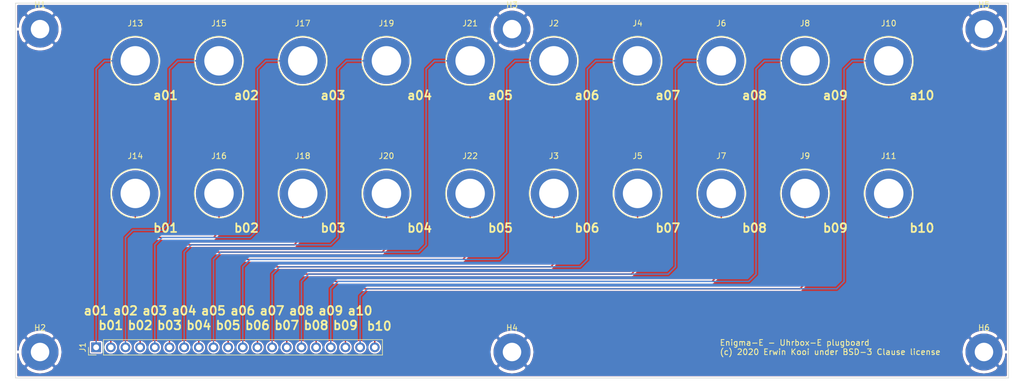
<source format=kicad_pcb>
(kicad_pcb (version 20171130) (host pcbnew 5.1.7-a382d34a8~87~ubuntu20.04.1)

  (general
    (thickness 1.6)
    (drawings 45)
    (tracks 117)
    (zones 0)
    (modules 27)
    (nets 22)
  )

  (page A4)
  (layers
    (0 F.Cu signal)
    (31 B.Cu signal)
    (32 B.Adhes user)
    (33 F.Adhes user)
    (34 B.Paste user)
    (35 F.Paste user)
    (36 B.SilkS user)
    (37 F.SilkS user)
    (38 B.Mask user)
    (39 F.Mask user)
    (40 Dwgs.User user)
    (41 Cmts.User user)
    (42 Eco1.User user)
    (43 Eco2.User user)
    (44 Edge.Cuts user)
    (45 Margin user)
    (46 B.CrtYd user)
    (47 F.CrtYd user)
    (48 B.Fab user)
    (49 F.Fab user)
  )

  (setup
    (last_trace_width 0.25)
    (trace_clearance 0.2)
    (zone_clearance 0.254)
    (zone_45_only no)
    (trace_min 0.2)
    (via_size 0.8)
    (via_drill 0.4)
    (via_min_size 0.4)
    (via_min_drill 0.3)
    (uvia_size 0.3)
    (uvia_drill 0.1)
    (uvias_allowed no)
    (uvia_min_size 0.2)
    (uvia_min_drill 0.1)
    (edge_width 0.1)
    (segment_width 0.2)
    (pcb_text_width 0.3)
    (pcb_text_size 1.5 1.5)
    (mod_edge_width 0.15)
    (mod_text_size 1 1)
    (mod_text_width 0.15)
    (pad_size 3.2 3.2)
    (pad_drill 3.2)
    (pad_to_mask_clearance 0)
    (aux_axis_origin 0 0)
    (visible_elements FFFFFF7F)
    (pcbplotparams
      (layerselection 0x010f0_ffffffff)
      (usegerberextensions false)
      (usegerberattributes true)
      (usegerberadvancedattributes true)
      (creategerberjobfile true)
      (excludeedgelayer true)
      (linewidth 0.100000)
      (plotframeref false)
      (viasonmask false)
      (mode 1)
      (useauxorigin false)
      (hpglpennumber 1)
      (hpglpenspeed 20)
      (hpglpendiameter 15.000000)
      (psnegative false)
      (psa4output false)
      (plotreference true)
      (plotvalue false)
      (plotinvisibletext false)
      (padsonsilk false)
      (subtractmaskfromsilk false)
      (outputformat 1)
      (mirror false)
      (drillshape 0)
      (scaleselection 1)
      (outputdirectory "gerber/"))
  )

  (net 0 "")
  (net 1 "Net-(J1-Pad20)")
  (net 2 "Net-(J1-Pad19)")
  (net 3 "Net-(J1-Pad18)")
  (net 4 "Net-(J1-Pad17)")
  (net 5 "Net-(J1-Pad16)")
  (net 6 "Net-(J1-Pad15)")
  (net 7 "Net-(J1-Pad14)")
  (net 8 "Net-(J1-Pad13)")
  (net 9 "Net-(J1-Pad12)")
  (net 10 "Net-(J1-Pad11)")
  (net 11 "Net-(J1-Pad10)")
  (net 12 "Net-(J1-Pad9)")
  (net 13 "Net-(J1-Pad8)")
  (net 14 "Net-(J1-Pad7)")
  (net 15 "Net-(J1-Pad6)")
  (net 16 "Net-(J1-Pad5)")
  (net 17 "Net-(J1-Pad4)")
  (net 18 "Net-(J1-Pad3)")
  (net 19 "Net-(J1-Pad2)")
  (net 20 "Net-(J1-Pad1)")
  (net 21 GND)

  (net_class Default "This is the default net class."
    (clearance 0.2)
    (trace_width 0.25)
    (via_dia 0.8)
    (via_drill 0.4)
    (uvia_dia 0.3)
    (uvia_drill 0.1)
    (add_net GND)
    (add_net "Net-(J1-Pad1)")
    (add_net "Net-(J1-Pad10)")
    (add_net "Net-(J1-Pad11)")
    (add_net "Net-(J1-Pad12)")
    (add_net "Net-(J1-Pad13)")
    (add_net "Net-(J1-Pad14)")
    (add_net "Net-(J1-Pad15)")
    (add_net "Net-(J1-Pad16)")
    (add_net "Net-(J1-Pad17)")
    (add_net "Net-(J1-Pad18)")
    (add_net "Net-(J1-Pad19)")
    (add_net "Net-(J1-Pad2)")
    (add_net "Net-(J1-Pad20)")
    (add_net "Net-(J1-Pad3)")
    (add_net "Net-(J1-Pad4)")
    (add_net "Net-(J1-Pad5)")
    (add_net "Net-(J1-Pad6)")
    (add_net "Net-(J1-Pad7)")
    (add_net "Net-(J1-Pad8)")
    (add_net "Net-(J1-Pad9)")
  )

  (module Connector_PinHeader_2.54mm:PinHeader_1x20_P2.54mm_Vertical (layer F.Cu) (tedit 59FED5CC) (tstamp 5F4682BB)
    (at 43.1826 99.055 90)
    (descr "Through hole straight pin header, 1x20, 2.54mm pitch, single row")
    (tags "Through hole pin header THT 1x20 2.54mm single row")
    (path /5F4B2FE5)
    (fp_text reference J1 (at 0 -2.33 90) (layer F.SilkS)
      (effects (font (size 1 1) (thickness 0.15)))
    )
    (fp_text value Conn_01x20_Female (at 0 50.59 90) (layer F.Fab)
      (effects (font (size 1 1) (thickness 0.15)))
    )
    (fp_line (start -0.635 -1.27) (end 1.27 -1.27) (layer F.Fab) (width 0.1))
    (fp_line (start 1.27 -1.27) (end 1.27 49.53) (layer F.Fab) (width 0.1))
    (fp_line (start 1.27 49.53) (end -1.27 49.53) (layer F.Fab) (width 0.1))
    (fp_line (start -1.27 49.53) (end -1.27 -0.635) (layer F.Fab) (width 0.1))
    (fp_line (start -1.27 -0.635) (end -0.635 -1.27) (layer F.Fab) (width 0.1))
    (fp_line (start -1.33 49.59) (end 1.33 49.59) (layer F.SilkS) (width 0.12))
    (fp_line (start -1.33 1.27) (end -1.33 49.59) (layer F.SilkS) (width 0.12))
    (fp_line (start 1.33 1.27) (end 1.33 49.59) (layer F.SilkS) (width 0.12))
    (fp_line (start -1.33 1.27) (end 1.33 1.27) (layer F.SilkS) (width 0.12))
    (fp_line (start -1.33 0) (end -1.33 -1.33) (layer F.SilkS) (width 0.12))
    (fp_line (start -1.33 -1.33) (end 0 -1.33) (layer F.SilkS) (width 0.12))
    (fp_line (start -1.8 -1.8) (end -1.8 50.05) (layer F.CrtYd) (width 0.05))
    (fp_line (start -1.8 50.05) (end 1.8 50.05) (layer F.CrtYd) (width 0.05))
    (fp_line (start 1.8 50.05) (end 1.8 -1.8) (layer F.CrtYd) (width 0.05))
    (fp_line (start 1.8 -1.8) (end -1.8 -1.8) (layer F.CrtYd) (width 0.05))
    (fp_text user %R (at 0 24.13) (layer F.Fab)
      (effects (font (size 1 1) (thickness 0.15)))
    )
    (pad 20 thru_hole oval (at 0 48.26 90) (size 1.7 1.7) (drill 1) (layers *.Cu *.Mask)
      (net 1 "Net-(J1-Pad20)"))
    (pad 19 thru_hole oval (at 0 45.72 90) (size 1.7 1.7) (drill 1) (layers *.Cu *.Mask)
      (net 2 "Net-(J1-Pad19)"))
    (pad 18 thru_hole oval (at 0 43.18 90) (size 1.7 1.7) (drill 1) (layers *.Cu *.Mask)
      (net 3 "Net-(J1-Pad18)"))
    (pad 17 thru_hole oval (at 0 40.64 90) (size 1.7 1.7) (drill 1) (layers *.Cu *.Mask)
      (net 4 "Net-(J1-Pad17)"))
    (pad 16 thru_hole oval (at 0 38.1 90) (size 1.7 1.7) (drill 1) (layers *.Cu *.Mask)
      (net 5 "Net-(J1-Pad16)"))
    (pad 15 thru_hole oval (at 0 35.56 90) (size 1.7 1.7) (drill 1) (layers *.Cu *.Mask)
      (net 6 "Net-(J1-Pad15)"))
    (pad 14 thru_hole oval (at 0 33.02 90) (size 1.7 1.7) (drill 1) (layers *.Cu *.Mask)
      (net 7 "Net-(J1-Pad14)"))
    (pad 13 thru_hole oval (at 0 30.48 90) (size 1.7 1.7) (drill 1) (layers *.Cu *.Mask)
      (net 8 "Net-(J1-Pad13)"))
    (pad 12 thru_hole oval (at 0 27.94 90) (size 1.7 1.7) (drill 1) (layers *.Cu *.Mask)
      (net 9 "Net-(J1-Pad12)"))
    (pad 11 thru_hole oval (at 0 25.4 90) (size 1.7 1.7) (drill 1) (layers *.Cu *.Mask)
      (net 10 "Net-(J1-Pad11)"))
    (pad 10 thru_hole oval (at 0 22.86 90) (size 1.7 1.7) (drill 1) (layers *.Cu *.Mask)
      (net 11 "Net-(J1-Pad10)"))
    (pad 9 thru_hole oval (at 0 20.32 90) (size 1.7 1.7) (drill 1) (layers *.Cu *.Mask)
      (net 12 "Net-(J1-Pad9)"))
    (pad 8 thru_hole oval (at 0 17.78 90) (size 1.7 1.7) (drill 1) (layers *.Cu *.Mask)
      (net 13 "Net-(J1-Pad8)"))
    (pad 7 thru_hole oval (at 0 15.24 90) (size 1.7 1.7) (drill 1) (layers *.Cu *.Mask)
      (net 14 "Net-(J1-Pad7)"))
    (pad 6 thru_hole oval (at 0 12.7 90) (size 1.7 1.7) (drill 1) (layers *.Cu *.Mask)
      (net 15 "Net-(J1-Pad6)"))
    (pad 5 thru_hole oval (at 0 10.16 90) (size 1.7 1.7) (drill 1) (layers *.Cu *.Mask)
      (net 16 "Net-(J1-Pad5)"))
    (pad 4 thru_hole oval (at 0 7.62 90) (size 1.7 1.7) (drill 1) (layers *.Cu *.Mask)
      (net 17 "Net-(J1-Pad4)"))
    (pad 3 thru_hole oval (at 0 5.08 90) (size 1.7 1.7) (drill 1) (layers *.Cu *.Mask)
      (net 18 "Net-(J1-Pad3)"))
    (pad 2 thru_hole oval (at 0 2.54 90) (size 1.7 1.7) (drill 1) (layers *.Cu *.Mask)
      (net 19 "Net-(J1-Pad2)"))
    (pad 1 thru_hole rect (at 0 0 90) (size 1.7 1.7) (drill 1) (layers *.Cu *.Mask)
      (net 20 "Net-(J1-Pad1)"))
    (model ${KISYS3DMOD}/Connector_PinHeader_2.54mm.3dshapes/PinHeader_1x20_P2.54mm_Vertical.wrl
      (at (xyz 0 0 0))
      (scale (xyz 1 1 1))
      (rotate (xyz 0 0 0))
    )
  )

  (module MountingHole:MountingHole_3.2mm_M3_Pad (layer F.Cu) (tedit 56D1B4CB) (tstamp 5F691061)
    (at 196.9626 99.865)
    (descr "Mounting Hole 3.2mm, M3")
    (tags "mounting hole 3.2mm m3")
    (path /5F6931A0)
    (attr virtual)
    (fp_text reference H6 (at 0 -4.2) (layer F.SilkS)
      (effects (font (size 1 1) (thickness 0.15)))
    )
    (fp_text value MountingHole_Pad (at 0 4.2) (layer F.Fab)
      (effects (font (size 1 1) (thickness 0.15)))
    )
    (fp_circle (center 0 0) (end 3.45 0) (layer F.CrtYd) (width 0.05))
    (fp_circle (center 0 0) (end 3.2 0) (layer Cmts.User) (width 0.15))
    (fp_text user %R (at 0.3 0) (layer F.Fab)
      (effects (font (size 1 1) (thickness 0.15)))
    )
    (pad 1 thru_hole circle (at 0 0) (size 6.4 6.4) (drill 3.2) (layers *.Cu *.Mask)
      (net 21 GND))
  )

  (module MountingHole:MountingHole_3.2mm_M3_Pad (layer F.Cu) (tedit 56D1B4CB) (tstamp 5F691059)
    (at 196.9626 43.865)
    (descr "Mounting Hole 3.2mm, M3")
    (tags "mounting hole 3.2mm m3")
    (path /5F692F9B)
    (attr virtual)
    (fp_text reference H5 (at 0 -4.2) (layer F.SilkS)
      (effects (font (size 1 1) (thickness 0.15)))
    )
    (fp_text value MountingHole_Pad (at 0 4.2) (layer F.Fab)
      (effects (font (size 1 1) (thickness 0.15)))
    )
    (fp_circle (center 0 0) (end 3.45 0) (layer F.CrtYd) (width 0.05))
    (fp_circle (center 0 0) (end 3.2 0) (layer Cmts.User) (width 0.15))
    (fp_text user %R (at 0.3 0) (layer F.Fab)
      (effects (font (size 1 1) (thickness 0.15)))
    )
    (pad 1 thru_hole circle (at 0 0) (size 6.4 6.4) (drill 3.2) (layers *.Cu *.Mask)
      (net 21 GND))
  )

  (module MountingHole:MountingHole_3.2mm_M3_Pad (layer F.Cu) (tedit 56D1B4CB) (tstamp 5F691051)
    (at 115.2126 99.865)
    (descr "Mounting Hole 3.2mm, M3")
    (tags "mounting hole 3.2mm m3")
    (path /5F692297)
    (attr virtual)
    (fp_text reference H4 (at 0 -4.2) (layer F.SilkS)
      (effects (font (size 1 1) (thickness 0.15)))
    )
    (fp_text value MountingHole_Pad (at 0 4.2) (layer F.Fab)
      (effects (font (size 1 1) (thickness 0.15)))
    )
    (fp_circle (center 0 0) (end 3.45 0) (layer F.CrtYd) (width 0.05))
    (fp_circle (center 0 0) (end 3.2 0) (layer Cmts.User) (width 0.15))
    (fp_text user %R (at 0.3 0) (layer F.Fab)
      (effects (font (size 1 1) (thickness 0.15)))
    )
    (pad 1 thru_hole circle (at 0 0) (size 6.4 6.4) (drill 3.2) (layers *.Cu *.Mask)
      (net 21 GND))
  )

  (module MountingHole:MountingHole_3.2mm_M3_Pad (layer F.Cu) (tedit 56D1B4CB) (tstamp 5F691049)
    (at 115.2126 43.865)
    (descr "Mounting Hole 3.2mm, M3")
    (tags "mounting hole 3.2mm m3")
    (path /5F693E53)
    (attr virtual)
    (fp_text reference H3 (at 0 -4.2) (layer F.SilkS)
      (effects (font (size 1 1) (thickness 0.15)))
    )
    (fp_text value MountingHole_Pad (at 0 4.2) (layer F.Fab)
      (effects (font (size 1 1) (thickness 0.15)))
    )
    (fp_circle (center 0 0) (end 3.45 0) (layer F.CrtYd) (width 0.05))
    (fp_circle (center 0 0) (end 3.2 0) (layer Cmts.User) (width 0.15))
    (fp_text user %R (at 0.3 0) (layer F.Fab)
      (effects (font (size 1 1) (thickness 0.15)))
    )
    (pad 1 thru_hole circle (at 0 0) (size 6.4 6.4) (drill 3.2) (layers *.Cu *.Mask)
      (net 21 GND))
  )

  (module MountingHole:MountingHole_3.2mm_M3_Pad (layer F.Cu) (tedit 56D1B4CB) (tstamp 5F691041)
    (at 33.4626 99.865)
    (descr "Mounting Hole 3.2mm, M3")
    (tags "mounting hole 3.2mm m3")
    (path /5F693AA7)
    (attr virtual)
    (fp_text reference H2 (at 0 -4.2) (layer F.SilkS)
      (effects (font (size 1 1) (thickness 0.15)))
    )
    (fp_text value MountingHole_Pad (at 0 4.2) (layer F.Fab)
      (effects (font (size 1 1) (thickness 0.15)))
    )
    (fp_circle (center 0 0) (end 3.45 0) (layer F.CrtYd) (width 0.05))
    (fp_circle (center 0 0) (end 3.2 0) (layer Cmts.User) (width 0.15))
    (fp_text user %R (at 0.3 0) (layer F.Fab)
      (effects (font (size 1 1) (thickness 0.15)))
    )
    (pad 1 thru_hole circle (at 0 0) (size 6.4 6.4) (drill 3.2) (layers *.Cu *.Mask)
      (net 21 GND))
  )

  (module MountingHole:MountingHole_3.2mm_M3_Pad (layer F.Cu) (tedit 56D1B4CB) (tstamp 5F691039)
    (at 33.4626 43.865)
    (descr "Mounting Hole 3.2mm, M3")
    (tags "mounting hole 3.2mm m3")
    (path /5F693397)
    (attr virtual)
    (fp_text reference H1 (at 0 -4.2) (layer F.SilkS)
      (effects (font (size 1 1) (thickness 0.15)))
    )
    (fp_text value MountingHole_Pad (at 0 4.2) (layer F.Fab)
      (effects (font (size 1 1) (thickness 0.15)))
    )
    (fp_circle (center 0 0) (end 3.45 0) (layer F.CrtYd) (width 0.05))
    (fp_circle (center 0 0) (end 3.2 0) (layer Cmts.User) (width 0.15))
    (fp_text user %R (at 0.3 0) (layer F.Fab)
      (effects (font (size 1 1) (thickness 0.15)))
    )
    (pad 1 thru_hole circle (at 0 0) (size 6.4 6.4) (drill 3.2) (layers *.Cu *.Mask)
      (net 21 GND))
  )

  (module Uhrbox-E-plugboard:Banana_Jack_1Pin_26mm (layer F.Cu) (tedit 5F462584) (tstamp 5F46833D)
    (at 64.4626 49.365)
    (descr "Single banana socket, footprint - 6mm drill")
    (tags "banana socket")
    (path /5F4944B4)
    (fp_text reference J15 (at 0 -6.5) (layer F.SilkS)
      (effects (font (size 1 1) (thickness 0.15)))
    )
    (fp_text value Conn_01x01_MountingPin (at -0.25 6.5) (layer F.Fab)
      (effects (font (size 1 1) (thickness 0.15)))
    )
    (fp_circle (center 0 0) (end 4.5 0) (layer F.CrtYd) (width 0.05))
    (fp_circle (center 0 0) (end 2 0) (layer F.Fab) (width 0.1))
    (fp_circle (center 0 0) (end 4.25 0) (layer F.Fab) (width 0.1))
    (fp_circle (center 0 0) (end 4.25 0) (layer F.SilkS) (width 0.12))
    (fp_text user %R (at 0 0) (layer F.Fab)
      (effects (font (size 0.8 0.8) (thickness 0.12)))
    )
    (pad 1 thru_hole circle (at 0 0) (size 8 8) (drill 5.1) (layers *.Cu *.Mask)
      (net 18 "Net-(J1-Pad3)"))
    (model ${KISYS3DMOD}/Connector.3dshapes/Banana_Jack_1Pin.wrl
      (at (xyz 0 0 0))
      (scale (xyz 2 2 2))
      (rotate (xyz 0 0 0))
    )
  )

  (module Uhrbox-E-plugboard:Banana_Jack_1Pin_26mm (layer F.Cu) (tedit 5F462584) (tstamp 5F468347)
    (at 64.4626 72.365)
    (descr "Single banana socket, footprint - 6mm drill")
    (tags "banana socket")
    (path /5F4944AE)
    (fp_text reference J16 (at 0 -6.5) (layer F.SilkS)
      (effects (font (size 1 1) (thickness 0.15)))
    )
    (fp_text value Conn_01x01_MountingPin (at -0.25 6.5) (layer F.Fab)
      (effects (font (size 1 1) (thickness 0.15)))
    )
    (fp_circle (center 0 0) (end 4.5 0) (layer F.CrtYd) (width 0.05))
    (fp_circle (center 0 0) (end 2 0) (layer F.Fab) (width 0.1))
    (fp_circle (center 0 0) (end 4.25 0) (layer F.Fab) (width 0.1))
    (fp_circle (center 0 0) (end 4.25 0) (layer F.SilkS) (width 0.12))
    (fp_text user %R (at 0 0) (layer F.Fab)
      (effects (font (size 0.8 0.8) (thickness 0.12)))
    )
    (pad 1 thru_hole circle (at 0 0) (size 8 8) (drill 5.1) (layers *.Cu *.Mask)
      (net 17 "Net-(J1-Pad4)"))
    (model ${KISYS3DMOD}/Connector.3dshapes/Banana_Jack_1Pin.wrl
      (at (xyz 0 0 0))
      (scale (xyz 2 2 2))
      (rotate (xyz 0 0 0))
    )
  )

  (module Uhrbox-E-plugboard:Banana_Jack_1Pin_26mm (layer F.Cu) (tedit 5F462584) (tstamp 5F468383)
    (at 107.9626 72.365)
    (descr "Single banana socket, footprint - 6mm drill")
    (tags "banana socket")
    (path /5F49448A)
    (fp_text reference J22 (at 0 -6.5) (layer F.SilkS)
      (effects (font (size 1 1) (thickness 0.15)))
    )
    (fp_text value Conn_01x01_MountingPin (at -0.25 6.5) (layer F.Fab)
      (effects (font (size 1 1) (thickness 0.15)))
    )
    (fp_circle (center 0 0) (end 4.5 0) (layer F.CrtYd) (width 0.05))
    (fp_circle (center 0 0) (end 2 0) (layer F.Fab) (width 0.1))
    (fp_circle (center 0 0) (end 4.25 0) (layer F.Fab) (width 0.1))
    (fp_circle (center 0 0) (end 4.25 0) (layer F.SilkS) (width 0.12))
    (fp_text user %R (at 0 0) (layer F.Fab)
      (effects (font (size 0.8 0.8) (thickness 0.12)))
    )
    (pad 1 thru_hole circle (at 0 0) (size 8 8) (drill 5.1) (layers *.Cu *.Mask)
      (net 11 "Net-(J1-Pad10)"))
    (model ${KISYS3DMOD}/Connector.3dshapes/Banana_Jack_1Pin.wrl
      (at (xyz 0 0 0))
      (scale (xyz 2 2 2))
      (rotate (xyz 0 0 0))
    )
  )

  (module Uhrbox-E-plugboard:Banana_Jack_1Pin_26mm (layer F.Cu) (tedit 5F462584) (tstamp 5F468379)
    (at 107.9626 49.365)
    (descr "Single banana socket, footprint - 6mm drill")
    (tags "banana socket")
    (path /5F494490)
    (fp_text reference J21 (at 0 -6.5) (layer F.SilkS)
      (effects (font (size 1 1) (thickness 0.15)))
    )
    (fp_text value Conn_01x01_MountingPin (at -0.25 6.5) (layer F.Fab)
      (effects (font (size 1 1) (thickness 0.15)))
    )
    (fp_circle (center 0 0) (end 4.5 0) (layer F.CrtYd) (width 0.05))
    (fp_circle (center 0 0) (end 2 0) (layer F.Fab) (width 0.1))
    (fp_circle (center 0 0) (end 4.25 0) (layer F.Fab) (width 0.1))
    (fp_circle (center 0 0) (end 4.25 0) (layer F.SilkS) (width 0.12))
    (fp_text user %R (at 0 0) (layer F.Fab)
      (effects (font (size 0.8 0.8) (thickness 0.12)))
    )
    (pad 1 thru_hole circle (at 0 0) (size 8 8) (drill 5.1) (layers *.Cu *.Mask)
      (net 12 "Net-(J1-Pad9)"))
    (model ${KISYS3DMOD}/Connector.3dshapes/Banana_Jack_1Pin.wrl
      (at (xyz 0 0 0))
      (scale (xyz 2 2 2))
      (rotate (xyz 0 0 0))
    )
  )

  (module Uhrbox-E-plugboard:Banana_Jack_1Pin_26mm (layer F.Cu) (tedit 5F462584) (tstamp 5F46836F)
    (at 93.4626 72.365)
    (descr "Single banana socket, footprint - 6mm drill")
    (tags "banana socket")
    (path /5F494496)
    (fp_text reference J20 (at 0 -6.5) (layer F.SilkS)
      (effects (font (size 1 1) (thickness 0.15)))
    )
    (fp_text value Conn_01x01_MountingPin (at -0.25 6.5) (layer F.Fab)
      (effects (font (size 1 1) (thickness 0.15)))
    )
    (fp_circle (center 0 0) (end 4.5 0) (layer F.CrtYd) (width 0.05))
    (fp_circle (center 0 0) (end 2 0) (layer F.Fab) (width 0.1))
    (fp_circle (center 0 0) (end 4.25 0) (layer F.Fab) (width 0.1))
    (fp_circle (center 0 0) (end 4.25 0) (layer F.SilkS) (width 0.12))
    (fp_text user %R (at 0 0) (layer F.Fab)
      (effects (font (size 0.8 0.8) (thickness 0.12)))
    )
    (pad 1 thru_hole circle (at 0 0) (size 8 8) (drill 5.1) (layers *.Cu *.Mask)
      (net 13 "Net-(J1-Pad8)"))
    (model ${KISYS3DMOD}/Connector.3dshapes/Banana_Jack_1Pin.wrl
      (at (xyz 0 0 0))
      (scale (xyz 2 2 2))
      (rotate (xyz 0 0 0))
    )
  )

  (module Uhrbox-E-plugboard:Banana_Jack_1Pin_26mm (layer F.Cu) (tedit 5F462584) (tstamp 5F468365)
    (at 93.4626 49.365)
    (descr "Single banana socket, footprint - 6mm drill")
    (tags "banana socket")
    (path /5F49449C)
    (fp_text reference J19 (at 0 -6.5) (layer F.SilkS)
      (effects (font (size 1 1) (thickness 0.15)))
    )
    (fp_text value Conn_01x01_MountingPin (at -0.25 6.5) (layer F.Fab)
      (effects (font (size 1 1) (thickness 0.15)))
    )
    (fp_circle (center 0 0) (end 4.5 0) (layer F.CrtYd) (width 0.05))
    (fp_circle (center 0 0) (end 2 0) (layer F.Fab) (width 0.1))
    (fp_circle (center 0 0) (end 4.25 0) (layer F.Fab) (width 0.1))
    (fp_circle (center 0 0) (end 4.25 0) (layer F.SilkS) (width 0.12))
    (fp_text user %R (at 15.09 22.4) (layer F.Fab)
      (effects (font (size 0.8 0.8) (thickness 0.12)))
    )
    (pad 1 thru_hole circle (at 0 0) (size 8 8) (drill 5.1) (layers *.Cu *.Mask)
      (net 14 "Net-(J1-Pad7)"))
    (model ${KISYS3DMOD}/Connector.3dshapes/Banana_Jack_1Pin.wrl
      (at (xyz 0 0 0))
      (scale (xyz 2 2 2))
      (rotate (xyz 0 0 0))
    )
  )

  (module Uhrbox-E-plugboard:Banana_Jack_1Pin_26mm (layer F.Cu) (tedit 5F462584) (tstamp 5F46835B)
    (at 78.9626 72.365)
    (descr "Single banana socket, footprint - 6mm drill")
    (tags "banana socket")
    (path /5F4944A2)
    (fp_text reference J18 (at 0 -6.5) (layer F.SilkS)
      (effects (font (size 1 1) (thickness 0.15)))
    )
    (fp_text value Conn_01x01_MountingPin (at -0.25 6.5) (layer F.Fab)
      (effects (font (size 1 1) (thickness 0.15)))
    )
    (fp_circle (center 0 0) (end 4.5 0) (layer F.CrtYd) (width 0.05))
    (fp_circle (center 0 0) (end 2 0) (layer F.Fab) (width 0.1))
    (fp_circle (center 0 0) (end 4.25 0) (layer F.Fab) (width 0.1))
    (fp_circle (center 0 0) (end 4.25 0) (layer F.SilkS) (width 0.12))
    (fp_text user %R (at 0 0) (layer F.Fab)
      (effects (font (size 0.8 0.8) (thickness 0.12)))
    )
    (pad 1 thru_hole circle (at 0 0) (size 8 8) (drill 5.1) (layers *.Cu *.Mask)
      (net 15 "Net-(J1-Pad6)"))
    (model ${KISYS3DMOD}/Connector.3dshapes/Banana_Jack_1Pin.wrl
      (at (xyz 0 0 0))
      (scale (xyz 2 2 2))
      (rotate (xyz 0 0 0))
    )
  )

  (module Uhrbox-E-plugboard:Banana_Jack_1Pin_26mm (layer F.Cu) (tedit 5F462584) (tstamp 5F468351)
    (at 78.9626 49.365)
    (descr "Single banana socket, footprint - 6mm drill")
    (tags "banana socket")
    (path /5F4944A8)
    (fp_text reference J17 (at 0 -6.5) (layer F.SilkS)
      (effects (font (size 1 1) (thickness 0.15)))
    )
    (fp_text value Conn_01x01_MountingPin (at -0.25 6.5) (layer F.Fab)
      (effects (font (size 1 1) (thickness 0.15)))
    )
    (fp_circle (center 0 0) (end 4.5 0) (layer F.CrtYd) (width 0.05))
    (fp_circle (center 0 0) (end 2 0) (layer F.Fab) (width 0.1))
    (fp_circle (center 0 0) (end 4.25 0) (layer F.Fab) (width 0.1))
    (fp_circle (center 0 0) (end 4.25 0) (layer F.SilkS) (width 0.12))
    (fp_text user %R (at 0 0) (layer F.Fab)
      (effects (font (size 0.8 0.8) (thickness 0.12)))
    )
    (pad 1 thru_hole circle (at 0 0) (size 8 8) (drill 5.1) (layers *.Cu *.Mask)
      (net 16 "Net-(J1-Pad5)"))
    (model ${KISYS3DMOD}/Connector.3dshapes/Banana_Jack_1Pin.wrl
      (at (xyz 0 0 0))
      (scale (xyz 2 2 2))
      (rotate (xyz 0 0 0))
    )
  )

  (module Uhrbox-E-plugboard:Banana_Jack_1Pin_26mm (layer F.Cu) (tedit 5F462584) (tstamp 5F468333)
    (at 49.9626 72.365)
    (descr "Single banana socket, footprint - 6mm drill")
    (tags "banana socket")
    (path /5F4944BA)
    (fp_text reference J14 (at 0 -6.5) (layer F.SilkS)
      (effects (font (size 1 1) (thickness 0.15)))
    )
    (fp_text value Conn_01x01_MountingPin (at -0.25 6.5) (layer F.Fab)
      (effects (font (size 1 1) (thickness 0.15)))
    )
    (fp_circle (center 0 0) (end 4.5 0) (layer F.CrtYd) (width 0.05))
    (fp_circle (center 0 0) (end 2 0) (layer F.Fab) (width 0.1))
    (fp_circle (center 0 0) (end 4.25 0) (layer F.Fab) (width 0.1))
    (fp_circle (center 0 0) (end 4.25 0) (layer F.SilkS) (width 0.12))
    (fp_text user %R (at 0 0) (layer F.Fab)
      (effects (font (size 0.8 0.8) (thickness 0.12)))
    )
    (pad 1 thru_hole circle (at 0 0) (size 8 8) (drill 5.1) (layers *.Cu *.Mask)
      (net 19 "Net-(J1-Pad2)"))
    (model ${KISYS3DMOD}/Connector.3dshapes/Banana_Jack_1Pin.wrl
      (at (xyz 0 0 0))
      (scale (xyz 2 2 2))
      (rotate (xyz 0 0 0))
    )
  )

  (module Uhrbox-E-plugboard:Banana_Jack_1Pin_26mm (layer F.Cu) (tedit 5F462584) (tstamp 5F468329)
    (at 49.9626 49.365)
    (descr "Single banana socket, footprint - 6mm drill")
    (tags "banana socket")
    (path /5F494484)
    (fp_text reference J13 (at 0 -6.5) (layer F.SilkS)
      (effects (font (size 1 1) (thickness 0.15)))
    )
    (fp_text value Conn_01x01_MountingPin (at -0.25 6.5) (layer F.Fab)
      (effects (font (size 1 1) (thickness 0.15)))
    )
    (fp_circle (center 0 0) (end 4.5 0) (layer F.CrtYd) (width 0.05))
    (fp_circle (center 0 0) (end 2 0) (layer F.Fab) (width 0.1))
    (fp_circle (center 0 0) (end 4.25 0) (layer F.Fab) (width 0.1))
    (fp_circle (center 0 0) (end 4.25 0) (layer F.SilkS) (width 0.12))
    (fp_text user %R (at 0 0) (layer F.Fab)
      (effects (font (size 0.8 0.8) (thickness 0.12)))
    )
    (pad 1 thru_hole circle (at 0 0) (size 8 8) (drill 5.1) (layers *.Cu *.Mask)
      (net 20 "Net-(J1-Pad1)"))
    (model ${KISYS3DMOD}/Connector.3dshapes/Banana_Jack_1Pin.wrl
      (at (xyz 0 0 0))
      (scale (xyz 2 2 2))
      (rotate (xyz 0 0 0))
    )
  )

  (module Uhrbox-E-plugboard:Banana_Jack_1Pin_26mm (layer F.Cu) (tedit 5F462584) (tstamp 5F46831F)
    (at 180.4626 72.365)
    (descr "Single banana socket, footprint - 6mm drill")
    (tags "banana socket")
    (path /5F464B83)
    (fp_text reference J11 (at 0 -6.5) (layer F.SilkS)
      (effects (font (size 1 1) (thickness 0.15)))
    )
    (fp_text value Conn_01x01_MountingPin (at -0.25 6.5) (layer F.Fab)
      (effects (font (size 1 1) (thickness 0.15)))
    )
    (fp_circle (center 0 0) (end 4.5 0) (layer F.CrtYd) (width 0.05))
    (fp_circle (center 0 0) (end 2 0) (layer F.Fab) (width 0.1))
    (fp_circle (center 0 0) (end 4.25 0) (layer F.Fab) (width 0.1))
    (fp_circle (center 0 0) (end 4.25 0) (layer F.SilkS) (width 0.12))
    (fp_text user %R (at 0 0) (layer F.Fab)
      (effects (font (size 0.8 0.8) (thickness 0.12)))
    )
    (pad 1 thru_hole circle (at 0 0) (size 8 8) (drill 5.1) (layers *.Cu *.Mask)
      (net 1 "Net-(J1-Pad20)"))
    (model ${KISYS3DMOD}/Connector.3dshapes/Banana_Jack_1Pin.wrl
      (at (xyz 0 0 0))
      (scale (xyz 2 2 2))
      (rotate (xyz 0 0 0))
    )
  )

  (module Uhrbox-E-plugboard:Banana_Jack_1Pin_26mm (layer F.Cu) (tedit 5F462584) (tstamp 5F468315)
    (at 180.4626 49.365)
    (descr "Single banana socket, footprint - 6mm drill")
    (tags "banana socket")
    (path /5F46486F)
    (fp_text reference J10 (at 0 -6.5) (layer F.SilkS)
      (effects (font (size 1 1) (thickness 0.15)))
    )
    (fp_text value Conn_01x01_MountingPin (at -0.25 6.5) (layer F.Fab)
      (effects (font (size 1 1) (thickness 0.15)))
    )
    (fp_circle (center 0 0) (end 4.5 0) (layer F.CrtYd) (width 0.05))
    (fp_circle (center 0 0) (end 2 0) (layer F.Fab) (width 0.1))
    (fp_circle (center 0 0) (end 4.25 0) (layer F.Fab) (width 0.1))
    (fp_circle (center 0 0) (end 4.25 0) (layer F.SilkS) (width 0.12))
    (fp_text user %R (at 0 0) (layer F.Fab)
      (effects (font (size 0.8 0.8) (thickness 0.12)))
    )
    (pad 1 thru_hole circle (at 0 0) (size 8 8) (drill 5.1) (layers *.Cu *.Mask)
      (net 2 "Net-(J1-Pad19)"))
    (model ${KISYS3DMOD}/Connector.3dshapes/Banana_Jack_1Pin.wrl
      (at (xyz 0 0 0))
      (scale (xyz 2 2 2))
      (rotate (xyz 0 0 0))
    )
  )

  (module Uhrbox-E-plugboard:Banana_Jack_1Pin_26mm (layer F.Cu) (tedit 5F462584) (tstamp 5F46830B)
    (at 165.9626 72.365)
    (descr "Single banana socket, footprint - 6mm drill")
    (tags "banana socket")
    (path /5F4645C5)
    (fp_text reference J9 (at 0 -6.5) (layer F.SilkS)
      (effects (font (size 1 1) (thickness 0.15)))
    )
    (fp_text value Conn_01x01_MountingPin (at -0.25 6.5) (layer F.Fab)
      (effects (font (size 1 1) (thickness 0.15)))
    )
    (fp_circle (center 0 0) (end 4.5 0) (layer F.CrtYd) (width 0.05))
    (fp_circle (center 0 0) (end 2 0) (layer F.Fab) (width 0.1))
    (fp_circle (center 0 0) (end 4.25 0) (layer F.Fab) (width 0.1))
    (fp_circle (center 0 0) (end 4.25 0) (layer F.SilkS) (width 0.12))
    (fp_text user %R (at 0 0) (layer F.Fab)
      (effects (font (size 0.8 0.8) (thickness 0.12)))
    )
    (pad 1 thru_hole circle (at 0 0) (size 8 8) (drill 5.1) (layers *.Cu *.Mask)
      (net 3 "Net-(J1-Pad18)"))
    (model ${KISYS3DMOD}/Connector.3dshapes/Banana_Jack_1Pin.wrl
      (at (xyz 0 0 0))
      (scale (xyz 2 2 2))
      (rotate (xyz 0 0 0))
    )
  )

  (module Uhrbox-E-plugboard:Banana_Jack_1Pin_26mm (layer F.Cu) (tedit 5F462584) (tstamp 5F468301)
    (at 165.9626 49.365)
    (descr "Single banana socket, footprint - 6mm drill")
    (tags "banana socket")
    (path /5F464353)
    (fp_text reference J8 (at 0 -6.5) (layer F.SilkS)
      (effects (font (size 1 1) (thickness 0.15)))
    )
    (fp_text value Conn_01x01_MountingPin (at -0.25 6.5) (layer F.Fab)
      (effects (font (size 1 1) (thickness 0.15)))
    )
    (fp_circle (center 0 0) (end 4.5 0) (layer F.CrtYd) (width 0.05))
    (fp_circle (center 0 0) (end 2 0) (layer F.Fab) (width 0.1))
    (fp_circle (center 0 0) (end 4.25 0) (layer F.Fab) (width 0.1))
    (fp_circle (center 0 0) (end 4.25 0) (layer F.SilkS) (width 0.12))
    (fp_text user %R (at 0 0) (layer F.Fab)
      (effects (font (size 0.8 0.8) (thickness 0.12)))
    )
    (pad 1 thru_hole circle (at 0 0) (size 8 8) (drill 5.1) (layers *.Cu *.Mask)
      (net 4 "Net-(J1-Pad17)"))
    (model ${KISYS3DMOD}/Connector.3dshapes/Banana_Jack_1Pin.wrl
      (at (xyz 0 0 0))
      (scale (xyz 2 2 2))
      (rotate (xyz 0 0 0))
    )
  )

  (module Uhrbox-E-plugboard:Banana_Jack_1Pin_26mm (layer F.Cu) (tedit 5F462584) (tstamp 5F4682F7)
    (at 151.4626 72.365)
    (descr "Single banana socket, footprint - 6mm drill")
    (tags "banana socket")
    (path /5F464141)
    (fp_text reference J7 (at 0 -6.5) (layer F.SilkS)
      (effects (font (size 1 1) (thickness 0.15)))
    )
    (fp_text value Conn_01x01_MountingPin (at -0.25 6.5) (layer F.Fab)
      (effects (font (size 1 1) (thickness 0.15)))
    )
    (fp_circle (center 0 0) (end 4.5 0) (layer F.CrtYd) (width 0.05))
    (fp_circle (center 0 0) (end 2 0) (layer F.Fab) (width 0.1))
    (fp_circle (center 0 0) (end 4.25 0) (layer F.Fab) (width 0.1))
    (fp_circle (center 0 0) (end 4.25 0) (layer F.SilkS) (width 0.12))
    (fp_text user %R (at 0 0) (layer F.Fab)
      (effects (font (size 0.8 0.8) (thickness 0.12)))
    )
    (pad 1 thru_hole circle (at 0 0) (size 8 8) (drill 5.1) (layers *.Cu *.Mask)
      (net 5 "Net-(J1-Pad16)"))
    (model ${KISYS3DMOD}/Connector.3dshapes/Banana_Jack_1Pin.wrl
      (at (xyz 0 0 0))
      (scale (xyz 2 2 2))
      (rotate (xyz 0 0 0))
    )
  )

  (module Uhrbox-E-plugboard:Banana_Jack_1Pin_26mm (layer F.Cu) (tedit 5F462584) (tstamp 5F4682ED)
    (at 151.4626 49.365)
    (descr "Single banana socket, footprint - 6mm drill")
    (tags "banana socket")
    (path /5F463C19)
    (fp_text reference J6 (at 0 -6.5) (layer F.SilkS)
      (effects (font (size 1 1) (thickness 0.15)))
    )
    (fp_text value Conn_01x01_MountingPin (at -0.25 6.5) (layer F.Fab)
      (effects (font (size 1 1) (thickness 0.15)))
    )
    (fp_circle (center 0 0) (end 4.5 0) (layer F.CrtYd) (width 0.05))
    (fp_circle (center 0 0) (end 2 0) (layer F.Fab) (width 0.1))
    (fp_circle (center 0 0) (end 4.25 0) (layer F.Fab) (width 0.1))
    (fp_circle (center 0 0) (end 4.25 0) (layer F.SilkS) (width 0.12))
    (fp_text user %R (at 0 0) (layer F.Fab)
      (effects (font (size 0.8 0.8) (thickness 0.12)))
    )
    (pad 1 thru_hole circle (at 0 0) (size 8 8) (drill 5.1) (layers *.Cu *.Mask)
      (net 6 "Net-(J1-Pad15)"))
    (model ${KISYS3DMOD}/Connector.3dshapes/Banana_Jack_1Pin.wrl
      (at (xyz 0 0 0))
      (scale (xyz 2 2 2))
      (rotate (xyz 0 0 0))
    )
  )

  (module Uhrbox-E-plugboard:Banana_Jack_1Pin_26mm (layer F.Cu) (tedit 5F462584) (tstamp 5F4682E3)
    (at 136.9626 72.365)
    (descr "Single banana socket, footprint - 6mm drill")
    (tags "banana socket")
    (path /5F4638D8)
    (fp_text reference J5 (at 0 -6.5) (layer F.SilkS)
      (effects (font (size 1 1) (thickness 0.15)))
    )
    (fp_text value Conn_01x01_MountingPin (at -0.25 6.5) (layer F.Fab)
      (effects (font (size 1 1) (thickness 0.15)))
    )
    (fp_circle (center 0 0) (end 4.5 0) (layer F.CrtYd) (width 0.05))
    (fp_circle (center 0 0) (end 2 0) (layer F.Fab) (width 0.1))
    (fp_circle (center 0 0) (end 4.25 0) (layer F.Fab) (width 0.1))
    (fp_circle (center 0 0) (end 4.25 0) (layer F.SilkS) (width 0.12))
    (fp_text user %R (at 0 0) (layer F.Fab)
      (effects (font (size 0.8 0.8) (thickness 0.12)))
    )
    (pad 1 thru_hole circle (at 0 0) (size 8 8) (drill 5.1) (layers *.Cu *.Mask)
      (net 7 "Net-(J1-Pad14)"))
    (model ${KISYS3DMOD}/Connector.3dshapes/Banana_Jack_1Pin.wrl
      (at (xyz 0 0 0))
      (scale (xyz 2 2 2))
      (rotate (xyz 0 0 0))
    )
  )

  (module Uhrbox-E-plugboard:Banana_Jack_1Pin_26mm (layer F.Cu) (tedit 5F462584) (tstamp 5F4682D9)
    (at 136.9626 49.365)
    (descr "Single banana socket, footprint - 6mm drill")
    (tags "banana socket")
    (path /5F4636E2)
    (fp_text reference J4 (at 0 -6.5) (layer F.SilkS)
      (effects (font (size 1 1) (thickness 0.15)))
    )
    (fp_text value Conn_01x01_MountingPin (at -0.25 6.5) (layer F.Fab)
      (effects (font (size 1 1) (thickness 0.15)))
    )
    (fp_circle (center 0 0) (end 4.5 0) (layer F.CrtYd) (width 0.05))
    (fp_circle (center 0 0) (end 2 0) (layer F.Fab) (width 0.1))
    (fp_circle (center 0 0) (end 4.25 0) (layer F.Fab) (width 0.1))
    (fp_circle (center 0 0) (end 4.25 0) (layer F.SilkS) (width 0.12))
    (fp_text user %R (at 0 0) (layer F.Fab)
      (effects (font (size 0.8 0.8) (thickness 0.12)))
    )
    (pad 1 thru_hole circle (at 0 0) (size 8 8) (drill 5.1) (layers *.Cu *.Mask)
      (net 8 "Net-(J1-Pad13)"))
    (model ${KISYS3DMOD}/Connector.3dshapes/Banana_Jack_1Pin.wrl
      (at (xyz 0 0 0))
      (scale (xyz 2 2 2))
      (rotate (xyz 0 0 0))
    )
  )

  (module Uhrbox-E-plugboard:Banana_Jack_1Pin_26mm (layer F.Cu) (tedit 5F462584) (tstamp 5F4682CF)
    (at 122.4626 72.365)
    (descr "Single banana socket, footprint - 6mm drill")
    (tags "banana socket")
    (path /5F462250)
    (fp_text reference J3 (at 0 -6.5) (layer F.SilkS)
      (effects (font (size 1 1) (thickness 0.15)))
    )
    (fp_text value Conn_01x01_MountingPin (at -0.25 6.5) (layer F.Fab)
      (effects (font (size 1 1) (thickness 0.15)))
    )
    (fp_circle (center 0 0) (end 4.5 0) (layer F.CrtYd) (width 0.05))
    (fp_circle (center 0 0) (end 2 0) (layer F.Fab) (width 0.1))
    (fp_circle (center 0 0) (end 4.25 0) (layer F.Fab) (width 0.1))
    (fp_circle (center 0 0) (end 4.25 0) (layer F.SilkS) (width 0.12))
    (fp_text user %R (at 0 0) (layer F.Fab)
      (effects (font (size 0.8 0.8) (thickness 0.12)))
    )
    (pad 1 thru_hole circle (at 0 0) (size 8 8) (drill 5.1) (layers *.Cu *.Mask)
      (net 9 "Net-(J1-Pad12)"))
    (model ${KISYS3DMOD}/Connector.3dshapes/Banana_Jack_1Pin.wrl
      (at (xyz 0 0 0))
      (scale (xyz 2 2 2))
      (rotate (xyz 0 0 0))
    )
  )

  (module Uhrbox-E-plugboard:Banana_Jack_1Pin_26mm (layer F.Cu) (tedit 5F462584) (tstamp 5F4682C5)
    (at 122.4626 49.365)
    (descr "Single banana socket, footprint - 6mm drill")
    (tags "banana socket")
    (path /5F465618)
    (fp_text reference J2 (at 0 -6.5) (layer F.SilkS)
      (effects (font (size 1 1) (thickness 0.15)))
    )
    (fp_text value Conn_01x01_MountingPin (at -0.25 6.5) (layer F.Fab)
      (effects (font (size 1 1) (thickness 0.15)))
    )
    (fp_circle (center 0 0) (end 4.5 0) (layer F.CrtYd) (width 0.05))
    (fp_circle (center 0 0) (end 2 0) (layer F.Fab) (width 0.1))
    (fp_circle (center 0 0) (end 4.25 0) (layer F.Fab) (width 0.1))
    (fp_circle (center 0 0) (end 4.25 0) (layer F.SilkS) (width 0.12))
    (fp_text user %R (at 0 0) (layer F.Fab)
      (effects (font (size 0.8 0.8) (thickness 0.12)))
    )
    (pad 1 thru_hole circle (at 0 0) (size 8 8) (drill 5.1) (layers *.Cu *.Mask)
      (net 10 "Net-(J1-Pad11)"))
    (model ${KISYS3DMOD}/Connector.3dshapes/Banana_Jack_1Pin.wrl
      (at (xyz 0 0 0))
      (scale (xyz 2 2 2))
      (rotate (xyz 0 0 0))
    )
  )

  (gr_text b02 (at 50.8 95.25) (layer F.SilkS) (tstamp 5F749EA3)
    (effects (font (size 1.5 1.5) (thickness 0.3)))
  )
  (gr_text b05 (at 66.04 95.25) (layer F.SilkS) (tstamp 5F749EA2)
    (effects (font (size 1.5 1.5) (thickness 0.3)))
  )
  (gr_text b08 (at 81.28 95.25) (layer F.SilkS) (tstamp 5F749EA1)
    (effects (font (size 1.5 1.5) (thickness 0.3)))
  )
  (gr_text b06 (at 71.12 95.25) (layer F.SilkS) (tstamp 5F749EA0)
    (effects (font (size 1.5 1.5) (thickness 0.3)))
  )
  (gr_text b01 (at 45.72 95.25) (layer F.SilkS) (tstamp 5F749E9F)
    (effects (font (size 1.5 1.5) (thickness 0.3)))
  )
  (gr_text b09 (at 86.36 95.25) (layer F.SilkS) (tstamp 5F749E9E)
    (effects (font (size 1.5 1.5) (thickness 0.3)))
  )
  (gr_text b07 (at 76.2 95.25) (layer F.SilkS) (tstamp 5F749E9D)
    (effects (font (size 1.5 1.5) (thickness 0.3)))
  )
  (gr_text b03 (at 55.88 95.25) (layer F.SilkS) (tstamp 5F749E9C)
    (effects (font (size 1.5 1.5) (thickness 0.3)))
  )
  (gr_text b04 (at 60.96 95.25) (layer F.SilkS) (tstamp 5F749E9B)
    (effects (font (size 1.5 1.5) (thickness 0.3)))
  )
  (gr_text a10 (at 88.9 92.71) (layer F.SilkS) (tstamp 5F749E86)
    (effects (font (size 1.5 1.5) (thickness 0.3)))
  )
  (gr_text a09 (at 83.82 92.71) (layer F.SilkS) (tstamp 5F749E84)
    (effects (font (size 1.5 1.5) (thickness 0.3)))
  )
  (gr_text a08 (at 78.74 92.71) (layer F.SilkS) (tstamp 5F749E82)
    (effects (font (size 1.5 1.5) (thickness 0.3)))
  )
  (gr_text a07 (at 73.66 92.71) (layer F.SilkS) (tstamp 5F749E80)
    (effects (font (size 1.5 1.5) (thickness 0.3)))
  )
  (gr_text a05 (at 63.5 92.71) (layer F.SilkS) (tstamp 5F749E65)
    (effects (font (size 1.5 1.5) (thickness 0.3)))
  )
  (gr_text a06 (at 68.58 92.71) (layer F.SilkS) (tstamp 5F749E63)
    (effects (font (size 1.5 1.5) (thickness 0.3)))
  )
  (gr_text a04 (at 58.42 92.71) (layer F.SilkS) (tstamp 5F749E61)
    (effects (font (size 1.5 1.5) (thickness 0.3)))
  )
  (gr_text a03 (at 53.34 92.71) (layer F.SilkS) (tstamp 5F749E5F)
    (effects (font (size 1.5 1.5) (thickness 0.3)))
  )
  (gr_text a02 (at 48.26 92.71) (layer F.SilkS) (tstamp 5F749E5D)
    (effects (font (size 1.5 1.5) (thickness 0.3)))
  )
  (gr_text b10 (at 92.2126 95.365) (layer F.SilkS) (tstamp 5F748B6D)
    (effects (font (size 1.5 1.5) (thickness 0.3)))
  )
  (gr_text a01 (at 43.18 92.71) (layer F.SilkS) (tstamp 5F748B62)
    (effects (font (size 1.5 1.5) (thickness 0.3)))
  )
  (gr_text b03 (at 84.2126 78.365) (layer F.SilkS) (tstamp 5F748B20)
    (effects (font (size 1.5 1.5) (thickness 0.3)))
  )
  (gr_text b01 (at 55.2126 78.365) (layer F.SilkS) (tstamp 5F748B1A)
    (effects (font (size 1.5 1.5) (thickness 0.3)))
  )
  (gr_text "Enigma-E - Uhrbox-E plugboard\n(c) 2020 Erwin Kooi under BSD-3 Clause license" (at 151.13 99.06) (layer F.SilkS)
    (effects (font (size 1 1) (thickness 0.15)) (justify left))
  )
  (gr_text a10 (at 186.2126 55.365) (layer F.SilkS)
    (effects (font (size 1.5 1.5) (thickness 0.3)))
  )
  (gr_text a09 (at 171.2126 55.365) (layer F.SilkS)
    (effects (font (size 1.5 1.5) (thickness 0.3)))
  )
  (gr_text a08 (at 157.2126 55.365) (layer F.SilkS)
    (effects (font (size 1.5 1.5) (thickness 0.3)))
  )
  (gr_text a07 (at 142.2126 55.365) (layer F.SilkS)
    (effects (font (size 1.5 1.5) (thickness 0.3)))
  )
  (gr_text a06 (at 128.2126 55.365) (layer F.SilkS)
    (effects (font (size 1.5 1.5) (thickness 0.3)))
  )
  (gr_text a05 (at 113.2126 55.365) (layer F.SilkS)
    (effects (font (size 1.5 1.5) (thickness 0.3)))
  )
  (gr_text a04 (at 99.2126 55.365) (layer F.SilkS)
    (effects (font (size 1.5 1.5) (thickness 0.3)))
  )
  (gr_text a03 (at 84.2126 55.365) (layer F.SilkS)
    (effects (font (size 1.5 1.5) (thickness 0.3)))
  )
  (gr_text a02 (at 69.2126 55.365) (layer F.SilkS)
    (effects (font (size 1.5 1.5) (thickness 0.3)))
  )
  (gr_text a01 (at 55.2126 55.365) (layer F.SilkS)
    (effects (font (size 1.5 1.5) (thickness 0.3)))
  )
  (gr_line (start 29.2126 39.365) (end 29.2126 104.365) (layer Edge.Cuts) (width 0.1) (tstamp 5F46845F))
  (gr_text b02 (at 69.2126 78.365) (layer F.SilkS)
    (effects (font (size 1.5 1.5) (thickness 0.3)))
  )
  (gr_text b04 (at 99.2126 78.365) (layer F.SilkS)
    (effects (font (size 1.5 1.5) (thickness 0.3)))
  )
  (gr_text b05 (at 113.2126 78.365) (layer F.SilkS)
    (effects (font (size 1.5 1.5) (thickness 0.3)))
  )
  (gr_text b06 (at 128.2126 78.365) (layer F.SilkS)
    (effects (font (size 1.5 1.5) (thickness 0.3)))
  )
  (gr_text b07 (at 142.2126 78.365) (layer F.SilkS)
    (effects (font (size 1.5 1.5) (thickness 0.3)))
  )
  (gr_text b08 (at 157.2126 78.365) (layer F.SilkS)
    (effects (font (size 1.5 1.5) (thickness 0.3)))
  )
  (gr_text b09 (at 171.2126 78.365) (layer F.SilkS)
    (effects (font (size 1.5 1.5) (thickness 0.3)))
  )
  (gr_text b10 (at 186.2126 78.365) (layer F.SilkS)
    (effects (font (size 1.5 1.5) (thickness 0.3)))
  )
  (gr_line (start 29.2126 104.365) (end 201.2126 104.365) (layer Edge.Cuts) (width 0.1))
  (gr_line (start 201.2126 39.365) (end 201.2126 104.365) (layer Edge.Cuts) (width 0.1))
  (gr_line (start 29.2126 39.365) (end 201.2126 39.365) (layer Edge.Cuts) (width 0.1))

  (segment (start 180.4626 72.365) (end 180.4626 88.775) (width 0.25) (layer F.Cu) (net 1))
  (segment (start 180.4626 88.775) (end 179.0726 90.165) (width 0.25) (layer F.Cu) (net 1))
  (segment (start 179.0726 90.165) (end 92.7126 90.165) (width 0.25) (layer F.Cu) (net 1))
  (segment (start 92.7126 90.165) (end 91.4426 91.435) (width 0.25) (layer F.Cu) (net 1))
  (segment (start 91.4426 91.435) (end 91.4426 99.055) (width 0.25) (layer F.Cu) (net 1))
  (segment (start 88.9026 90.165) (end 88.9026 99.055) (width 0.25) (layer B.Cu) (net 2))
  (segment (start 90.1726 88.895) (end 88.9026 90.165) (width 0.25) (layer B.Cu) (net 2))
  (segment (start 171.4526 88.895) (end 90.1726 88.895) (width 0.25) (layer B.Cu) (net 2))
  (segment (start 172.7226 87.625) (end 171.4526 88.895) (width 0.25) (layer B.Cu) (net 2))
  (segment (start 172.7226 50.795) (end 172.7226 87.625) (width 0.25) (layer B.Cu) (net 2))
  (segment (start 174.1526 49.365) (end 172.7226 50.795) (width 0.25) (layer B.Cu) (net 2))
  (segment (start 180.4626 49.365) (end 174.1526 49.365) (width 0.25) (layer B.Cu) (net 2))
  (segment (start 165.9626 72.365) (end 165.9626 88.035) (width 0.25) (layer F.Cu) (net 3))
  (segment (start 165.9626 88.035) (end 165.1026 88.895) (width 0.25) (layer F.Cu) (net 3))
  (segment (start 165.1026 88.895) (end 87.6326 88.895) (width 0.25) (layer F.Cu) (net 3))
  (segment (start 87.6326 88.895) (end 86.3626 90.165) (width 0.25) (layer F.Cu) (net 3))
  (segment (start 86.3626 90.165) (end 86.3626 99.055) (width 0.25) (layer F.Cu) (net 3))
  (segment (start 83.8226 88.895) (end 83.8226 99.055) (width 0.25) (layer B.Cu) (net 4))
  (segment (start 85.0926 87.625) (end 83.8226 88.895) (width 0.25) (layer B.Cu) (net 4))
  (segment (start 157.4826 86.355) (end 156.2126 87.625) (width 0.25) (layer B.Cu) (net 4))
  (segment (start 156.2126 87.625) (end 85.0926 87.625) (width 0.25) (layer B.Cu) (net 4))
  (segment (start 157.4826 50.795) (end 157.4826 86.355) (width 0.25) (layer B.Cu) (net 4))
  (segment (start 158.9126 49.365) (end 157.4826 50.795) (width 0.25) (layer B.Cu) (net 4))
  (segment (start 165.9626 49.365) (end 158.9126 49.365) (width 0.25) (layer B.Cu) (net 4))
  (segment (start 151.4626 72.365) (end 151.4626 86.025) (width 0.25) (layer F.Cu) (net 5))
  (segment (start 151.4626 86.025) (end 149.8626 87.625) (width 0.25) (layer F.Cu) (net 5))
  (segment (start 149.8626 87.625) (end 82.5526 87.625) (width 0.25) (layer F.Cu) (net 5))
  (segment (start 82.5526 87.625) (end 81.2826 88.895) (width 0.25) (layer F.Cu) (net 5))
  (segment (start 81.2826 88.895) (end 81.2826 99.055) (width 0.25) (layer F.Cu) (net 5))
  (segment (start 78.7426 87.625) (end 78.7426 99.055) (width 0.25) (layer B.Cu) (net 6))
  (segment (start 80.0126 86.355) (end 78.7426 87.625) (width 0.25) (layer B.Cu) (net 6))
  (segment (start 143.5126 85.085) (end 142.2426 86.355) (width 0.25) (layer B.Cu) (net 6))
  (segment (start 143.5126 50.795) (end 143.5126 85.085) (width 0.25) (layer B.Cu) (net 6))
  (segment (start 144.9426 49.365) (end 143.5126 50.795) (width 0.25) (layer B.Cu) (net 6))
  (segment (start 142.2426 86.355) (end 80.0126 86.355) (width 0.25) (layer B.Cu) (net 6))
  (segment (start 151.4626 49.365) (end 144.9426 49.365) (width 0.25) (layer B.Cu) (net 6))
  (segment (start 136.9626 72.365) (end 136.9626 85.285) (width 0.25) (layer F.Cu) (net 7))
  (segment (start 136.9626 85.285) (end 135.8926 86.355) (width 0.25) (layer F.Cu) (net 7))
  (segment (start 135.8926 86.355) (end 77.4726 86.355) (width 0.25) (layer F.Cu) (net 7))
  (segment (start 77.4726 86.355) (end 76.2026 87.625) (width 0.25) (layer F.Cu) (net 7))
  (segment (start 76.2026 87.625) (end 76.2026 99.055) (width 0.25) (layer F.Cu) (net 7))
  (segment (start 74.9326 85.085) (end 73.6626 86.355) (width 0.25) (layer B.Cu) (net 8))
  (segment (start 127.0026 85.085) (end 74.9326 85.085) (width 0.25) (layer B.Cu) (net 8))
  (segment (start 128.2726 83.815) (end 127.0026 85.085) (width 0.25) (layer B.Cu) (net 8))
  (segment (start 128.2726 50.795) (end 128.2726 83.815) (width 0.25) (layer B.Cu) (net 8))
  (segment (start 73.6626 86.355) (end 73.6626 99.055) (width 0.25) (layer B.Cu) (net 8))
  (segment (start 129.7026 49.365) (end 128.2726 50.795) (width 0.25) (layer B.Cu) (net 8))
  (segment (start 136.9626 49.365) (end 129.7026 49.365) (width 0.25) (layer B.Cu) (net 8))
  (segment (start 71.1226 86.355) (end 71.1226 99.055) (width 0.25) (layer F.Cu) (net 9))
  (segment (start 72.3926 85.085) (end 71.1226 86.355) (width 0.25) (layer F.Cu) (net 9))
  (segment (start 121.9226 85.085) (end 72.3926 85.085) (width 0.25) (layer F.Cu) (net 9))
  (segment (start 122.4626 84.545) (end 121.9226 85.085) (width 0.25) (layer F.Cu) (net 9))
  (segment (start 122.4626 72.365) (end 122.4626 84.545) (width 0.25) (layer F.Cu) (net 9))
  (segment (start 68.5826 85.085) (end 68.5826 99.055) (width 0.25) (layer B.Cu) (net 10))
  (segment (start 69.8526 83.815) (end 68.5826 85.085) (width 0.25) (layer B.Cu) (net 10))
  (segment (start 114.3026 82.545) (end 113.0326 83.815) (width 0.25) (layer B.Cu) (net 10))
  (segment (start 113.0326 83.815) (end 69.8526 83.815) (width 0.25) (layer B.Cu) (net 10))
  (segment (start 114.3026 50.795) (end 114.3026 82.545) (width 0.25) (layer B.Cu) (net 10))
  (segment (start 115.7326 49.365) (end 114.3026 50.795) (width 0.25) (layer B.Cu) (net 10))
  (segment (start 122.4626 49.365) (end 115.7326 49.365) (width 0.25) (layer B.Cu) (net 10))
  (segment (start 107.9626 72.365) (end 107.9626 82.535) (width 0.25) (layer F.Cu) (net 11))
  (segment (start 107.9626 82.535) (end 106.6826 83.815) (width 0.25) (layer F.Cu) (net 11))
  (segment (start 106.6826 83.815) (end 67.3126 83.815) (width 0.25) (layer F.Cu) (net 11))
  (segment (start 67.3126 83.815) (end 66.0426 85.085) (width 0.25) (layer F.Cu) (net 11))
  (segment (start 66.0426 85.085) (end 66.0426 99.055) (width 0.25) (layer F.Cu) (net 11))
  (segment (start 107.9626 49.365) (end 101.7626 49.365) (width 0.25) (layer B.Cu) (net 12))
  (segment (start 101.7626 49.365) (end 100.3326 50.795) (width 0.25) (layer B.Cu) (net 12))
  (segment (start 100.3326 50.795) (end 100.3326 81.275) (width 0.25) (layer B.Cu) (net 12))
  (segment (start 100.3326 81.275) (end 99.0626 82.545) (width 0.25) (layer B.Cu) (net 12))
  (segment (start 99.0626 82.545) (end 64.7726 82.545) (width 0.25) (layer B.Cu) (net 12))
  (segment (start 64.7726 82.545) (end 63.5026 83.815) (width 0.25) (layer B.Cu) (net 12))
  (segment (start 63.5026 83.815) (end 63.5026 99.055) (width 0.25) (layer B.Cu) (net 12))
  (segment (start 93.4626 72.365) (end 93.4626 81.795) (width 0.25) (layer F.Cu) (net 13))
  (segment (start 93.4626 81.795) (end 92.7126 82.545) (width 0.25) (layer F.Cu) (net 13))
  (segment (start 92.7126 82.545) (end 62.2326 82.545) (width 0.25) (layer F.Cu) (net 13))
  (segment (start 62.2326 82.545) (end 60.9626 83.815) (width 0.25) (layer F.Cu) (net 13))
  (segment (start 60.9626 83.815) (end 60.9626 99.055) (width 0.25) (layer F.Cu) (net 13))
  (segment (start 93.4626 49.365) (end 86.5226 49.365) (width 0.25) (layer B.Cu) (net 14))
  (segment (start 86.5226 49.365) (end 85.0926 50.795) (width 0.25) (layer B.Cu) (net 14))
  (segment (start 85.0926 50.795) (end 85.0926 80.005) (width 0.25) (layer B.Cu) (net 14))
  (segment (start 85.0926 80.005) (end 83.8226 81.275) (width 0.25) (layer B.Cu) (net 14))
  (segment (start 83.8226 81.275) (end 59.6926 81.275) (width 0.25) (layer B.Cu) (net 14))
  (segment (start 59.6926 81.275) (end 58.4226 82.545) (width 0.25) (layer B.Cu) (net 14))
  (segment (start 58.4226 82.545) (end 58.4226 99.055) (width 0.25) (layer B.Cu) (net 14))
  (segment (start 78.9626 72.365) (end 78.9626 79.785) (width 0.25) (layer F.Cu) (net 15))
  (segment (start 78.9626 79.785) (end 77.4726 81.275) (width 0.25) (layer F.Cu) (net 15))
  (segment (start 77.4726 81.275) (end 57.1526 81.275) (width 0.25) (layer F.Cu) (net 15))
  (segment (start 57.1526 81.275) (end 55.8826 82.545) (width 0.25) (layer F.Cu) (net 15))
  (segment (start 55.8826 82.545) (end 55.8826 99.055) (width 0.25) (layer F.Cu) (net 15))
  (segment (start 78.9626 49.365) (end 72.5526 49.365) (width 0.25) (layer B.Cu) (net 16))
  (segment (start 72.5526 49.365) (end 71.1226 50.795) (width 0.25) (layer B.Cu) (net 16))
  (segment (start 71.1226 50.795) (end 71.1226 78.735) (width 0.25) (layer B.Cu) (net 16))
  (segment (start 71.1226 78.735) (end 69.8526 80.005) (width 0.25) (layer B.Cu) (net 16))
  (segment (start 69.8526 80.005) (end 54.6126 80.005) (width 0.25) (layer B.Cu) (net 16))
  (segment (start 54.6126 80.005) (end 53.3426 81.275) (width 0.25) (layer B.Cu) (net 16))
  (segment (start 53.3426 81.275) (end 53.3426 99.055) (width 0.25) (layer B.Cu) (net 16))
  (segment (start 64.4626 72.365) (end 64.4626 79.045) (width 0.25) (layer F.Cu) (net 17))
  (segment (start 64.4626 79.045) (end 63.5026 80.005) (width 0.25) (layer F.Cu) (net 17))
  (segment (start 63.5026 80.005) (end 52.0726 80.005) (width 0.25) (layer F.Cu) (net 17))
  (segment (start 52.0726 80.005) (end 50.8026 81.275) (width 0.25) (layer F.Cu) (net 17))
  (segment (start 50.8026 81.275) (end 50.8026 99.055) (width 0.25) (layer F.Cu) (net 17))
  (segment (start 64.4626 49.365) (end 57.3126 49.365) (width 0.25) (layer B.Cu) (net 18))
  (segment (start 57.3126 49.365) (end 55.8826 50.795) (width 0.25) (layer B.Cu) (net 18))
  (segment (start 55.8826 50.795) (end 55.8826 77.465) (width 0.25) (layer B.Cu) (net 18))
  (segment (start 55.8826 77.465) (end 54.6126 78.735) (width 0.25) (layer B.Cu) (net 18))
  (segment (start 54.6126 78.735) (end 49.5326 78.735) (width 0.25) (layer B.Cu) (net 18))
  (segment (start 49.5326 78.735) (end 48.2626 80.005) (width 0.25) (layer B.Cu) (net 18))
  (segment (start 48.2626 80.005) (end 48.2626 99.055) (width 0.25) (layer B.Cu) (net 18))
  (segment (start 49.5526 72.365) (end 49.9626 72.365) (width 0.25) (layer F.Cu) (net 19))
  (segment (start 49.9626 72.365) (end 49.9626 77.035) (width 0.25) (layer F.Cu) (net 19))
  (segment (start 49.9626 77.035) (end 48.2626 78.735) (width 0.25) (layer F.Cu) (net 19))
  (segment (start 48.2626 78.735) (end 46.9926 78.735) (width 0.25) (layer F.Cu) (net 19))
  (segment (start 45.7226 80.005) (end 45.7226 99.055) (width 0.25) (layer F.Cu) (net 19))
  (segment (start 46.9926 78.735) (end 45.7226 80.005) (width 0.25) (layer F.Cu) (net 19))
  (segment (start 49.9626 49.365) (end 44.6126 49.365) (width 0.25) (layer B.Cu) (net 20))
  (segment (start 44.6126 49.365) (end 43.1826 50.795) (width 0.25) (layer B.Cu) (net 20))
  (segment (start 43.1826 50.795) (end 43.1826 99.055) (width 0.25) (layer B.Cu) (net 20))

  (zone (net 21) (net_name GND) (layer F.Cu) (tstamp 5F748AA4) (hatch edge 0.508)
    (connect_pads (clearance 0.254))
    (min_thickness 0.254)
    (fill yes (arc_segments 32) (thermal_gap 0.508) (thermal_bridge_width 0.508))
    (polygon
      (pts
        (xy 201.2126 104.365) (xy 29.2126 104.365) (xy 29.2126 39.365) (xy 201.2126 39.365)
      )
    )
    (filled_polygon
      (pts
        (xy 200.7816 43.51504) (xy 200.746778 43.137062) (xy 200.532052 42.412792) (xy 200.180155 41.74433) (xy 200.153148 41.703912)
        (xy 199.663481 41.343724) (xy 197.142205 43.865) (xy 199.663481 46.386276) (xy 200.153148 46.026088) (xy 200.513449 45.362118)
        (xy 200.737294 44.640615) (xy 200.7816 44.218108) (xy 200.781601 99.51505) (xy 200.746778 99.137062) (xy 200.532052 98.412792)
        (xy 200.180155 97.74433) (xy 200.153148 97.703912) (xy 199.663481 97.343724) (xy 197.142205 99.865) (xy 199.663481 102.386276)
        (xy 200.153148 102.026088) (xy 200.513449 101.362118) (xy 200.737294 100.640615) (xy 200.781601 100.2181) (xy 200.781601 103.934)
        (xy 29.6436 103.934) (xy 29.6436 102.565881) (xy 30.941324 102.565881) (xy 31.301512 103.055548) (xy 31.965482 103.415849)
        (xy 32.686985 103.639694) (xy 33.438295 103.71848) (xy 34.190538 103.649178) (xy 34.914808 103.434452) (xy 35.58327 103.082555)
        (xy 35.623688 103.055548) (xy 35.983876 102.565881) (xy 112.691324 102.565881) (xy 113.051512 103.055548) (xy 113.715482 103.415849)
        (xy 114.436985 103.639694) (xy 115.188295 103.71848) (xy 115.940538 103.649178) (xy 116.664808 103.434452) (xy 117.33327 103.082555)
        (xy 117.373688 103.055548) (xy 117.733876 102.565881) (xy 194.441324 102.565881) (xy 194.801512 103.055548) (xy 195.465482 103.415849)
        (xy 196.186985 103.639694) (xy 196.938295 103.71848) (xy 197.690538 103.649178) (xy 198.414808 103.434452) (xy 199.08327 103.082555)
        (xy 199.123688 103.055548) (xy 199.483876 102.565881) (xy 196.9626 100.044605) (xy 194.441324 102.565881) (xy 117.733876 102.565881)
        (xy 115.2126 100.044605) (xy 112.691324 102.565881) (xy 35.983876 102.565881) (xy 33.4626 100.044605) (xy 30.941324 102.565881)
        (xy 29.6436 102.565881) (xy 29.6436 100.21496) (xy 29.678422 100.592938) (xy 29.893148 101.317208) (xy 30.245045 101.98567)
        (xy 30.272052 102.026088) (xy 30.761719 102.386276) (xy 33.282995 99.865) (xy 33.642205 99.865) (xy 36.163481 102.386276)
        (xy 36.653148 102.026088) (xy 37.013449 101.362118) (xy 37.237294 100.640615) (xy 37.31608 99.889305) (xy 37.246778 99.137062)
        (xy 37.032052 98.412792) (xy 36.922665 98.205) (xy 41.949757 98.205) (xy 41.949757 99.905) (xy 41.957113 99.979689)
        (xy 41.978899 100.051508) (xy 42.014278 100.117696) (xy 42.061889 100.175711) (xy 42.119904 100.223322) (xy 42.186092 100.258701)
        (xy 42.257911 100.280487) (xy 42.3326 100.287843) (xy 44.0326 100.287843) (xy 44.107289 100.280487) (xy 44.179108 100.258701)
        (xy 44.245296 100.223322) (xy 44.303311 100.175711) (xy 44.350922 100.117696) (xy 44.386301 100.051508) (xy 44.408087 99.979689)
        (xy 44.415443 99.905) (xy 44.415443 98.933757) (xy 44.4916 98.933757) (xy 44.4916 99.176243) (xy 44.538907 99.414069)
        (xy 44.631702 99.638097) (xy 44.76642 99.839717) (xy 44.937883 100.01118) (xy 45.139503 100.145898) (xy 45.363531 100.238693)
        (xy 45.601357 100.286) (xy 45.843843 100.286) (xy 46.081669 100.238693) (xy 46.305697 100.145898) (xy 46.507317 100.01118)
        (xy 46.67878 99.839717) (xy 46.813498 99.638097) (xy 46.906293 99.414069) (xy 46.9536 99.176243) (xy 46.9536 98.933757)
        (xy 47.0316 98.933757) (xy 47.0316 99.176243) (xy 47.078907 99.414069) (xy 47.171702 99.638097) (xy 47.30642 99.839717)
        (xy 47.477883 100.01118) (xy 47.679503 100.145898) (xy 47.903531 100.238693) (xy 48.141357 100.286) (xy 48.383843 100.286)
        (xy 48.621669 100.238693) (xy 48.845697 100.145898) (xy 49.047317 100.01118) (xy 49.21878 99.839717) (xy 49.353498 99.638097)
        (xy 49.446293 99.414069) (xy 49.4936 99.176243) (xy 49.4936 98.933757) (xy 49.5716 98.933757) (xy 49.5716 99.176243)
        (xy 49.618907 99.414069) (xy 49.711702 99.638097) (xy 49.84642 99.839717) (xy 50.017883 100.01118) (xy 50.219503 100.145898)
        (xy 50.443531 100.238693) (xy 50.681357 100.286) (xy 50.923843 100.286) (xy 51.161669 100.238693) (xy 51.385697 100.145898)
        (xy 51.587317 100.01118) (xy 51.75878 99.839717) (xy 51.893498 99.638097) (xy 51.986293 99.414069) (xy 52.0336 99.176243)
        (xy 52.0336 98.933757) (xy 52.1116 98.933757) (xy 52.1116 99.176243) (xy 52.158907 99.414069) (xy 52.251702 99.638097)
        (xy 52.38642 99.839717) (xy 52.557883 100.01118) (xy 52.759503 100.145898) (xy 52.983531 100.238693) (xy 53.221357 100.286)
        (xy 53.463843 100.286) (xy 53.701669 100.238693) (xy 53.925697 100.145898) (xy 54.127317 100.01118) (xy 54.29878 99.839717)
        (xy 54.433498 99.638097) (xy 54.526293 99.414069) (xy 54.5736 99.176243) (xy 54.5736 98.933757) (xy 54.6516 98.933757)
        (xy 54.6516 99.176243) (xy 54.698907 99.414069) (xy 54.791702 99.638097) (xy 54.92642 99.839717) (xy 55.097883 100.01118)
        (xy 55.299503 100.145898) (xy 55.523531 100.238693) (xy 55.761357 100.286) (xy 56.003843 100.286) (xy 56.241669 100.238693)
        (xy 56.465697 100.145898) (xy 56.667317 100.01118) (xy 56.83878 99.839717) (xy 56.973498 99.638097) (xy 57.066293 99.414069)
        (xy 57.1136 99.176243) (xy 57.1136 98.933757) (xy 57.1916 98.933757) (xy 57.1916 99.176243) (xy 57.238907 99.414069)
        (xy 57.331702 99.638097) (xy 57.46642 99.839717) (xy 57.637883 100.01118) (xy 57.839503 100.145898) (xy 58.063531 100.238693)
        (xy 58.301357 100.286) (xy 58.543843 100.286) (xy 58.781669 100.238693) (xy 59.005697 100.145898) (xy 59.207317 100.01118)
        (xy 59.37878 99.839717) (xy 59.513498 99.638097) (xy 59.606293 99.414069) (xy 59.6536 99.176243) (xy 59.6536 98.933757)
        (xy 59.7316 98.933757) (xy 59.7316 99.176243) (xy 59.778907 99.414069) (xy 59.871702 99.638097) (xy 60.00642 99.839717)
        (xy 60.177883 100.01118) (xy 60.379503 100.145898) (xy 60.603531 100.238693) (xy 60.841357 100.286) (xy 61.083843 100.286)
        (xy 61.321669 100.238693) (xy 61.545697 100.145898) (xy 61.747317 100.01118) (xy 61.91878 99.839717) (xy 62.053498 99.638097)
        (xy 62.146293 99.414069) (xy 62.1936 99.176243) (xy 62.1936 98.933757) (xy 62.2716 98.933757) (xy 62.2716 99.176243)
        (xy 62.318907 99.414069) (xy 62.411702 99.638097) (xy 62.54642 99.839717) (xy 62.717883 100.01118) (xy 62.919503 100.145898)
        (xy 63.143531 100.238693) (xy 63.381357 100.286) (xy 63.623843 100.286) (xy 63.861669 100.238693) (xy 64.085697 100.145898)
        (xy 64.287317 100.01118) (xy 64.45878 99.839717) (xy 64.593498 99.638097) (xy 64.686293 99.414069) (xy 64.7336 99.176243)
        (xy 64.7336 98.933757) (xy 64.8116 98.933757) (xy 64.8116 99.176243) (xy 64.858907 99.414069) (xy 64.951702 99.638097)
        (xy 65.08642 99.839717) (xy 65.257883 100.01118) (xy 65.459503 100.145898) (xy 65.683531 100.238693) (xy 65.921357 100.286)
        (xy 66.163843 100.286) (xy 66.401669 100.238693) (xy 66.625697 100.145898) (xy 66.827317 100.01118) (xy 66.99878 99.839717)
        (xy 67.133498 99.638097) (xy 67.226293 99.414069) (xy 67.2736 99.176243) (xy 67.2736 98.933757) (xy 67.3516 98.933757)
        (xy 67.3516 99.176243) (xy 67.398907 99.414069) (xy 67.491702 99.638097) (xy 67.62642 99.839717) (xy 67.797883 100.01118)
        (xy 67.999503 100.145898) (xy 68.223531 100.238693) (xy 68.461357 100.286) (xy 68.703843 100.286) (xy 68.941669 100.238693)
        (xy 69.165697 100.145898) (xy 69.367317 100.01118) (xy 69.53878 99.839717) (xy 69.673498 99.638097) (xy 69.766293 99.414069)
        (xy 69.8136 99.176243) (xy 69.8136 98.933757) (xy 69.8916 98.933757) (xy 69.8916 99.176243) (xy 69.938907 99.414069)
        (xy 70.031702 99.638097) (xy 70.16642 99.839717) (xy 70.337883 100.01118) (xy 70.539503 100.145898) (xy 70.763531 100.238693)
        (xy 71.001357 100.286) (xy 71.243843 100.286) (xy 71.481669 100.238693) (xy 71.705697 100.145898) (xy 71.907317 100.01118)
        (xy 72.07878 99.839717) (xy 72.213498 99.638097) (xy 72.306293 99.414069) (xy 72.3536 99.176243) (xy 72.3536 98.933757)
        (xy 72.4316 98.933757) (xy 72.4316 99.176243) (xy 72.478907 99.414069) (xy 72.571702 99.638097) (xy 72.70642 99.839717)
        (xy 72.877883 100.01118) (xy 73.079503 100.145898) (xy 73.303531 100.238693) (xy 73.541357 100.286) (xy 73.783843 100.286)
        (xy 74.021669 100.238693) (xy 74.245697 100.145898) (xy 74.447317 100.01118) (xy 74.61878 99.839717) (xy 74.753498 99.638097)
        (xy 74.846293 99.414069) (xy 74.8936 99.176243) (xy 74.8936 98.933757) (xy 74.9716 98.933757) (xy 74.9716 99.176243)
        (xy 75.018907 99.414069) (xy 75.111702 99.638097) (xy 75.24642 99.839717) (xy 75.417883 100.01118) (xy 75.619503 100.145898)
        (xy 75.843531 100.238693) (xy 76.081357 100.286) (xy 76.323843 100.286) (xy 76.561669 100.238693) (xy 76.785697 100.145898)
        (xy 76.987317 100.01118) (xy 77.15878 99.839717) (xy 77.293498 99.638097) (xy 77.386293 99.414069) (xy 77.4336 99.176243)
        (xy 77.4336 98.933757) (xy 77.5116 98.933757) (xy 77.5116 99.176243) (xy 77.558907 99.414069) (xy 77.651702 99.638097)
        (xy 77.78642 99.839717) (xy 77.957883 100.01118) (xy 78.159503 100.145898) (xy 78.383531 100.238693) (xy 78.621357 100.286)
        (xy 78.863843 100.286) (xy 79.101669 100.238693) (xy 79.325697 100.145898) (xy 79.527317 100.01118) (xy 79.69878 99.839717)
        (xy 79.833498 99.638097) (xy 79.926293 99.414069) (xy 79.9736 99.176243) (xy 79.9736 98.933757) (xy 80.0516 98.933757)
        (xy 80.0516 99.176243) (xy 80.098907 99.414069) (xy 80.191702 99.638097) (xy 80.32642 99.839717) (xy 80.497883 100.01118)
        (xy 80.699503 100.145898) (xy 80.923531 100.238693) (xy 81.161357 100.286) (xy 81.403843 100.286) (xy 81.641669 100.238693)
        (xy 81.865697 100.145898) (xy 82.067317 100.01118) (xy 82.23878 99.839717) (xy 82.373498 99.638097) (xy 82.466293 99.414069)
        (xy 82.5136 99.176243) (xy 82.5136 98.933757) (xy 82.5916 98.933757) (xy 82.5916 99.176243) (xy 82.638907 99.414069)
        (xy 82.731702 99.638097) (xy 82.86642 99.839717) (xy 83.037883 100.01118) (xy 83.239503 100.145898) (xy 83.463531 100.238693)
        (xy 83.701357 100.286) (xy 83.943843 100.286) (xy 84.181669 100.238693) (xy 84.405697 100.145898) (xy 84.607317 100.01118)
        (xy 84.77878 99.839717) (xy 84.913498 99.638097) (xy 85.006293 99.414069) (xy 85.0536 99.176243) (xy 85.0536 98.933757)
        (xy 85.1316 98.933757) (xy 85.1316 99.176243) (xy 85.178907 99.414069) (xy 85.271702 99.638097) (xy 85.40642 99.839717)
        (xy 85.577883 100.01118) (xy 85.779503 100.145898) (xy 86.003531 100.238693) (xy 86.241357 100.286) (xy 86.483843 100.286)
        (xy 86.721669 100.238693) (xy 86.945697 100.145898) (xy 87.147317 100.01118) (xy 87.31878 99.839717) (xy 87.453498 99.638097)
        (xy 87.546293 99.414069) (xy 87.5936 99.176243) (xy 87.5936 98.933757) (xy 87.6716 98.933757) (xy 87.6716 99.176243)
        (xy 87.718907 99.414069) (xy 87.811702 99.638097) (xy 87.94642 99.839717) (xy 88.117883 100.01118) (xy 88.319503 100.145898)
        (xy 88.543531 100.238693) (xy 88.781357 100.286) (xy 89.023843 100.286) (xy 89.261669 100.238693) (xy 89.485697 100.145898)
        (xy 89.687317 100.01118) (xy 89.85878 99.839717) (xy 89.993498 99.638097) (xy 90.086293 99.414069) (xy 90.1336 99.176243)
        (xy 90.1336 98.933757) (xy 90.2116 98.933757) (xy 90.2116 99.176243) (xy 90.258907 99.414069) (xy 90.351702 99.638097)
        (xy 90.48642 99.839717) (xy 90.657883 100.01118) (xy 90.859503 100.145898) (xy 91.083531 100.238693) (xy 91.321357 100.286)
        (xy 91.563843 100.286) (xy 91.801669 100.238693) (xy 92.025697 100.145898) (xy 92.227317 100.01118) (xy 92.397802 99.840695)
        (xy 111.35912 99.840695) (xy 111.428422 100.592938) (xy 111.643148 101.317208) (xy 111.995045 101.98567) (xy 112.022052 102.026088)
        (xy 112.511719 102.386276) (xy 115.032995 99.865) (xy 115.392205 99.865) (xy 117.913481 102.386276) (xy 118.403148 102.026088)
        (xy 118.763449 101.362118) (xy 118.987294 100.640615) (xy 119.06608 99.889305) (xy 119.061602 99.840695) (xy 193.10912 99.840695)
        (xy 193.178422 100.592938) (xy 193.393148 101.317208) (xy 193.745045 101.98567) (xy 193.772052 102.026088) (xy 194.261719 102.386276)
        (xy 196.782995 99.865) (xy 194.261719 97.343724) (xy 193.772052 97.703912) (xy 193.411751 98.367882) (xy 193.187906 99.089385)
        (xy 193.10912 99.840695) (xy 119.061602 99.840695) (xy 118.996778 99.137062) (xy 118.782052 98.412792) (xy 118.430155 97.74433)
        (xy 118.403148 97.703912) (xy 117.913481 97.343724) (xy 115.392205 99.865) (xy 115.032995 99.865) (xy 112.511719 97.343724)
        (xy 112.022052 97.703912) (xy 111.661751 98.367882) (xy 111.437906 99.089385) (xy 111.35912 99.840695) (xy 92.397802 99.840695)
        (xy 92.39878 99.839717) (xy 92.533498 99.638097) (xy 92.626293 99.414069) (xy 92.6736 99.176243) (xy 92.6736 98.933757)
        (xy 92.626293 98.695931) (xy 92.533498 98.471903) (xy 92.39878 98.270283) (xy 92.227317 98.09882) (xy 92.025697 97.964102)
        (xy 91.9486 97.932168) (xy 91.9486 97.164119) (xy 112.691324 97.164119) (xy 115.2126 99.685395) (xy 117.733876 97.164119)
        (xy 194.441324 97.164119) (xy 196.9626 99.685395) (xy 199.483876 97.164119) (xy 199.123688 96.674452) (xy 198.459718 96.314151)
        (xy 197.738215 96.090306) (xy 196.986905 96.01152) (xy 196.234662 96.080822) (xy 195.510392 96.295548) (xy 194.84193 96.647445)
        (xy 194.801512 96.674452) (xy 194.441324 97.164119) (xy 117.733876 97.164119) (xy 117.373688 96.674452) (xy 116.709718 96.314151)
        (xy 115.988215 96.090306) (xy 115.236905 96.01152) (xy 114.484662 96.080822) (xy 113.760392 96.295548) (xy 113.09193 96.647445)
        (xy 113.051512 96.674452) (xy 112.691324 97.164119) (xy 91.9486 97.164119) (xy 91.9486 91.644591) (xy 92.922192 90.671)
        (xy 179.047754 90.671) (xy 179.0726 90.673447) (xy 179.097446 90.671) (xy 179.097454 90.671) (xy 179.171793 90.663678)
        (xy 179.267175 90.634745) (xy 179.355079 90.587759) (xy 179.432127 90.524527) (xy 179.447976 90.505215) (xy 180.80282 89.150372)
        (xy 180.822127 89.134527) (xy 180.885359 89.057479) (xy 180.932345 88.969575) (xy 180.961278 88.874193) (xy 180.9686 88.799854)
        (xy 180.971048 88.775) (xy 180.9686 88.750146) (xy 180.9686 76.731179) (xy 181.740491 76.577641) (xy 182.537782 76.247392)
        (xy 183.255325 75.767945) (xy 183.865545 75.157725) (xy 184.344992 74.440182) (xy 184.675241 73.642891) (xy 184.8436 72.796491)
        (xy 184.8436 71.933509) (xy 184.675241 71.087109) (xy 184.344992 70.289818) (xy 183.865545 69.572275) (xy 183.255325 68.962055)
        (xy 182.537782 68.482608) (xy 181.740491 68.152359) (xy 180.894091 67.984) (xy 180.031109 67.984) (xy 179.184709 68.152359)
        (xy 178.387418 68.482608) (xy 177.669875 68.962055) (xy 177.059655 69.572275) (xy 176.580208 70.289818) (xy 176.249959 71.087109)
        (xy 176.0816 71.933509) (xy 176.0816 72.796491) (xy 176.249959 73.642891) (xy 176.580208 74.440182) (xy 177.059655 75.157725)
        (xy 177.669875 75.767945) (xy 178.387418 76.247392) (xy 179.184709 76.577641) (xy 179.9566 76.731179) (xy 179.956601 88.565407)
        (xy 178.863009 89.659) (xy 92.737445 89.659) (xy 92.712599 89.656553) (xy 92.687753 89.659) (xy 92.687746 89.659)
        (xy 92.623294 89.665348) (xy 92.613406 89.666322) (xy 92.518025 89.695255) (xy 92.430121 89.742241) (xy 92.353073 89.805473)
        (xy 92.337229 89.824779) (xy 91.102385 91.059624) (xy 91.083073 91.075473) (xy 91.019841 91.152521) (xy 90.972855 91.240426)
        (xy 90.943922 91.335808) (xy 90.9366 91.410147) (xy 90.9366 91.410154) (xy 90.934153 91.435) (xy 90.9366 91.459846)
        (xy 90.936601 97.932167) (xy 90.859503 97.964102) (xy 90.657883 98.09882) (xy 90.48642 98.270283) (xy 90.351702 98.471903)
        (xy 90.258907 98.695931) (xy 90.2116 98.933757) (xy 90.1336 98.933757) (xy 90.086293 98.695931) (xy 89.993498 98.471903)
        (xy 89.85878 98.270283) (xy 89.687317 98.09882) (xy 89.485697 97.964102) (xy 89.261669 97.871307) (xy 89.023843 97.824)
        (xy 88.781357 97.824) (xy 88.543531 97.871307) (xy 88.319503 97.964102) (xy 88.117883 98.09882) (xy 87.94642 98.270283)
        (xy 87.811702 98.471903) (xy 87.718907 98.695931) (xy 87.6716 98.933757) (xy 87.5936 98.933757) (xy 87.546293 98.695931)
        (xy 87.453498 98.471903) (xy 87.31878 98.270283) (xy 87.147317 98.09882) (xy 86.945697 97.964102) (xy 86.8686 97.932168)
        (xy 86.8686 90.374591) (xy 87.842192 89.401) (xy 165.077754 89.401) (xy 165.1026 89.403447) (xy 165.127446 89.401)
        (xy 165.127454 89.401) (xy 165.201793 89.393678) (xy 165.297175 89.364745) (xy 165.385079 89.317759) (xy 165.462127 89.254527)
        (xy 165.477976 89.235215) (xy 166.30282 88.410372) (xy 166.322127 88.394527) (xy 166.385359 88.317479) (xy 166.432345 88.229575)
        (xy 166.461278 88.134193) (xy 166.4686 88.059854) (xy 166.471048 88.035) (xy 166.4686 88.010146) (xy 166.4686 76.731179)
        (xy 167.240491 76.577641) (xy 168.037782 76.247392) (xy 168.755325 75.767945) (xy 169.365545 75.157725) (xy 169.844992 74.440182)
        (xy 170.175241 73.642891) (xy 170.3436 72.796491) (xy 170.3436 71.933509) (xy 170.175241 71.087109) (xy 169.844992 70.289818)
        (xy 169.365545 69.572275) (xy 168.755325 68.962055) (xy 168.037782 68.482608) (xy 167.240491 68.152359) (xy 166.394091 67.984)
        (xy 165.531109 67.984) (xy 164.684709 68.152359) (xy 163.887418 68.482608) (xy 163.169875 68.962055) (xy 162.559655 69.572275)
        (xy 162.080208 70.289818) (xy 161.749959 71.087109) (xy 161.5816 71.933509) (xy 161.5816 72.796491) (xy 161.749959 73.642891)
        (xy 162.080208 74.440182) (xy 162.559655 75.157725) (xy 163.169875 75.767945) (xy 163.887418 76.247392) (xy 164.684709 76.577641)
        (xy 165.4566 76.731179) (xy 165.456601 87.825407) (xy 164.893009 88.389) (xy 87.657445 88.389) (xy 87.632599 88.386553)
        (xy 87.607753 88.389) (xy 87.607746 88.389) (xy 87.543294 88.395348) (xy 87.533406 88.396322) (xy 87.470273 88.415473)
        (xy 87.438025 88.425255) (xy 87.350121 88.472241) (xy 87.273073 88.535473) (xy 87.257229 88.554779) (xy 86.022385 89.789624)
        (xy 86.003073 89.805473) (xy 85.939841 89.882521) (xy 85.892855 89.970426) (xy 85.863922 90.065808) (xy 85.8566 90.140147)
        (xy 85.8566 90.140154) (xy 85.854153 90.165) (xy 85.8566 90.189846) (xy 85.856601 97.932167) (xy 85.779503 97.964102)
        (xy 85.577883 98.09882) (xy 85.40642 98.270283) (xy 85.271702 98.471903) (xy 85.178907 98.695931) (xy 85.1316 98.933757)
        (xy 85.0536 98.933757) (xy 85.006293 98.695931) (xy 84.913498 98.471903) (xy 84.77878 98.270283) (xy 84.607317 98.09882)
        (xy 84.405697 97.964102) (xy 84.181669 97.871307) (xy 83.943843 97.824) (xy 83.701357 97.824) (xy 83.463531 97.871307)
        (xy 83.239503 97.964102) (xy 83.037883 98.09882) (xy 82.86642 98.270283) (xy 82.731702 98.471903) (xy 82.638907 98.695931)
        (xy 82.5916 98.933757) (xy 82.5136 98.933757) (xy 82.466293 98.695931) (xy 82.373498 98.471903) (xy 82.23878 98.270283)
        (xy 82.067317 98.09882) (xy 81.865697 97.964102) (xy 81.7886 97.932168) (xy 81.7886 89.104591) (xy 82.762192 88.131)
        (xy 149.837754 88.131) (xy 149.8626 88.133447) (xy 149.887446 88.131) (xy 149.887454 88.131) (xy 149.961793 88.123678)
        (xy 150.057175 88.094745) (xy 150.145079 88.047759) (xy 150.222127 87.984527) (xy 150.237976 87.965215) (xy 151.80282 86.400372)
        (xy 151.822127 86.384527) (xy 151.885359 86.307479) (xy 151.932345 86.219575) (xy 151.961278 86.124193) (xy 151.9686 86.049854)
        (xy 151.971048 86.025) (xy 151.9686 86.000146) (xy 151.9686 76.731179) (xy 152.740491 76.577641) (xy 153.537782 76.247392)
        (xy 154.255325 75.767945) (xy 154.865545 75.157725) (xy 155.344992 74.440182) (xy 155.675241 73.642891) (xy 155.8436 72.796491)
        (xy 155.8436 71.933509) (xy 155.675241 71.087109) (xy 155.344992 70.289818) (xy 154.865545 69.572275) (xy 154.255325 68.962055)
        (xy 153.537782 68.482608) (xy 152.740491 68.152359) (xy 151.894091 67.984) (xy 151.031109 67.984) (xy 150.184709 68.152359)
        (xy 149.387418 68.482608) (xy 148.669875 68.962055) (xy 148.059655 69.572275) (xy 147.580208 70.289818) (xy 147.249959 71.087109)
        (xy 147.0816 71.933509) (xy 147.0816 72.796491) (xy 147.249959 73.642891) (xy 147.580208 74.440182) (xy 148.059655 75.157725)
        (xy 148.669875 75.767945) (xy 149.387418 76.247392) (xy 150.184709 76.577641) (xy 150.9566 76.731179) (xy 150.956601 85.815407)
        (xy 149.653009 87.119) (xy 82.577445 87.119) (xy 82.552599 87.116553) (xy 82.527753 87.119) (xy 82.527746 87.119)
        (xy 82.463294 87.125348) (xy 82.453406 87.126322) (xy 82.358025 87.155255) (xy 82.270121 87.202241) (xy 82.193073 87.265473)
        (xy 82.177229 87.284779) (xy 80.942385 88.519624) (xy 80.923073 88.535473) (xy 80.859841 88.612521) (xy 80.812855 88.700426)
        (xy 80.783922 88.795808) (xy 80.7766 88.870147) (xy 80.7766 88.870154) (xy 80.774153 88.895) (xy 80.7766 88.919846)
        (xy 80.776601 97.932167) (xy 80.699503 97.964102) (xy 80.497883 98.09882) (xy 80.32642 98.270283) (xy 80.191702 98.471903)
        (xy 80.098907 98.695931) (xy 80.0516 98.933757) (xy 79.9736 98.933757) (xy 79.926293 98.695931) (xy 79.833498 98.471903)
        (xy 79.69878 98.270283) (xy 79.527317 98.09882) (xy 79.325697 97.964102) (xy 79.101669 97.871307) (xy 78.863843 97.824)
        (xy 78.621357 97.824) (xy 78.383531 97.871307) (xy 78.159503 97.964102) (xy 77.957883 98.09882) (xy 77.78642 98.270283)
        (xy 77.651702 98.471903) (xy 77.558907 98.695931) (xy 77.5116 98.933757) (xy 77.4336 98.933757) (xy 77.386293 98.695931)
        (xy 77.293498 98.471903) (xy 77.15878 98.270283) (xy 76.987317 98.09882) (xy 76.785697 97.964102) (xy 76.7086 97.932168)
        (xy 76.7086 87.834591) (xy 77.682192 86.861) (xy 135.867754 86.861) (xy 135.8926 86.863447) (xy 135.917446 86.861)
        (xy 135.917454 86.861) (xy 135.991793 86.853678) (xy 136.087175 86.824745) (xy 136.175079 86.777759) (xy 136.252127 86.714527)
        (xy 136.267976 86.695215) (xy 137.30282 85.660372) (xy 137.322127 85.644527) (xy 137.385359 85.567479) (xy 137.432345 85.479575)
        (xy 137.461278 85.384193) (xy 137.4686 85.309854) (xy 137.471048 85.285) (xy 137.4686 85.260146) (xy 137.4686 76.731179)
        (xy 138.240491 76.577641) (xy 139.037782 76.247392) (xy 139.755325 75.767945) (xy 140.365545 75.157725) (xy 140.844992 74.440182)
        (xy 141.175241 73.642891) (xy 141.3436 72.796491) (xy 141.3436 71.933509) (xy 141.175241 71.087109) (xy 140.844992 70.289818)
        (xy 140.365545 69.572275) (xy 139.755325 68.962055) (xy 139.037782 68.482608) (xy 138.240491 68.152359) (xy 137.394091 67.984)
        (xy 136.531109 67.984) (xy 135.684709 68.152359) (xy 134.887418 68.482608) (xy 134.169875 68.962055) (xy 133.559655 69.572275)
        (xy 133.080208 70.289818) (xy 132.749959 71.087109) (xy 132.5816 71.933509) (xy 132.5816 72.796491) (xy 132.749959 73.642891)
        (xy 133.080208 74.440182) (xy 133.559655 75.157725) (xy 134.169875 75.767945) (xy 134.887418 76.247392) (xy 135.684709 76.577641)
        (xy 136.4566 76.731179) (xy 136.456601 85.075407) (xy 135.683009 85.849) (xy 77.497445 85.849) (xy 77.472599 85.846553)
        (xy 77.447753 85.849) (xy 77.447746 85.849) (xy 77.383294 85.855348) (xy 77.373406 85.856322) (xy 77.278025 85.885255)
        (xy 77.190121 85.932241) (xy 77.113073 85.995473) (xy 77.097229 86.014779) (xy 75.862385 87.249624) (xy 75.843073 87.265473)
        (xy 75.779841 87.342521) (xy 75.732855 87.430426) (xy 75.703922 87.525808) (xy 75.6966 87.600147) (xy 75.6966 87.600154)
        (xy 75.694153 87.625) (xy 75.6966 87.649846) (xy 75.696601 97.932167) (xy 75.619503 97.964102) (xy 75.417883 98.09882)
        (xy 75.24642 98.270283) (xy 75.111702 98.471903) (xy 75.018907 98.695931) (xy 74.9716 98.933757) (xy 74.8936 98.933757)
        (xy 74.846293 98.695931) (xy 74.753498 98.471903) (xy 74.61878 98.270283) (xy 74.447317 98.09882) (xy 74.245697 97.964102)
        (xy 74.021669 97.871307) (xy 73.783843 97.824) (xy 73.541357 97.824) (xy 73.303531 97.871307) (xy 73.079503 97.964102)
        (xy 72.877883 98.09882) (xy 72.70642 98.270283) (xy 72.571702 98.471903) (xy 72.478907 98.695931) (xy 72.4316 98.933757)
        (xy 72.3536 98.933757) (xy 72.306293 98.695931) (xy 72.213498 98.471903) (xy 72.07878 98.270283) (xy 71.907317 98.09882)
        (xy 71.705697 97.964102) (xy 71.6286 97.932168) (xy 71.6286 86.564591) (xy 72.602192 85.591) (xy 121.897754 85.591)
        (xy 121.9226 85.593447) (xy 121.947446 85.591) (xy 121.947454 85.591) (xy 122.021793 85.583678) (xy 122.117175 85.554745)
        (xy 122.205079 85.507759) (xy 122.282127 85.444527) (xy 122.297976 85.425215) (xy 122.80282 84.920372) (xy 122.822127 84.904527)
        (xy 122.885359 84.827479) (xy 122.932345 84.739575) (xy 122.961278 84.644193) (xy 122.9686 84.569854) (xy 122.9686 84.569847)
        (xy 122.971047 84.545001) (xy 122.9686 84.520155) (xy 122.9686 76.731179) (xy 123.740491 76.577641) (xy 124.537782 76.247392)
        (xy 125.255325 75.767945) (xy 125.865545 75.157725) (xy 126.344992 74.440182) (xy 126.675241 73.642891) (xy 126.8436 72.796491)
        (xy 126.8436 71.933509) (xy 126.675241 71.087109) (xy 126.344992 70.289818) (xy 125.865545 69.572275) (xy 125.255325 68.962055)
        (xy 124.537782 68.482608) (xy 123.740491 68.152359) (xy 122.894091 67.984) (xy 122.031109 67.984) (xy 121.184709 68.152359)
        (xy 120.387418 68.482608) (xy 119.669875 68.962055) (xy 119.059655 69.572275) (xy 118.580208 70.289818) (xy 118.249959 71.087109)
        (xy 118.0816 71.933509) (xy 118.0816 72.796491) (xy 118.249959 73.642891) (xy 118.580208 74.440182) (xy 119.059655 75.157725)
        (xy 119.669875 75.767945) (xy 120.387418 76.247392) (xy 121.184709 76.577641) (xy 121.9566 76.731179) (xy 121.956601 84.335407)
        (xy 121.713009 84.579) (xy 72.417445 84.579) (xy 72.392599 84.576553) (xy 72.367753 84.579) (xy 72.367746 84.579)
        (xy 72.303294 84.585348) (xy 72.293406 84.586322) (xy 72.198025 84.615255) (xy 72.110121 84.662241) (xy 72.033073 84.725473)
        (xy 72.017229 84.744779) (xy 70.782385 85.979624) (xy 70.763073 85.995473) (xy 70.699841 86.072521) (xy 70.652855 86.160426)
        (xy 70.623922 86.255808) (xy 70.6166 86.330147) (xy 70.6166 86.330154) (xy 70.614153 86.355) (xy 70.6166 86.379846)
        (xy 70.616601 97.932167) (xy 70.539503 97.964102) (xy 70.337883 98.09882) (xy 70.16642 98.270283) (xy 70.031702 98.471903)
        (xy 69.938907 98.695931) (xy 69.8916 98.933757) (xy 69.8136 98.933757) (xy 69.766293 98.695931) (xy 69.673498 98.471903)
        (xy 69.53878 98.270283) (xy 69.367317 98.09882) (xy 69.165697 97.964102) (xy 68.941669 97.871307) (xy 68.703843 97.824)
        (xy 68.461357 97.824) (xy 68.223531 97.871307) (xy 67.999503 97.964102) (xy 67.797883 98.09882) (xy 67.62642 98.270283)
        (xy 67.491702 98.471903) (xy 67.398907 98.695931) (xy 67.3516 98.933757) (xy 67.2736 98.933757) (xy 67.226293 98.695931)
        (xy 67.133498 98.471903) (xy 66.99878 98.270283) (xy 66.827317 98.09882) (xy 66.625697 97.964102) (xy 66.5486 97.932168)
        (xy 66.5486 85.294591) (xy 67.522192 84.321) (xy 106.657754 84.321) (xy 106.6826 84.323447) (xy 106.707446 84.321)
        (xy 106.707454 84.321) (xy 106.781793 84.313678) (xy 106.877175 84.284745) (xy 106.965079 84.237759) (xy 107.042127 84.174527)
        (xy 107.057976 84.155215) (xy 108.30282 82.910372) (xy 108.322127 82.894527) (xy 108.385359 82.817479) (xy 108.432345 82.729575)
        (xy 108.461278 82.634193) (xy 108.4686 82.559854) (xy 108.4686 82.559847) (xy 108.471047 82.535001) (xy 108.4686 82.510155)
        (xy 108.4686 76.731179) (xy 109.240491 76.577641) (xy 110.037782 76.247392) (xy 110.755325 75.767945) (xy 111.365545 75.157725)
        (xy 111.844992 74.440182) (xy 112.175241 73.642891) (xy 112.3436 72.796491) (xy 112.3436 71.933509) (xy 112.175241 71.087109)
        (xy 111.844992 70.289818) (xy 111.365545 69.572275) (xy 110.755325 68.962055) (xy 110.037782 68.482608) (xy 109.240491 68.152359)
        (xy 108.394091 67.984) (xy 107.531109 67.984) (xy 106.684709 68.152359) (xy 105.887418 68.482608) (xy 105.169875 68.962055)
        (xy 104.559655 69.572275) (xy 104.080208 70.289818) (xy 103.749959 71.087109) (xy 103.5816 71.933509) (xy 103.5816 72.796491)
        (xy 103.749959 73.642891) (xy 104.080208 74.440182) (xy 104.559655 75.157725) (xy 105.169875 75.767945) (xy 105.887418 76.247392)
        (xy 106.684709 76.577641) (xy 107.4566 76.731179) (xy 107.456601 82.325407) (xy 106.473009 83.309) (xy 67.337445 83.309)
        (xy 67.312599 83.306553) (xy 67.287753 83.309) (xy 67.287746 83.309) (xy 67.223294 83.315348) (xy 67.213406 83.316322)
        (xy 67.118025 83.345255) (xy 67.030121 83.392241) (xy 66.953073 83.455473) (xy 66.937229 83.474779) (xy 65.702385 84.709624)
        (xy 65.683073 84.725473) (xy 65.619841 84.802521) (xy 65.572855 84.890426) (xy 65.543922 84.985808) (xy 65.5366 85.060147)
        (xy 65.5366 85.060154) (xy 65.534153 85.085) (xy 65.5366 85.109846) (xy 65.536601 97.932167) (xy 65.459503 97.964102)
        (xy 65.257883 98.09882) (xy 65.08642 98.270283) (xy 64.951702 98.471903) (xy 64.858907 98.695931) (xy 64.8116 98.933757)
        (xy 64.7336 98.933757) (xy 64.686293 98.695931) (xy 64.593498 98.471903) (xy 64.45878 98.270283) (xy 64.287317 98.09882)
        (xy 64.085697 97.964102) (xy 63.861669 97.871307) (xy 63.623843 97.824) (xy 63.381357 97.824) (xy 63.143531 97.871307)
        (xy 62.919503 97.964102) (xy 62.717883 98.09882) (xy 62.54642 98.270283) (xy 62.411702 98.471903) (xy 62.318907 98.695931)
        (xy 62.2716 98.933757) (xy 62.1936 98.933757) (xy 62.146293 98.695931) (xy 62.053498 98.471903) (xy 61.91878 98.270283)
        (xy 61.747317 98.09882) (xy 61.545697 97.964102) (xy 61.4686 97.932168) (xy 61.4686 84.024591) (xy 62.442192 83.051)
        (xy 92.687754 83.051) (xy 92.7126 83.053447) (xy 92.737446 83.051) (xy 92.737454 83.051) (xy 92.811793 83.043678)
        (xy 92.907175 83.014745) (xy 92.995079 82.967759) (xy 93.072127 82.904527) (xy 93.087976 82.885215) (xy 93.80282 82.170372)
        (xy 93.822127 82.154527) (xy 93.885359 82.077479) (xy 93.932345 81.989575) (xy 93.961278 81.894193) (xy 93.9686 81.819854)
        (xy 93.9686 81.819847) (xy 93.971047 81.795001) (xy 93.9686 81.770155) (xy 93.9686 76.731179) (xy 94.740491 76.577641)
        (xy 95.537782 76.247392) (xy 96.255325 75.767945) (xy 96.865545 75.157725) (xy 97.344992 74.440182) (xy 97.675241 73.642891)
        (xy 97.8436 72.796491) (xy 97.8436 71.933509) (xy 97.675241 71.087109) (xy 97.344992 70.289818) (xy 96.865545 69.572275)
        (xy 96.255325 68.962055) (xy 95.537782 68.482608) (xy 94.740491 68.152359) (xy 93.894091 67.984) (xy 93.031109 67.984)
        (xy 92.184709 68.152359) (xy 91.387418 68.482608) (xy 90.669875 68.962055) (xy 90.059655 69.572275) (xy 89.580208 70.289818)
        (xy 89.249959 71.087109) (xy 89.0816 71.933509) (xy 89.0816 72.796491) (xy 89.249959 73.642891) (xy 89.580208 74.440182)
        (xy 90.059655 75.157725) (xy 90.669875 75.767945) (xy 91.387418 76.247392) (xy 92.184709 76.577641) (xy 92.9566 76.731179)
        (xy 92.956601 81.585407) (xy 92.503009 82.039) (xy 62.257445 82.039) (xy 62.232599 82.036553) (xy 62.207753 82.039)
        (xy 62.207746 82.039) (xy 62.143294 82.045348) (xy 62.133406 82.046322) (xy 62.070988 82.065256) (xy 62.038025 82.075255)
        (xy 61.950121 82.122241) (xy 61.873073 82.185473) (xy 61.857229 82.204779) (xy 60.622385 83.439624) (xy 60.603073 83.455473)
        (xy 60.539841 83.532521) (xy 60.492855 83.620426) (xy 60.463922 83.715808) (xy 60.4566 83.790147) (xy 60.4566 83.790154)
        (xy 60.454153 83.815) (xy 60.4566 83.839846) (xy 60.456601 97.932167) (xy 60.379503 97.964102) (xy 60.177883 98.09882)
        (xy 60.00642 98.270283) (xy 59.871702 98.471903) (xy 59.778907 98.695931) (xy 59.7316 98.933757) (xy 59.6536 98.933757)
        (xy 59.606293 98.695931) (xy 59.513498 98.471903) (xy 59.37878 98.270283) (xy 59.207317 98.09882) (xy 59.005697 97.964102)
        (xy 58.781669 97.871307) (xy 58.543843 97.824) (xy 58.301357 97.824) (xy 58.063531 97.871307) (xy 57.839503 97.964102)
        (xy 57.637883 98.09882) (xy 57.46642 98.270283) (xy 57.331702 98.471903) (xy 57.238907 98.695931) (xy 57.1916 98.933757)
        (xy 57.1136 98.933757) (xy 57.066293 98.695931) (xy 56.973498 98.471903) (xy 56.83878 98.270283) (xy 56.667317 98.09882)
        (xy 56.465697 97.964102) (xy 56.3886 97.932168) (xy 56.3886 82.754591) (xy 57.362192 81.781) (xy 77.447754 81.781)
        (xy 77.4726 81.783447) (xy 77.497446 81.781) (xy 77.497454 81.781) (xy 77.571793 81.773678) (xy 77.667175 81.744745)
        (xy 77.755079 81.697759) (xy 77.832127 81.634527) (xy 77.847976 81.615215) (xy 79.30282 80.160372) (xy 79.322127 80.144527)
        (xy 79.385359 80.067479) (xy 79.432345 79.979575) (xy 79.461278 79.884194) (xy 79.462252 79.874306) (xy 79.4686 79.809854)
        (xy 79.4686 79.809847) (xy 79.471047 79.785001) (xy 79.4686 79.760155) (xy 79.4686 76.731179) (xy 80.240491 76.577641)
        (xy 81.037782 76.247392) (xy 81.755325 75.767945) (xy 82.365545 75.157725) (xy 82.844992 74.440182) (xy 83.175241 73.642891)
        (xy 83.3436 72.796491) (xy 83.3436 71.933509) (xy 83.175241 71.087109) (xy 82.844992 70.289818) (xy 82.365545 69.572275)
        (xy 81.755325 68.962055) (xy 81.037782 68.482608) (xy 80.240491 68.152359) (xy 79.394091 67.984) (xy 78.531109 67.984)
        (xy 77.684709 68.152359) (xy 76.887418 68.482608) (xy 76.169875 68.962055) (xy 75.559655 69.572275) (xy 75.080208 70.289818)
        (xy 74.749959 71.087109) (xy 74.5816 71.933509) (xy 74.5816 72.796491) (xy 74.749959 73.642891) (xy 75.080208 74.440182)
        (xy 75.559655 75.157725) (xy 76.169875 75.767945) (xy 76.887418 76.247392) (xy 77.684709 76.577641) (xy 78.456601 76.731179)
        (xy 78.456601 79.575407) (xy 77.263009 80.769) (xy 57.177445 80.769) (xy 57.152599 80.766553) (xy 57.127753 80.769)
        (xy 57.127746 80.769) (xy 57.063294 80.775348) (xy 57.053406 80.776322) (xy 56.958025 80.805255) (xy 56.870121 80.852241)
        (xy 56.793073 80.915473) (xy 56.777229 80.934779) (xy 55.542385 82.169624) (xy 55.523073 82.185473) (xy 55.459841 82.262521)
        (xy 55.412855 82.350426) (xy 55.383922 82.445808) (xy 55.3766 82.520147) (xy 55.3766 82.520154) (xy 55.374153 82.545)
        (xy 55.3766 82.569846) (xy 55.376601 97.932167) (xy 55.299503 97.964102) (xy 55.097883 98.09882) (xy 54.92642 98.270283)
        (xy 54.791702 98.471903) (xy 54.698907 98.695931) (xy 54.6516 98.933757) (xy 54.5736 98.933757) (xy 54.526293 98.695931)
        (xy 54.433498 98.471903) (xy 54.29878 98.270283) (xy 54.127317 98.09882) (xy 53.925697 97.964102) (xy 53.701669 97.871307)
        (xy 53.463843 97.824) (xy 53.221357 97.824) (xy 52.983531 97.871307) (xy 52.759503 97.964102) (xy 52.557883 98.09882)
        (xy 52.38642 98.270283) (xy 52.251702 98.471903) (xy 52.158907 98.695931) (xy 52.1116 98.933757) (xy 52.0336 98.933757)
        (xy 51.986293 98.695931) (xy 51.893498 98.471903) (xy 51.75878 98.270283) (xy 51.587317 98.09882) (xy 51.385697 97.964102)
        (xy 51.3086 97.932168) (xy 51.3086 81.484591) (xy 52.282192 80.511) (xy 63.477754 80.511) (xy 63.5026 80.513447)
        (xy 63.527446 80.511) (xy 63.527454 80.511) (xy 63.601793 80.503678) (xy 63.697175 80.474745) (xy 63.785079 80.427759)
        (xy 63.862127 80.364527) (xy 63.877976 80.345215) (xy 64.80282 79.420372) (xy 64.822127 79.404527) (xy 64.885359 79.327479)
        (xy 64.932345 79.239575) (xy 64.961278 79.144193) (xy 64.9686 79.069854) (xy 64.9686 79.069847) (xy 64.971047 79.045001)
        (xy 64.9686 79.020155) (xy 64.9686 76.731179) (xy 65.740491 76.577641) (xy 66.537782 76.247392) (xy 67.255325 75.767945)
        (xy 67.865545 75.157725) (xy 68.344992 74.440182) (xy 68.675241 73.642891) (xy 68.8436 72.796491) (xy 68.8436 71.933509)
        (xy 68.675241 71.087109) (xy 68.344992 70.289818) (xy 67.865545 69.572275) (xy 67.255325 68.962055) (xy 66.537782 68.482608)
        (xy 65.740491 68.152359) (xy 64.894091 67.984) (xy 64.031109 67.984) (xy 63.184709 68.152359) (xy 62.387418 68.482608)
        (xy 61.669875 68.962055) (xy 61.059655 69.572275) (xy 60.580208 70.289818) (xy 60.249959 71.087109) (xy 60.0816 71.933509)
        (xy 60.0816 72.796491) (xy 60.249959 73.642891) (xy 60.580208 74.440182) (xy 61.059655 75.157725) (xy 61.669875 75.767945)
        (xy 62.387418 76.247392) (xy 63.184709 76.577641) (xy 63.956601 76.731179) (xy 63.956601 78.835407) (xy 63.293009 79.499)
        (xy 52.097445 79.499) (xy 52.072599 79.496553) (xy 52.047753 79.499) (xy 52.047746 79.499) (xy 51.983294 79.505348)
        (xy 51.973406 79.506322) (xy 51.945639 79.514745) (xy 51.878025 79.535255) (xy 51.790121 79.582241) (xy 51.713073 79.645473)
        (xy 51.697229 79.664779) (xy 50.462385 80.899624) (xy 50.443073 80.915473) (xy 50.379841 80.992521) (xy 50.332855 81.080426)
        (xy 50.303922 81.175808) (xy 50.2966 81.250147) (xy 50.2966 81.250154) (xy 50.294153 81.275) (xy 50.2966 81.299846)
        (xy 50.296601 97.932167) (xy 50.219503 97.964102) (xy 50.017883 98.09882) (xy 49.84642 98.270283) (xy 49.711702 98.471903)
        (xy 49.618907 98.695931) (xy 49.5716 98.933757) (xy 49.4936 98.933757) (xy 49.446293 98.695931) (xy 49.353498 98.471903)
        (xy 49.21878 98.270283) (xy 49.047317 98.09882) (xy 48.845697 97.964102) (xy 48.621669 97.871307) (xy 48.383843 97.824)
        (xy 48.141357 97.824) (xy 47.903531 97.871307) (xy 47.679503 97.964102) (xy 47.477883 98.09882) (xy 47.30642 98.270283)
        (xy 47.171702 98.471903) (xy 47.078907 98.695931) (xy 47.0316 98.933757) (xy 46.9536 98.933757) (xy 46.906293 98.695931)
        (xy 46.813498 98.471903) (xy 46.67878 98.270283) (xy 46.507317 98.09882) (xy 46.305697 97.964102) (xy 46.2286 97.932168)
        (xy 46.2286 80.214591) (xy 47.202192 79.241) (xy 48.237754 79.241) (xy 48.2626 79.243447) (xy 48.287446 79.241)
        (xy 48.287454 79.241) (xy 48.361793 79.233678) (xy 48.457175 79.204745) (xy 48.545079 79.157759) (xy 48.622127 79.094527)
        (xy 48.637976 79.075215) (xy 50.30282 77.410372) (xy 50.322127 77.394527) (xy 50.385359 77.317479) (xy 50.432345 77.229575)
        (xy 50.461278 77.134193) (xy 50.4686 77.059854) (xy 50.4686 77.059847) (xy 50.471047 77.035001) (xy 50.4686 77.010155)
        (xy 50.4686 76.731179) (xy 51.240491 76.577641) (xy 52.037782 76.247392) (xy 52.755325 75.767945) (xy 53.365545 75.157725)
        (xy 53.844992 74.440182) (xy 54.175241 73.642891) (xy 54.3436 72.796491) (xy 54.3436 71.933509) (xy 54.175241 71.087109)
        (xy 53.844992 70.289818) (xy 53.365545 69.572275) (xy 52.755325 68.962055) (xy 52.037782 68.482608) (xy 51.240491 68.152359)
        (xy 50.394091 67.984) (xy 49.531109 67.984) (xy 48.684709 68.152359) (xy 47.887418 68.482608) (xy 47.169875 68.962055)
        (xy 46.559655 69.572275) (xy 46.080208 70.289818) (xy 45.749959 71.087109) (xy 45.5816 71.933509) (xy 45.5816 72.796491)
        (xy 45.749959 73.642891) (xy 46.080208 74.440182) (xy 46.559655 75.157725) (xy 47.169875 75.767945) (xy 47.887418 76.247392)
        (xy 48.684709 76.577641) (xy 49.456601 76.731179) (xy 49.456601 76.825407) (xy 48.053009 78.229) (xy 47.017445 78.229)
        (xy 46.992599 78.226553) (xy 46.967753 78.229) (xy 46.967746 78.229) (xy 46.903294 78.235348) (xy 46.893406 78.236322)
        (xy 46.798025 78.265255) (xy 46.710121 78.312241) (xy 46.633073 78.375473) (xy 46.617229 78.394779) (xy 45.382385 79.629624)
        (xy 45.363073 79.645473) (xy 45.299841 79.722521) (xy 45.252855 79.810426) (xy 45.223922 79.905808) (xy 45.2166 79.980147)
        (xy 45.2166 79.980154) (xy 45.214153 80.005) (xy 45.2166 80.029846) (xy 45.216601 97.932167) (xy 45.139503 97.964102)
        (xy 44.937883 98.09882) (xy 44.76642 98.270283) (xy 44.631702 98.471903) (xy 44.538907 98.695931) (xy 44.4916 98.933757)
        (xy 44.415443 98.933757) (xy 44.415443 98.205) (xy 44.408087 98.130311) (xy 44.386301 98.058492) (xy 44.350922 97.992304)
        (xy 44.303311 97.934289) (xy 44.245296 97.886678) (xy 44.179108 97.851299) (xy 44.107289 97.829513) (xy 44.0326 97.822157)
        (xy 42.3326 97.822157) (xy 42.257911 97.829513) (xy 42.186092 97.851299) (xy 42.119904 97.886678) (xy 42.061889 97.934289)
        (xy 42.014278 97.992304) (xy 41.978899 98.058492) (xy 41.957113 98.130311) (xy 41.949757 98.205) (xy 36.922665 98.205)
        (xy 36.680155 97.74433) (xy 36.653148 97.703912) (xy 36.163481 97.343724) (xy 33.642205 99.865) (xy 33.282995 99.865)
        (xy 30.761719 97.343724) (xy 30.272052 97.703912) (xy 29.911751 98.367882) (xy 29.687906 99.089385) (xy 29.6436 99.511891)
        (xy 29.6436 97.164119) (xy 30.941324 97.164119) (xy 33.4626 99.685395) (xy 35.983876 97.164119) (xy 35.623688 96.674452)
        (xy 34.959718 96.314151) (xy 34.238215 96.090306) (xy 33.486905 96.01152) (xy 32.734662 96.080822) (xy 32.010392 96.295548)
        (xy 31.34193 96.647445) (xy 31.301512 96.674452) (xy 30.941324 97.164119) (xy 29.6436 97.164119) (xy 29.6436 48.933509)
        (xy 45.5816 48.933509) (xy 45.5816 49.796491) (xy 45.749959 50.642891) (xy 46.080208 51.440182) (xy 46.559655 52.157725)
        (xy 47.169875 52.767945) (xy 47.887418 53.247392) (xy 48.684709 53.577641) (xy 49.531109 53.746) (xy 50.394091 53.746)
        (xy 51.240491 53.577641) (xy 52.037782 53.247392) (xy 52.755325 52.767945) (xy 53.365545 52.157725) (xy 53.844992 51.440182)
        (xy 54.175241 50.642891) (xy 54.3436 49.796491) (xy 54.3436 48.933509) (xy 60.0816 48.933509) (xy 60.0816 49.796491)
        (xy 60.249959 50.642891) (xy 60.580208 51.440182) (xy 61.059655 52.157725) (xy 61.669875 52.767945) (xy 62.387418 53.247392)
        (xy 63.184709 53.577641) (xy 64.031109 53.746) (xy 64.894091 53.746) (xy 65.740491 53.577641) (xy 66.537782 53.247392)
        (xy 67.255325 52.767945) (xy 67.865545 52.157725) (xy 68.344992 51.440182) (xy 68.675241 50.642891) (xy 68.8436 49.796491)
        (xy 68.8436 48.933509) (xy 74.5816 48.933509) (xy 74.5816 49.796491) (xy 74.749959 50.642891) (xy 75.080208 51.440182)
        (xy 75.559655 52.157725) (xy 76.169875 52.767945) (xy 76.887418 53.247392) (xy 77.684709 53.577641) (xy 78.531109 53.746)
        (xy 79.394091 53.746) (xy 80.240491 53.577641) (xy 81.037782 53.247392) (xy 81.755325 52.767945) (xy 82.365545 52.157725)
        (xy 82.844992 51.440182) (xy 83.175241 50.642891) (xy 83.3436 49.796491) (xy 83.3436 48.933509) (xy 89.0816 48.933509)
        (xy 89.0816 49.796491) (xy 89.249959 50.642891) (xy 89.580208 51.440182) (xy 90.059655 52.157725) (xy 90.669875 52.767945)
        (xy 91.387418 53.247392) (xy 92.184709 53.577641) (xy 93.031109 53.746) (xy 93.894091 53.746) (xy 94.740491 53.577641)
        (xy 95.537782 53.247392) (xy 96.255325 52.767945) (xy 96.865545 52.157725) (xy 97.344992 51.440182) (xy 97.675241 50.642891)
        (xy 97.8436 49.796491) (xy 97.8436 48.933509) (xy 103.5816 48.933509) (xy 103.5816 49.796491) (xy 103.749959 50.642891)
        (xy 104.080208 51.440182) (xy 104.559655 52.157725) (xy 105.169875 52.767945) (xy 105.887418 53.247392) (xy 106.684709 53.577641)
        (xy 107.531109 53.746) (xy 108.394091 53.746) (xy 109.240491 53.577641) (xy 110.037782 53.247392) (xy 110.755325 52.767945)
        (xy 111.365545 52.157725) (xy 111.844992 51.440182) (xy 112.175241 50.642891) (xy 112.3436 49.796491) (xy 112.3436 48.933509)
        (xy 118.0816 48.933509) (xy 118.0816 49.796491) (xy 118.249959 50.642891) (xy 118.580208 51.440182) (xy 119.059655 52.157725)
        (xy 119.669875 52.767945) (xy 120.387418 53.247392) (xy 121.184709 53.577641) (xy 122.031109 53.746) (xy 122.894091 53.746)
        (xy 123.740491 53.577641) (xy 124.537782 53.247392) (xy 125.255325 52.767945) (xy 125.865545 52.157725) (xy 126.344992 51.440182)
        (xy 126.675241 50.642891) (xy 126.8436 49.796491) (xy 126.8436 48.933509) (xy 132.5816 48.933509) (xy 132.5816 49.796491)
        (xy 132.749959 50.642891) (xy 133.080208 51.440182) (xy 133.559655 52.157725) (xy 134.169875 52.767945) (xy 134.887418 53.247392)
        (xy 135.684709 53.577641) (xy 136.531109 53.746) (xy 137.394091 53.746) (xy 138.240491 53.577641) (xy 139.037782 53.247392)
        (xy 139.755325 52.767945) (xy 140.365545 52.157725) (xy 140.844992 51.440182) (xy 141.175241 50.642891) (xy 141.3436 49.796491)
        (xy 141.3436 48.933509) (xy 147.0816 48.933509) (xy 147.0816 49.796491) (xy 147.249959 50.642891) (xy 147.580208 51.440182)
        (xy 148.059655 52.157725) (xy 148.669875 52.767945) (xy 149.387418 53.247392) (xy 150.184709 53.577641) (xy 151.031109 53.746)
        (xy 151.894091 53.746) (xy 152.740491 53.577641) (xy 153.537782 53.247392) (xy 154.255325 52.767945) (xy 154.865545 52.157725)
        (xy 155.344992 51.440182) (xy 155.675241 50.642891) (xy 155.8436 49.796491) (xy 155.8436 48.933509) (xy 161.5816 48.933509)
        (xy 161.5816 49.796491) (xy 161.749959 50.642891) (xy 162.080208 51.440182) (xy 162.559655 52.157725) (xy 163.169875 52.767945)
        (xy 163.887418 53.247392) (xy 164.684709 53.577641) (xy 165.531109 53.746) (xy 166.394091 53.746) (xy 167.240491 53.577641)
        (xy 168.037782 53.247392) (xy 168.755325 52.767945) (xy 169.365545 52.157725) (xy 169.844992 51.440182) (xy 170.175241 50.642891)
        (xy 170.3436 49.796491) (xy 170.3436 48.933509) (xy 176.0816 48.933509) (xy 176.0816 49.796491) (xy 176.249959 50.642891)
        (xy 176.580208 51.440182) (xy 177.059655 52.157725) (xy 177.669875 52.767945) (xy 178.387418 53.247392) (xy 179.184709 53.577641)
        (xy 180.031109 53.746) (xy 180.894091 53.746) (xy 181.740491 53.577641) (xy 182.537782 53.247392) (xy 183.255325 52.767945)
        (xy 183.865545 52.157725) (xy 184.344992 51.440182) (xy 184.675241 50.642891) (xy 184.8436 49.796491) (xy 184.8436 48.933509)
        (xy 184.675241 48.087109) (xy 184.344992 47.289818) (xy 183.865545 46.572275) (xy 183.859151 46.565881) (xy 194.441324 46.565881)
        (xy 194.801512 47.055548) (xy 195.465482 47.415849) (xy 196.186985 47.639694) (xy 196.938295 47.71848) (xy 197.690538 47.649178)
        (xy 198.414808 47.434452) (xy 199.08327 47.082555) (xy 199.123688 47.055548) (xy 199.483876 46.565881) (xy 196.9626 44.044605)
        (xy 194.441324 46.565881) (xy 183.859151 46.565881) (xy 183.255325 45.962055) (xy 182.537782 45.482608) (xy 181.740491 45.152359)
        (xy 180.894091 44.984) (xy 180.031109 44.984) (xy 179.184709 45.152359) (xy 178.387418 45.482608) (xy 177.669875 45.962055)
        (xy 177.059655 46.572275) (xy 176.580208 47.289818) (xy 176.249959 48.087109) (xy 176.0816 48.933509) (xy 170.3436 48.933509)
        (xy 170.175241 48.087109) (xy 169.844992 47.289818) (xy 169.365545 46.572275) (xy 168.755325 45.962055) (xy 168.037782 45.482608)
        (xy 167.240491 45.152359) (xy 166.394091 44.984) (xy 165.531109 44.984) (xy 164.684709 45.152359) (xy 163.887418 45.482608)
        (xy 163.169875 45.962055) (xy 162.559655 46.572275) (xy 162.080208 47.289818) (xy 161.749959 48.087109) (xy 161.5816 48.933509)
        (xy 155.8436 48.933509) (xy 155.675241 48.087109) (xy 155.344992 47.289818) (xy 154.865545 46.572275) (xy 154.255325 45.962055)
        (xy 153.537782 45.482608) (xy 152.740491 45.152359) (xy 151.894091 44.984) (xy 151.031109 44.984) (xy 150.184709 45.152359)
        (xy 149.387418 45.482608) (xy 148.669875 45.962055) (xy 148.059655 46.572275) (xy 147.580208 47.289818) (xy 147.249959 48.087109)
        (xy 147.0816 48.933509) (xy 141.3436 48.933509) (xy 141.175241 48.087109) (xy 140.844992 47.289818) (xy 140.365545 46.572275)
        (xy 139.755325 45.962055) (xy 139.037782 45.482608) (xy 138.240491 45.152359) (xy 137.394091 44.984) (xy 136.531109 44.984)
        (xy 135.684709 45.152359) (xy 134.887418 45.482608) (xy 134.169875 45.962055) (xy 133.559655 46.572275) (xy 133.080208 47.289818)
        (xy 132.749959 48.087109) (xy 132.5816 48.933509) (xy 126.8436 48.933509) (xy 126.675241 48.087109) (xy 126.344992 47.289818)
        (xy 125.865545 46.572275) (xy 125.255325 45.962055) (xy 124.537782 45.482608) (xy 123.740491 45.152359) (xy 122.894091 44.984)
        (xy 122.031109 44.984) (xy 121.184709 45.152359) (xy 120.387418 45.482608) (xy 119.669875 45.962055) (xy 119.059655 46.572275)
        (xy 118.580208 47.289818) (xy 118.249959 48.087109) (xy 118.0816 48.933509) (xy 112.3436 48.933509) (xy 112.175241 48.087109)
        (xy 111.844992 47.289818) (xy 111.365545 46.572275) (xy 111.359151 46.565881) (xy 112.691324 46.565881) (xy 113.051512 47.055548)
        (xy 113.715482 47.415849) (xy 114.436985 47.639694) (xy 115.188295 47.71848) (xy 115.940538 47.649178) (xy 116.664808 47.434452)
        (xy 117.33327 47.082555) (xy 117.373688 47.055548) (xy 117.733876 46.565881) (xy 115.2126 44.044605) (xy 112.691324 46.565881)
        (xy 111.359151 46.565881) (xy 110.755325 45.962055) (xy 110.037782 45.482608) (xy 109.240491 45.152359) (xy 108.394091 44.984)
        (xy 107.531109 44.984) (xy 106.684709 45.152359) (xy 105.887418 45.482608) (xy 105.169875 45.962055) (xy 104.559655 46.572275)
        (xy 104.080208 47.289818) (xy 103.749959 48.087109) (xy 103.5816 48.933509) (xy 97.8436 48.933509) (xy 97.675241 48.087109)
        (xy 97.344992 47.289818) (xy 96.865545 46.572275) (xy 96.255325 45.962055) (xy 95.537782 45.482608) (xy 94.740491 45.152359)
        (xy 93.894091 44.984) (xy 93.031109 44.984) (xy 92.184709 45.152359) (xy 91.387418 45.482608) (xy 90.669875 45.962055)
        (xy 90.059655 46.572275) (xy 89.580208 47.289818) (xy 89.249959 48.087109) (xy 89.0816 48.933509) (xy 83.3436 48.933509)
        (xy 83.175241 48.087109) (xy 82.844992 47.289818) (xy 82.365545 46.572275) (xy 81.755325 45.962055) (xy 81.037782 45.482608)
        (xy 80.240491 45.152359) (xy 79.394091 44.984) (xy 78.531109 44.984) (xy 77.684709 45.152359) (xy 76.887418 45.482608)
        (xy 76.169875 45.962055) (xy 75.559655 46.572275) (xy 75.080208 47.289818) (xy 74.749959 48.087109) (xy 74.5816 48.933509)
        (xy 68.8436 48.933509) (xy 68.675241 48.087109) (xy 68.344992 47.289818) (xy 67.865545 46.572275) (xy 67.255325 45.962055)
        (xy 66.537782 45.482608) (xy 65.740491 45.152359) (xy 64.894091 44.984) (xy 64.031109 44.984) (xy 63.184709 45.152359)
        (xy 62.387418 45.482608) (xy 61.669875 45.962055) (xy 61.059655 46.572275) (xy 60.580208 47.289818) (xy 60.249959 48.087109)
        (xy 60.0816 48.933509) (xy 54.3436 48.933509) (xy 54.175241 48.087109) (xy 53.844992 47.289818) (xy 53.365545 46.572275)
        (xy 52.755325 45.962055) (xy 52.037782 45.482608) (xy 51.240491 45.152359) (xy 50.394091 44.984) (xy 49.531109 44.984)
        (xy 48.684709 45.152359) (xy 47.887418 45.482608) (xy 47.169875 45.962055) (xy 46.559655 46.572275) (xy 46.080208 47.289818)
        (xy 45.749959 48.087109) (xy 45.5816 48.933509) (xy 29.6436 48.933509) (xy 29.6436 46.565881) (xy 30.941324 46.565881)
        (xy 31.301512 47.055548) (xy 31.965482 47.415849) (xy 32.686985 47.639694) (xy 33.438295 47.71848) (xy 34.190538 47.649178)
        (xy 34.914808 47.434452) (xy 35.58327 47.082555) (xy 35.623688 47.055548) (xy 35.983876 46.565881) (xy 33.4626 44.044605)
        (xy 30.941324 46.565881) (xy 29.6436 46.565881) (xy 29.6436 44.21496) (xy 29.678422 44.592938) (xy 29.893148 45.317208)
        (xy 30.245045 45.98567) (xy 30.272052 46.026088) (xy 30.761719 46.386276) (xy 33.282995 43.865) (xy 33.642205 43.865)
        (xy 36.163481 46.386276) (xy 36.653148 46.026088) (xy 37.013449 45.362118) (xy 37.237294 44.640615) (xy 37.31608 43.889305)
        (xy 37.311602 43.840695) (xy 111.35912 43.840695) (xy 111.428422 44.592938) (xy 111.643148 45.317208) (xy 111.995045 45.98567)
        (xy 112.022052 46.026088) (xy 112.511719 46.386276) (xy 115.032995 43.865) (xy 115.392205 43.865) (xy 117.913481 46.386276)
        (xy 118.403148 46.026088) (xy 118.763449 45.362118) (xy 118.987294 44.640615) (xy 119.06608 43.889305) (xy 119.061602 43.840695)
        (xy 193.10912 43.840695) (xy 193.178422 44.592938) (xy 193.393148 45.317208) (xy 193.745045 45.98567) (xy 193.772052 46.026088)
        (xy 194.261719 46.386276) (xy 196.782995 43.865) (xy 194.261719 41.343724) (xy 193.772052 41.703912) (xy 193.411751 42.367882)
        (xy 193.187906 43.089385) (xy 193.10912 43.840695) (xy 119.061602 43.840695) (xy 118.996778 43.137062) (xy 118.782052 42.412792)
        (xy 118.430155 41.74433) (xy 118.403148 41.703912) (xy 117.913481 41.343724) (xy 115.392205 43.865) (xy 115.032995 43.865)
        (xy 112.511719 41.343724) (xy 112.022052 41.703912) (xy 111.661751 42.367882) (xy 111.437906 43.089385) (xy 111.35912 43.840695)
        (xy 37.311602 43.840695) (xy 37.246778 43.137062) (xy 37.032052 42.412792) (xy 36.680155 41.74433) (xy 36.653148 41.703912)
        (xy 36.163481 41.343724) (xy 33.642205 43.865) (xy 33.282995 43.865) (xy 30.761719 41.343724) (xy 30.272052 41.703912)
        (xy 29.911751 42.367882) (xy 29.687906 43.089385) (xy 29.6436 43.511891) (xy 29.6436 41.164119) (xy 30.941324 41.164119)
        (xy 33.4626 43.685395) (xy 35.983876 41.164119) (xy 112.691324 41.164119) (xy 115.2126 43.685395) (xy 117.733876 41.164119)
        (xy 194.441324 41.164119) (xy 196.9626 43.685395) (xy 199.483876 41.164119) (xy 199.123688 40.674452) (xy 198.459718 40.314151)
        (xy 197.738215 40.090306) (xy 196.986905 40.01152) (xy 196.234662 40.080822) (xy 195.510392 40.295548) (xy 194.84193 40.647445)
        (xy 194.801512 40.674452) (xy 194.441324 41.164119) (xy 117.733876 41.164119) (xy 117.373688 40.674452) (xy 116.709718 40.314151)
        (xy 115.988215 40.090306) (xy 115.236905 40.01152) (xy 114.484662 40.080822) (xy 113.760392 40.295548) (xy 113.09193 40.647445)
        (xy 113.051512 40.674452) (xy 112.691324 41.164119) (xy 35.983876 41.164119) (xy 35.623688 40.674452) (xy 34.959718 40.314151)
        (xy 34.238215 40.090306) (xy 33.486905 40.01152) (xy 32.734662 40.080822) (xy 32.010392 40.295548) (xy 31.34193 40.647445)
        (xy 31.301512 40.674452) (xy 30.941324 41.164119) (xy 29.6436 41.164119) (xy 29.6436 39.796) (xy 200.7816 39.796)
      )
    )
  )
  (zone (net 21) (net_name GND) (layer B.Cu) (tstamp 5F748AA1) (hatch edge 0.508)
    (connect_pads (clearance 0.254))
    (min_thickness 0.254)
    (fill yes (arc_segments 32) (thermal_gap 0.508) (thermal_bridge_width 0.508))
    (polygon
      (pts
        (xy 201.2126 104.365) (xy 29.2126 104.365) (xy 29.2126 39.365) (xy 201.2126 39.365)
      )
    )
    (filled_polygon
      (pts
        (xy 200.7816 43.51504) (xy 200.746778 43.137062) (xy 200.532052 42.412792) (xy 200.180155 41.74433) (xy 200.153148 41.703912)
        (xy 199.663481 41.343724) (xy 197.142205 43.865) (xy 199.663481 46.386276) (xy 200.153148 46.026088) (xy 200.513449 45.362118)
        (xy 200.737294 44.640615) (xy 200.7816 44.218108) (xy 200.781601 99.51505) (xy 200.746778 99.137062) (xy 200.532052 98.412792)
        (xy 200.180155 97.74433) (xy 200.153148 97.703912) (xy 199.663481 97.343724) (xy 197.142205 99.865) (xy 199.663481 102.386276)
        (xy 200.153148 102.026088) (xy 200.513449 101.362118) (xy 200.737294 100.640615) (xy 200.781601 100.2181) (xy 200.781601 103.934)
        (xy 29.6436 103.934) (xy 29.6436 102.565881) (xy 30.941324 102.565881) (xy 31.301512 103.055548) (xy 31.965482 103.415849)
        (xy 32.686985 103.639694) (xy 33.438295 103.71848) (xy 34.190538 103.649178) (xy 34.914808 103.434452) (xy 35.58327 103.082555)
        (xy 35.623688 103.055548) (xy 35.983876 102.565881) (xy 112.691324 102.565881) (xy 113.051512 103.055548) (xy 113.715482 103.415849)
        (xy 114.436985 103.639694) (xy 115.188295 103.71848) (xy 115.940538 103.649178) (xy 116.664808 103.434452) (xy 117.33327 103.082555)
        (xy 117.373688 103.055548) (xy 117.733876 102.565881) (xy 194.441324 102.565881) (xy 194.801512 103.055548) (xy 195.465482 103.415849)
        (xy 196.186985 103.639694) (xy 196.938295 103.71848) (xy 197.690538 103.649178) (xy 198.414808 103.434452) (xy 199.08327 103.082555)
        (xy 199.123688 103.055548) (xy 199.483876 102.565881) (xy 196.9626 100.044605) (xy 194.441324 102.565881) (xy 117.733876 102.565881)
        (xy 115.2126 100.044605) (xy 112.691324 102.565881) (xy 35.983876 102.565881) (xy 33.4626 100.044605) (xy 30.941324 102.565881)
        (xy 29.6436 102.565881) (xy 29.6436 100.21496) (xy 29.678422 100.592938) (xy 29.893148 101.317208) (xy 30.245045 101.98567)
        (xy 30.272052 102.026088) (xy 30.761719 102.386276) (xy 33.282995 99.865) (xy 33.642205 99.865) (xy 36.163481 102.386276)
        (xy 36.653148 102.026088) (xy 37.013449 101.362118) (xy 37.237294 100.640615) (xy 37.31608 99.889305) (xy 37.246778 99.137062)
        (xy 37.032052 98.412792) (xy 36.922665 98.205) (xy 41.949757 98.205) (xy 41.949757 99.905) (xy 41.957113 99.979689)
        (xy 41.978899 100.051508) (xy 42.014278 100.117696) (xy 42.061889 100.175711) (xy 42.119904 100.223322) (xy 42.186092 100.258701)
        (xy 42.257911 100.280487) (xy 42.3326 100.287843) (xy 44.0326 100.287843) (xy 44.107289 100.280487) (xy 44.179108 100.258701)
        (xy 44.245296 100.223322) (xy 44.303311 100.175711) (xy 44.350922 100.117696) (xy 44.386301 100.051508) (xy 44.408087 99.979689)
        (xy 44.415443 99.905) (xy 44.415443 98.933757) (xy 44.4916 98.933757) (xy 44.4916 99.176243) (xy 44.538907 99.414069)
        (xy 44.631702 99.638097) (xy 44.76642 99.839717) (xy 44.937883 100.01118) (xy 45.139503 100.145898) (xy 45.363531 100.238693)
        (xy 45.601357 100.286) (xy 45.843843 100.286) (xy 46.081669 100.238693) (xy 46.305697 100.145898) (xy 46.507317 100.01118)
        (xy 46.67878 99.839717) (xy 46.813498 99.638097) (xy 46.906293 99.414069) (xy 46.9536 99.176243) (xy 46.9536 98.933757)
        (xy 47.0316 98.933757) (xy 47.0316 99.176243) (xy 47.078907 99.414069) (xy 47.171702 99.638097) (xy 47.30642 99.839717)
        (xy 47.477883 100.01118) (xy 47.679503 100.145898) (xy 47.903531 100.238693) (xy 48.141357 100.286) (xy 48.383843 100.286)
        (xy 48.621669 100.238693) (xy 48.845697 100.145898) (xy 49.047317 100.01118) (xy 49.21878 99.839717) (xy 49.353498 99.638097)
        (xy 49.446293 99.414069) (xy 49.4936 99.176243) (xy 49.4936 98.933757) (xy 49.5716 98.933757) (xy 49.5716 99.176243)
        (xy 49.618907 99.414069) (xy 49.711702 99.638097) (xy 49.84642 99.839717) (xy 50.017883 100.01118) (xy 50.219503 100.145898)
        (xy 50.443531 100.238693) (xy 50.681357 100.286) (xy 50.923843 100.286) (xy 51.161669 100.238693) (xy 51.385697 100.145898)
        (xy 51.587317 100.01118) (xy 51.75878 99.839717) (xy 51.893498 99.638097) (xy 51.986293 99.414069) (xy 52.0336 99.176243)
        (xy 52.0336 98.933757) (xy 52.1116 98.933757) (xy 52.1116 99.176243) (xy 52.158907 99.414069) (xy 52.251702 99.638097)
        (xy 52.38642 99.839717) (xy 52.557883 100.01118) (xy 52.759503 100.145898) (xy 52.983531 100.238693) (xy 53.221357 100.286)
        (xy 53.463843 100.286) (xy 53.701669 100.238693) (xy 53.925697 100.145898) (xy 54.127317 100.01118) (xy 54.29878 99.839717)
        (xy 54.433498 99.638097) (xy 54.526293 99.414069) (xy 54.5736 99.176243) (xy 54.5736 98.933757) (xy 54.6516 98.933757)
        (xy 54.6516 99.176243) (xy 54.698907 99.414069) (xy 54.791702 99.638097) (xy 54.92642 99.839717) (xy 55.097883 100.01118)
        (xy 55.299503 100.145898) (xy 55.523531 100.238693) (xy 55.761357 100.286) (xy 56.003843 100.286) (xy 56.241669 100.238693)
        (xy 56.465697 100.145898) (xy 56.667317 100.01118) (xy 56.83878 99.839717) (xy 56.973498 99.638097) (xy 57.066293 99.414069)
        (xy 57.1136 99.176243) (xy 57.1136 98.933757) (xy 57.1916 98.933757) (xy 57.1916 99.176243) (xy 57.238907 99.414069)
        (xy 57.331702 99.638097) (xy 57.46642 99.839717) (xy 57.637883 100.01118) (xy 57.839503 100.145898) (xy 58.063531 100.238693)
        (xy 58.301357 100.286) (xy 58.543843 100.286) (xy 58.781669 100.238693) (xy 59.005697 100.145898) (xy 59.207317 100.01118)
        (xy 59.37878 99.839717) (xy 59.513498 99.638097) (xy 59.606293 99.414069) (xy 59.6536 99.176243) (xy 59.6536 98.933757)
        (xy 59.7316 98.933757) (xy 59.7316 99.176243) (xy 59.778907 99.414069) (xy 59.871702 99.638097) (xy 60.00642 99.839717)
        (xy 60.177883 100.01118) (xy 60.379503 100.145898) (xy 60.603531 100.238693) (xy 60.841357 100.286) (xy 61.083843 100.286)
        (xy 61.321669 100.238693) (xy 61.545697 100.145898) (xy 61.747317 100.01118) (xy 61.91878 99.839717) (xy 62.053498 99.638097)
        (xy 62.146293 99.414069) (xy 62.1936 99.176243) (xy 62.1936 98.933757) (xy 62.2716 98.933757) (xy 62.2716 99.176243)
        (xy 62.318907 99.414069) (xy 62.411702 99.638097) (xy 62.54642 99.839717) (xy 62.717883 100.01118) (xy 62.919503 100.145898)
        (xy 63.143531 100.238693) (xy 63.381357 100.286) (xy 63.623843 100.286) (xy 63.861669 100.238693) (xy 64.085697 100.145898)
        (xy 64.287317 100.01118) (xy 64.45878 99.839717) (xy 64.593498 99.638097) (xy 64.686293 99.414069) (xy 64.7336 99.176243)
        (xy 64.7336 98.933757) (xy 64.8116 98.933757) (xy 64.8116 99.176243) (xy 64.858907 99.414069) (xy 64.951702 99.638097)
        (xy 65.08642 99.839717) (xy 65.257883 100.01118) (xy 65.459503 100.145898) (xy 65.683531 100.238693) (xy 65.921357 100.286)
        (xy 66.163843 100.286) (xy 66.401669 100.238693) (xy 66.625697 100.145898) (xy 66.827317 100.01118) (xy 66.99878 99.839717)
        (xy 67.133498 99.638097) (xy 67.226293 99.414069) (xy 67.2736 99.176243) (xy 67.2736 98.933757) (xy 67.3516 98.933757)
        (xy 67.3516 99.176243) (xy 67.398907 99.414069) (xy 67.491702 99.638097) (xy 67.62642 99.839717) (xy 67.797883 100.01118)
        (xy 67.999503 100.145898) (xy 68.223531 100.238693) (xy 68.461357 100.286) (xy 68.703843 100.286) (xy 68.941669 100.238693)
        (xy 69.165697 100.145898) (xy 69.367317 100.01118) (xy 69.53878 99.839717) (xy 69.673498 99.638097) (xy 69.766293 99.414069)
        (xy 69.8136 99.176243) (xy 69.8136 98.933757) (xy 69.8916 98.933757) (xy 69.8916 99.176243) (xy 69.938907 99.414069)
        (xy 70.031702 99.638097) (xy 70.16642 99.839717) (xy 70.337883 100.01118) (xy 70.539503 100.145898) (xy 70.763531 100.238693)
        (xy 71.001357 100.286) (xy 71.243843 100.286) (xy 71.481669 100.238693) (xy 71.705697 100.145898) (xy 71.907317 100.01118)
        (xy 72.07878 99.839717) (xy 72.213498 99.638097) (xy 72.306293 99.414069) (xy 72.3536 99.176243) (xy 72.3536 98.933757)
        (xy 72.4316 98.933757) (xy 72.4316 99.176243) (xy 72.478907 99.414069) (xy 72.571702 99.638097) (xy 72.70642 99.839717)
        (xy 72.877883 100.01118) (xy 73.079503 100.145898) (xy 73.303531 100.238693) (xy 73.541357 100.286) (xy 73.783843 100.286)
        (xy 74.021669 100.238693) (xy 74.245697 100.145898) (xy 74.447317 100.01118) (xy 74.61878 99.839717) (xy 74.753498 99.638097)
        (xy 74.846293 99.414069) (xy 74.8936 99.176243) (xy 74.8936 98.933757) (xy 74.9716 98.933757) (xy 74.9716 99.176243)
        (xy 75.018907 99.414069) (xy 75.111702 99.638097) (xy 75.24642 99.839717) (xy 75.417883 100.01118) (xy 75.619503 100.145898)
        (xy 75.843531 100.238693) (xy 76.081357 100.286) (xy 76.323843 100.286) (xy 76.561669 100.238693) (xy 76.785697 100.145898)
        (xy 76.987317 100.01118) (xy 77.15878 99.839717) (xy 77.293498 99.638097) (xy 77.386293 99.414069) (xy 77.4336 99.176243)
        (xy 77.4336 98.933757) (xy 77.5116 98.933757) (xy 77.5116 99.176243) (xy 77.558907 99.414069) (xy 77.651702 99.638097)
        (xy 77.78642 99.839717) (xy 77.957883 100.01118) (xy 78.159503 100.145898) (xy 78.383531 100.238693) (xy 78.621357 100.286)
        (xy 78.863843 100.286) (xy 79.101669 100.238693) (xy 79.325697 100.145898) (xy 79.527317 100.01118) (xy 79.69878 99.839717)
        (xy 79.833498 99.638097) (xy 79.926293 99.414069) (xy 79.9736 99.176243) (xy 79.9736 98.933757) (xy 80.0516 98.933757)
        (xy 80.0516 99.176243) (xy 80.098907 99.414069) (xy 80.191702 99.638097) (xy 80.32642 99.839717) (xy 80.497883 100.01118)
        (xy 80.699503 100.145898) (xy 80.923531 100.238693) (xy 81.161357 100.286) (xy 81.403843 100.286) (xy 81.641669 100.238693)
        (xy 81.865697 100.145898) (xy 82.067317 100.01118) (xy 82.23878 99.839717) (xy 82.373498 99.638097) (xy 82.466293 99.414069)
        (xy 82.5136 99.176243) (xy 82.5136 98.933757) (xy 82.5916 98.933757) (xy 82.5916 99.176243) (xy 82.638907 99.414069)
        (xy 82.731702 99.638097) (xy 82.86642 99.839717) (xy 83.037883 100.01118) (xy 83.239503 100.145898) (xy 83.463531 100.238693)
        (xy 83.701357 100.286) (xy 83.943843 100.286) (xy 84.181669 100.238693) (xy 84.405697 100.145898) (xy 84.607317 100.01118)
        (xy 84.77878 99.839717) (xy 84.913498 99.638097) (xy 85.006293 99.414069) (xy 85.0536 99.176243) (xy 85.0536 98.933757)
        (xy 85.1316 98.933757) (xy 85.1316 99.176243) (xy 85.178907 99.414069) (xy 85.271702 99.638097) (xy 85.40642 99.839717)
        (xy 85.577883 100.01118) (xy 85.779503 100.145898) (xy 86.003531 100.238693) (xy 86.241357 100.286) (xy 86.483843 100.286)
        (xy 86.721669 100.238693) (xy 86.945697 100.145898) (xy 87.147317 100.01118) (xy 87.31878 99.839717) (xy 87.453498 99.638097)
        (xy 87.546293 99.414069) (xy 87.5936 99.176243) (xy 87.5936 98.933757) (xy 87.6716 98.933757) (xy 87.6716 99.176243)
        (xy 87.718907 99.414069) (xy 87.811702 99.638097) (xy 87.94642 99.839717) (xy 88.117883 100.01118) (xy 88.319503 100.145898)
        (xy 88.543531 100.238693) (xy 88.781357 100.286) (xy 89.023843 100.286) (xy 89.261669 100.238693) (xy 89.485697 100.145898)
        (xy 89.687317 100.01118) (xy 89.85878 99.839717) (xy 89.993498 99.638097) (xy 90.086293 99.414069) (xy 90.1336 99.176243)
        (xy 90.1336 98.933757) (xy 90.2116 98.933757) (xy 90.2116 99.176243) (xy 90.258907 99.414069) (xy 90.351702 99.638097)
        (xy 90.48642 99.839717) (xy 90.657883 100.01118) (xy 90.859503 100.145898) (xy 91.083531 100.238693) (xy 91.321357 100.286)
        (xy 91.563843 100.286) (xy 91.801669 100.238693) (xy 92.025697 100.145898) (xy 92.227317 100.01118) (xy 92.397802 99.840695)
        (xy 111.35912 99.840695) (xy 111.428422 100.592938) (xy 111.643148 101.317208) (xy 111.995045 101.98567) (xy 112.022052 102.026088)
        (xy 112.511719 102.386276) (xy 115.032995 99.865) (xy 115.392205 99.865) (xy 117.913481 102.386276) (xy 118.403148 102.026088)
        (xy 118.763449 101.362118) (xy 118.987294 100.640615) (xy 119.06608 99.889305) (xy 119.061602 99.840695) (xy 193.10912 99.840695)
        (xy 193.178422 100.592938) (xy 193.393148 101.317208) (xy 193.745045 101.98567) (xy 193.772052 102.026088) (xy 194.261719 102.386276)
        (xy 196.782995 99.865) (xy 194.261719 97.343724) (xy 193.772052 97.703912) (xy 193.411751 98.367882) (xy 193.187906 99.089385)
        (xy 193.10912 99.840695) (xy 119.061602 99.840695) (xy 118.996778 99.137062) (xy 118.782052 98.412792) (xy 118.430155 97.74433)
        (xy 118.403148 97.703912) (xy 117.913481 97.343724) (xy 115.392205 99.865) (xy 115.032995 99.865) (xy 112.511719 97.343724)
        (xy 112.022052 97.703912) (xy 111.661751 98.367882) (xy 111.437906 99.089385) (xy 111.35912 99.840695) (xy 92.397802 99.840695)
        (xy 92.39878 99.839717) (xy 92.533498 99.638097) (xy 92.626293 99.414069) (xy 92.6736 99.176243) (xy 92.6736 98.933757)
        (xy 92.626293 98.695931) (xy 92.533498 98.471903) (xy 92.39878 98.270283) (xy 92.227317 98.09882) (xy 92.025697 97.964102)
        (xy 91.801669 97.871307) (xy 91.563843 97.824) (xy 91.321357 97.824) (xy 91.083531 97.871307) (xy 90.859503 97.964102)
        (xy 90.657883 98.09882) (xy 90.48642 98.270283) (xy 90.351702 98.471903) (xy 90.258907 98.695931) (xy 90.2116 98.933757)
        (xy 90.1336 98.933757) (xy 90.086293 98.695931) (xy 89.993498 98.471903) (xy 89.85878 98.270283) (xy 89.687317 98.09882)
        (xy 89.485697 97.964102) (xy 89.4086 97.932168) (xy 89.4086 97.164119) (xy 112.691324 97.164119) (xy 115.2126 99.685395)
        (xy 117.733876 97.164119) (xy 194.441324 97.164119) (xy 196.9626 99.685395) (xy 199.483876 97.164119) (xy 199.123688 96.674452)
        (xy 198.459718 96.314151) (xy 197.738215 96.090306) (xy 196.986905 96.01152) (xy 196.234662 96.080822) (xy 195.510392 96.295548)
        (xy 194.84193 96.647445) (xy 194.801512 96.674452) (xy 194.441324 97.164119) (xy 117.733876 97.164119) (xy 117.373688 96.674452)
        (xy 116.709718 96.314151) (xy 115.988215 96.090306) (xy 115.236905 96.01152) (xy 114.484662 96.080822) (xy 113.760392 96.295548)
        (xy 113.09193 96.647445) (xy 113.051512 96.674452) (xy 112.691324 97.164119) (xy 89.4086 97.164119) (xy 89.4086 90.374591)
        (xy 90.382192 89.401) (xy 171.427754 89.401) (xy 171.4526 89.403447) (xy 171.477446 89.401) (xy 171.477454 89.401)
        (xy 171.551793 89.393678) (xy 171.647175 89.364745) (xy 171.735079 89.317759) (xy 171.812127 89.254527) (xy 171.827976 89.235215)
        (xy 173.062822 88.00037) (xy 173.082127 87.984527) (xy 173.145359 87.907479) (xy 173.192345 87.819575) (xy 173.221278 87.724193)
        (xy 173.2286 87.649854) (xy 173.2286 87.649847) (xy 173.231047 87.625001) (xy 173.2286 87.600155) (xy 173.2286 71.933509)
        (xy 176.0816 71.933509) (xy 176.0816 72.796491) (xy 176.249959 73.642891) (xy 176.580208 74.440182) (xy 177.059655 75.157725)
        (xy 177.669875 75.767945) (xy 178.387418 76.247392) (xy 179.184709 76.577641) (xy 180.031109 76.746) (xy 180.894091 76.746)
        (xy 181.740491 76.577641) (xy 182.537782 76.247392) (xy 183.255325 75.767945) (xy 183.865545 75.157725) (xy 184.344992 74.440182)
        (xy 184.675241 73.642891) (xy 184.8436 72.796491) (xy 184.8436 71.933509) (xy 184.675241 71.087109) (xy 184.344992 70.289818)
        (xy 183.865545 69.572275) (xy 183.255325 68.962055) (xy 182.537782 68.482608) (xy 181.740491 68.152359) (xy 180.894091 67.984)
        (xy 180.031109 67.984) (xy 179.184709 68.152359) (xy 178.387418 68.482608) (xy 177.669875 68.962055) (xy 177.059655 69.572275)
        (xy 176.580208 70.289818) (xy 176.249959 71.087109) (xy 176.0816 71.933509) (xy 173.2286 71.933509) (xy 173.2286 51.004591)
        (xy 174.362192 49.871) (xy 176.096421 49.871) (xy 176.249959 50.642891) (xy 176.580208 51.440182) (xy 177.059655 52.157725)
        (xy 177.669875 52.767945) (xy 178.387418 53.247392) (xy 179.184709 53.577641) (xy 180.031109 53.746) (xy 180.894091 53.746)
        (xy 181.740491 53.577641) (xy 182.537782 53.247392) (xy 183.255325 52.767945) (xy 183.865545 52.157725) (xy 184.344992 51.440182)
        (xy 184.675241 50.642891) (xy 184.8436 49.796491) (xy 184.8436 48.933509) (xy 184.675241 48.087109) (xy 184.344992 47.289818)
        (xy 183.865545 46.572275) (xy 183.859151 46.565881) (xy 194.441324 46.565881) (xy 194.801512 47.055548) (xy 195.465482 47.415849)
        (xy 196.186985 47.639694) (xy 196.938295 47.71848) (xy 197.690538 47.649178) (xy 198.414808 47.434452) (xy 199.08327 47.082555)
        (xy 199.123688 47.055548) (xy 199.483876 46.565881) (xy 196.9626 44.044605) (xy 194.441324 46.565881) (xy 183.859151 46.565881)
        (xy 183.255325 45.962055) (xy 182.537782 45.482608) (xy 181.740491 45.152359) (xy 180.894091 44.984) (xy 180.031109 44.984)
        (xy 179.184709 45.152359) (xy 178.387418 45.482608) (xy 177.669875 45.962055) (xy 177.059655 46.572275) (xy 176.580208 47.289818)
        (xy 176.249959 48.087109) (xy 176.096421 48.859) (xy 174.177445 48.859) (xy 174.152599 48.856553) (xy 174.127753 48.859)
        (xy 174.127746 48.859) (xy 174.063294 48.865348) (xy 174.053406 48.866322) (xy 174.031207 48.873056) (xy 173.958025 48.895255)
        (xy 173.870121 48.942241) (xy 173.793073 49.005473) (xy 173.777228 49.02478) (xy 172.382385 50.419624) (xy 172.363073 50.435473)
        (xy 172.299841 50.512521) (xy 172.252855 50.600426) (xy 172.223922 50.695808) (xy 172.2166 50.770147) (xy 172.2166 50.770154)
        (xy 172.214153 50.795) (xy 172.2166 50.819846) (xy 172.216601 87.415407) (xy 171.243009 88.389) (xy 90.197445 88.389)
        (xy 90.172599 88.386553) (xy 90.147753 88.389) (xy 90.147746 88.389) (xy 90.083294 88.395348) (xy 90.073406 88.396322)
        (xy 89.978025 88.425255) (xy 89.890121 88.472241) (xy 89.813073 88.535473) (xy 89.797229 88.554779) (xy 88.562385 89.789624)
        (xy 88.543073 89.805473) (xy 88.479841 89.882521) (xy 88.432855 89.970426) (xy 88.403922 90.065808) (xy 88.3966 90.140147)
        (xy 88.3966 90.140154) (xy 88.394153 90.165) (xy 88.3966 90.189846) (xy 88.396601 97.932167) (xy 88.319503 97.964102)
        (xy 88.117883 98.09882) (xy 87.94642 98.270283) (xy 87.811702 98.471903) (xy 87.718907 98.695931) (xy 87.6716 98.933757)
        (xy 87.5936 98.933757) (xy 87.546293 98.695931) (xy 87.453498 98.471903) (xy 87.31878 98.270283) (xy 87.147317 98.09882)
        (xy 86.945697 97.964102) (xy 86.721669 97.871307) (xy 86.483843 97.824) (xy 86.241357 97.824) (xy 86.003531 97.871307)
        (xy 85.779503 97.964102) (xy 85.577883 98.09882) (xy 85.40642 98.270283) (xy 85.271702 98.471903) (xy 85.178907 98.695931)
        (xy 85.1316 98.933757) (xy 85.0536 98.933757) (xy 85.006293 98.695931) (xy 84.913498 98.471903) (xy 84.77878 98.270283)
        (xy 84.607317 98.09882) (xy 84.405697 97.964102) (xy 84.3286 97.932168) (xy 84.3286 89.104591) (xy 85.302192 88.131)
        (xy 156.187754 88.131) (xy 156.2126 88.133447) (xy 156.237446 88.131) (xy 156.237454 88.131) (xy 156.311793 88.123678)
        (xy 156.407175 88.094745) (xy 156.495079 88.047759) (xy 156.572127 87.984527) (xy 156.587976 87.965215) (xy 157.822822 86.73037)
        (xy 157.842127 86.714527) (xy 157.905359 86.637479) (xy 157.952345 86.549575) (xy 157.981278 86.454193) (xy 157.9886 86.379854)
        (xy 157.9886 86.379847) (xy 157.991047 86.355001) (xy 157.9886 86.330155) (xy 157.9886 71.933509) (xy 161.5816 71.933509)
        (xy 161.5816 72.796491) (xy 161.749959 73.642891) (xy 162.080208 74.440182) (xy 162.559655 75.157725) (xy 163.169875 75.767945)
        (xy 163.887418 76.247392) (xy 164.684709 76.577641) (xy 165.531109 76.746) (xy 166.394091 76.746) (xy 167.240491 76.577641)
        (xy 168.037782 76.247392) (xy 168.755325 75.767945) (xy 169.365545 75.157725) (xy 169.844992 74.440182) (xy 170.175241 73.642891)
        (xy 170.3436 72.796491) (xy 170.3436 71.933509) (xy 170.175241 71.087109) (xy 169.844992 70.289818) (xy 169.365545 69.572275)
        (xy 168.755325 68.962055) (xy 168.037782 68.482608) (xy 167.240491 68.152359) (xy 166.394091 67.984) (xy 165.531109 67.984)
        (xy 164.684709 68.152359) (xy 163.887418 68.482608) (xy 163.169875 68.962055) (xy 162.559655 69.572275) (xy 162.080208 70.289818)
        (xy 161.749959 71.087109) (xy 161.5816 71.933509) (xy 157.9886 71.933509) (xy 157.9886 51.004591) (xy 159.122192 49.871)
        (xy 161.596421 49.871) (xy 161.749959 50.642891) (xy 162.080208 51.440182) (xy 162.559655 52.157725) (xy 163.169875 52.767945)
        (xy 163.887418 53.247392) (xy 164.684709 53.577641) (xy 165.531109 53.746) (xy 166.394091 53.746) (xy 167.240491 53.577641)
        (xy 168.037782 53.247392) (xy 168.755325 52.767945) (xy 169.365545 52.157725) (xy 169.844992 51.440182) (xy 170.175241 50.642891)
        (xy 170.3436 49.796491) (xy 170.3436 48.933509) (xy 170.175241 48.087109) (xy 169.844992 47.289818) (xy 169.365545 46.572275)
        (xy 168.755325 45.962055) (xy 168.037782 45.482608) (xy 167.240491 45.152359) (xy 166.394091 44.984) (xy 165.531109 44.984)
        (xy 164.684709 45.152359) (xy 163.887418 45.482608) (xy 163.169875 45.962055) (xy 162.559655 46.572275) (xy 162.080208 47.289818)
        (xy 161.749959 48.087109) (xy 161.596421 48.859) (xy 158.937445 48.859) (xy 158.912599 48.856553) (xy 158.887753 48.859)
        (xy 158.887746 48.859) (xy 158.823294 48.865348) (xy 158.813406 48.866322) (xy 158.791207 48.873056) (xy 158.718025 48.895255)
        (xy 158.630121 48.942241) (xy 158.553073 49.005473) (xy 158.537228 49.02478) (xy 157.142385 50.419624) (xy 157.123073 50.435473)
        (xy 157.059841 50.512521) (xy 157.012855 50.600426) (xy 156.983922 50.695808) (xy 156.9766 50.770147) (xy 156.9766 50.770154)
        (xy 156.974153 50.795) (xy 156.9766 50.819846) (xy 156.976601 86.145407) (xy 156.003009 87.119) (xy 85.117445 87.119)
        (xy 85.092599 87.116553) (xy 85.067753 87.119) (xy 85.067746 87.119) (xy 85.003294 87.125348) (xy 84.993406 87.126322)
        (xy 84.898025 87.155255) (xy 84.810121 87.202241) (xy 84.733073 87.265473) (xy 84.717229 87.284779) (xy 83.482385 88.519624)
        (xy 83.463073 88.535473) (xy 83.399841 88.612521) (xy 83.352855 88.700426) (xy 83.323922 88.795808) (xy 83.3166 88.870147)
        (xy 83.3166 88.870154) (xy 83.314153 88.895) (xy 83.3166 88.919846) (xy 83.316601 97.932167) (xy 83.239503 97.964102)
        (xy 83.037883 98.09882) (xy 82.86642 98.270283) (xy 82.731702 98.471903) (xy 82.638907 98.695931) (xy 82.5916 98.933757)
        (xy 82.5136 98.933757) (xy 82.466293 98.695931) (xy 82.373498 98.471903) (xy 82.23878 98.270283) (xy 82.067317 98.09882)
        (xy 81.865697 97.964102) (xy 81.641669 97.871307) (xy 81.403843 97.824) (xy 81.161357 97.824) (xy 80.923531 97.871307)
        (xy 80.699503 97.964102) (xy 80.497883 98.09882) (xy 80.32642 98.270283) (xy 80.191702 98.471903) (xy 80.098907 98.695931)
        (xy 80.0516 98.933757) (xy 79.9736 98.933757) (xy 79.926293 98.695931) (xy 79.833498 98.471903) (xy 79.69878 98.270283)
        (xy 79.527317 98.09882) (xy 79.325697 97.964102) (xy 79.2486 97.932168) (xy 79.2486 87.834591) (xy 80.222192 86.861)
        (xy 142.217754 86.861) (xy 142.2426 86.863447) (xy 142.267446 86.861) (xy 142.267454 86.861) (xy 142.341793 86.853678)
        (xy 142.437175 86.824745) (xy 142.525079 86.777759) (xy 142.602127 86.714527) (xy 142.617976 86.695215) (xy 143.852822 85.46037)
        (xy 143.872127 85.444527) (xy 143.935359 85.367479) (xy 143.982345 85.279575) (xy 144.011278 85.184193) (xy 144.0186 85.109854)
        (xy 144.0186 85.109847) (xy 144.021047 85.085001) (xy 144.0186 85.060155) (xy 144.0186 71.933509) (xy 147.0816 71.933509)
        (xy 147.0816 72.796491) (xy 147.249959 73.642891) (xy 147.580208 74.440182) (xy 148.059655 75.157725) (xy 148.669875 75.767945)
        (xy 149.387418 76.247392) (xy 150.184709 76.577641) (xy 151.031109 76.746) (xy 151.894091 76.746) (xy 152.740491 76.577641)
        (xy 153.537782 76.247392) (xy 154.255325 75.767945) (xy 154.865545 75.157725) (xy 155.344992 74.440182) (xy 155.675241 73.642891)
        (xy 155.8436 72.796491) (xy 155.8436 71.933509) (xy 155.675241 71.087109) (xy 155.344992 70.289818) (xy 154.865545 69.572275)
        (xy 154.255325 68.962055) (xy 153.537782 68.482608) (xy 152.740491 68.152359) (xy 151.894091 67.984) (xy 151.031109 67.984)
        (xy 150.184709 68.152359) (xy 149.387418 68.482608) (xy 148.669875 68.962055) (xy 148.059655 69.572275) (xy 147.580208 70.289818)
        (xy 147.249959 71.087109) (xy 147.0816 71.933509) (xy 144.0186 71.933509) (xy 144.0186 51.004591) (xy 145.152192 49.871)
        (xy 147.096421 49.871) (xy 147.249959 50.642891) (xy 147.580208 51.440182) (xy 148.059655 52.157725) (xy 148.669875 52.767945)
        (xy 149.387418 53.247392) (xy 150.184709 53.577641) (xy 151.031109 53.746) (xy 151.894091 53.746) (xy 152.740491 53.577641)
        (xy 153.537782 53.247392) (xy 154.255325 52.767945) (xy 154.865545 52.157725) (xy 155.344992 51.440182) (xy 155.675241 50.642891)
        (xy 155.8436 49.796491) (xy 155.8436 48.933509) (xy 155.675241 48.087109) (xy 155.344992 47.289818) (xy 154.865545 46.572275)
        (xy 154.255325 45.962055) (xy 153.537782 45.482608) (xy 152.740491 45.152359) (xy 151.894091 44.984) (xy 151.031109 44.984)
        (xy 150.184709 45.152359) (xy 149.387418 45.482608) (xy 148.669875 45.962055) (xy 148.059655 46.572275) (xy 147.580208 47.289818)
        (xy 147.249959 48.087109) (xy 147.096421 48.859) (xy 144.967445 48.859) (xy 144.942599 48.856553) (xy 144.917753 48.859)
        (xy 144.917746 48.859) (xy 144.853294 48.865348) (xy 144.843406 48.866322) (xy 144.821207 48.873056) (xy 144.748025 48.895255)
        (xy 144.660121 48.942241) (xy 144.583073 49.005473) (xy 144.567228 49.02478) (xy 143.172385 50.419624) (xy 143.153073 50.435473)
        (xy 143.089841 50.512521) (xy 143.042855 50.600426) (xy 143.013922 50.695808) (xy 143.0066 50.770147) (xy 143.0066 50.770154)
        (xy 143.004153 50.795) (xy 143.0066 50.819846) (xy 143.006601 84.875407) (xy 142.033009 85.849) (xy 80.037445 85.849)
        (xy 80.012599 85.846553) (xy 79.987753 85.849) (xy 79.987746 85.849) (xy 79.923294 85.855348) (xy 79.913406 85.856322)
        (xy 79.818025 85.885255) (xy 79.730121 85.932241) (xy 79.653073 85.995473) (xy 79.637229 86.014779) (xy 78.402385 87.249624)
        (xy 78.383073 87.265473) (xy 78.319841 87.342521) (xy 78.272855 87.430426) (xy 78.243922 87.525808) (xy 78.2366 87.600147)
        (xy 78.2366 87.600154) (xy 78.234153 87.625) (xy 78.2366 87.649846) (xy 78.236601 97.932167) (xy 78.159503 97.964102)
        (xy 77.957883 98.09882) (xy 77.78642 98.270283) (xy 77.651702 98.471903) (xy 77.558907 98.695931) (xy 77.5116 98.933757)
        (xy 77.4336 98.933757) (xy 77.386293 98.695931) (xy 77.293498 98.471903) (xy 77.15878 98.270283) (xy 76.987317 98.09882)
        (xy 76.785697 97.964102) (xy 76.561669 97.871307) (xy 76.323843 97.824) (xy 76.081357 97.824) (xy 75.843531 97.871307)
        (xy 75.619503 97.964102) (xy 75.417883 98.09882) (xy 75.24642 98.270283) (xy 75.111702 98.471903) (xy 75.018907 98.695931)
        (xy 74.9716 98.933757) (xy 74.8936 98.933757) (xy 74.846293 98.695931) (xy 74.753498 98.471903) (xy 74.61878 98.270283)
        (xy 74.447317 98.09882) (xy 74.245697 97.964102) (xy 74.1686 97.932168) (xy 74.1686 86.564591) (xy 75.142192 85.591)
        (xy 126.977754 85.591) (xy 127.0026 85.593447) (xy 127.027446 85.591) (xy 127.027454 85.591) (xy 127.101793 85.583678)
        (xy 127.197175 85.554745) (xy 127.285079 85.507759) (xy 127.362127 85.444527) (xy 127.377976 85.425215) (xy 128.612822 84.19037)
        (xy 128.632127 84.174527) (xy 128.695359 84.097479) (xy 128.742345 84.009575) (xy 128.771278 83.914193) (xy 128.7786 83.839854)
        (xy 128.7786 83.839847) (xy 128.781047 83.815001) (xy 128.7786 83.790155) (xy 128.7786 71.933509) (xy 132.5816 71.933509)
        (xy 132.5816 72.796491) (xy 132.749959 73.642891) (xy 133.080208 74.440182) (xy 133.559655 75.157725) (xy 134.169875 75.767945)
        (xy 134.887418 76.247392) (xy 135.684709 76.577641) (xy 136.531109 76.746) (xy 137.394091 76.746) (xy 138.240491 76.577641)
        (xy 139.037782 76.247392) (xy 139.755325 75.767945) (xy 140.365545 75.157725) (xy 140.844992 74.440182) (xy 141.175241 73.642891)
        (xy 141.3436 72.796491) (xy 141.3436 71.933509) (xy 141.175241 71.087109) (xy 140.844992 70.289818) (xy 140.365545 69.572275)
        (xy 139.755325 68.962055) (xy 139.037782 68.482608) (xy 138.240491 68.152359) (xy 137.394091 67.984) (xy 136.531109 67.984)
        (xy 135.684709 68.152359) (xy 134.887418 68.482608) (xy 134.169875 68.962055) (xy 133.559655 69.572275) (xy 133.080208 70.289818)
        (xy 132.749959 71.087109) (xy 132.5816 71.933509) (xy 128.7786 71.933509) (xy 128.7786 51.004591) (xy 129.912192 49.871)
        (xy 132.596421 49.871) (xy 132.749959 50.642891) (xy 133.080208 51.440182) (xy 133.559655 52.157725) (xy 134.169875 52.767945)
        (xy 134.887418 53.247392) (xy 135.684709 53.577641) (xy 136.531109 53.746) (xy 137.394091 53.746) (xy 138.240491 53.577641)
        (xy 139.037782 53.247392) (xy 139.755325 52.767945) (xy 140.365545 52.157725) (xy 140.844992 51.440182) (xy 141.175241 50.642891)
        (xy 141.3436 49.796491) (xy 141.3436 48.933509) (xy 141.175241 48.087109) (xy 140.844992 47.289818) (xy 140.365545 46.572275)
        (xy 139.755325 45.962055) (xy 139.037782 45.482608) (xy 138.240491 45.152359) (xy 137.394091 44.984) (xy 136.531109 44.984)
        (xy 135.684709 45.152359) (xy 134.887418 45.482608) (xy 134.169875 45.962055) (xy 133.559655 46.572275) (xy 133.080208 47.289818)
        (xy 132.749959 48.087109) (xy 132.596421 48.859) (xy 129.727445 48.859) (xy 129.702599 48.856553) (xy 129.677753 48.859)
        (xy 129.677746 48.859) (xy 129.613294 48.865348) (xy 129.603406 48.866322) (xy 129.581207 48.873056) (xy 129.508025 48.895255)
        (xy 129.420121 48.942241) (xy 129.343073 49.005473) (xy 129.327228 49.02478) (xy 127.932385 50.419624) (xy 127.913073 50.435473)
        (xy 127.849841 50.512521) (xy 127.802855 50.600426) (xy 127.773922 50.695808) (xy 127.7666 50.770147) (xy 127.7666 50.770154)
        (xy 127.764153 50.795) (xy 127.7666 50.819846) (xy 127.766601 83.605407) (xy 126.793009 84.579) (xy 74.957445 84.579)
        (xy 74.932599 84.576553) (xy 74.907753 84.579) (xy 74.907746 84.579) (xy 74.843294 84.585348) (xy 74.833406 84.586322)
        (xy 74.738025 84.615255) (xy 74.650121 84.662241) (xy 74.573073 84.725473) (xy 74.557229 84.744779) (xy 73.322385 85.979624)
        (xy 73.303073 85.995473) (xy 73.239841 86.072521) (xy 73.192855 86.160426) (xy 73.163922 86.255808) (xy 73.1566 86.330147)
        (xy 73.1566 86.330154) (xy 73.154153 86.355) (xy 73.1566 86.379846) (xy 73.156601 97.932167) (xy 73.079503 97.964102)
        (xy 72.877883 98.09882) (xy 72.70642 98.270283) (xy 72.571702 98.471903) (xy 72.478907 98.695931) (xy 72.4316 98.933757)
        (xy 72.3536 98.933757) (xy 72.306293 98.695931) (xy 72.213498 98.471903) (xy 72.07878 98.270283) (xy 71.907317 98.09882)
        (xy 71.705697 97.964102) (xy 71.481669 97.871307) (xy 71.243843 97.824) (xy 71.001357 97.824) (xy 70.763531 97.871307)
        (xy 70.539503 97.964102) (xy 70.337883 98.09882) (xy 70.16642 98.270283) (xy 70.031702 98.471903) (xy 69.938907 98.695931)
        (xy 69.8916 98.933757) (xy 69.8136 98.933757) (xy 69.766293 98.695931) (xy 69.673498 98.471903) (xy 69.53878 98.270283)
        (xy 69.367317 98.09882) (xy 69.165697 97.964102) (xy 69.0886 97.932168) (xy 69.0886 85.294591) (xy 70.062192 84.321)
        (xy 113.007754 84.321) (xy 113.0326 84.323447) (xy 113.057446 84.321) (xy 113.057454 84.321) (xy 113.131793 84.313678)
        (xy 113.227175 84.284745) (xy 113.315079 84.237759) (xy 113.392127 84.174527) (xy 113.407976 84.155215) (xy 114.642822 82.92037)
        (xy 114.662127 82.904527) (xy 114.725359 82.827479) (xy 114.772345 82.739575) (xy 114.801278 82.644193) (xy 114.8086 82.569854)
        (xy 114.8086 82.569847) (xy 114.811047 82.545001) (xy 114.8086 82.520155) (xy 114.8086 71.933509) (xy 118.0816 71.933509)
        (xy 118.0816 72.796491) (xy 118.249959 73.642891) (xy 118.580208 74.440182) (xy 119.059655 75.157725) (xy 119.669875 75.767945)
        (xy 120.387418 76.247392) (xy 121.184709 76.577641) (xy 122.031109 76.746) (xy 122.894091 76.746) (xy 123.740491 76.577641)
        (xy 124.537782 76.247392) (xy 125.255325 75.767945) (xy 125.865545 75.157725) (xy 126.344992 74.440182) (xy 126.675241 73.642891)
        (xy 126.8436 72.796491) (xy 126.8436 71.933509) (xy 126.675241 71.087109) (xy 126.344992 70.289818) (xy 125.865545 69.572275)
        (xy 125.255325 68.962055) (xy 124.537782 68.482608) (xy 123.740491 68.152359) (xy 122.894091 67.984) (xy 122.031109 67.984)
        (xy 121.184709 68.152359) (xy 120.387418 68.482608) (xy 119.669875 68.962055) (xy 119.059655 69.572275) (xy 118.580208 70.289818)
        (xy 118.249959 71.087109) (xy 118.0816 71.933509) (xy 114.8086 71.933509) (xy 114.8086 51.004591) (xy 115.942192 49.871)
        (xy 118.096421 49.871) (xy 118.249959 50.642891) (xy 118.580208 51.440182) (xy 119.059655 52.157725) (xy 119.669875 52.767945)
        (xy 120.387418 53.247392) (xy 121.184709 53.577641) (xy 122.031109 53.746) (xy 122.894091 53.746) (xy 123.740491 53.577641)
        (xy 124.537782 53.247392) (xy 125.255325 52.767945) (xy 125.865545 52.157725) (xy 126.344992 51.440182) (xy 126.675241 50.642891)
        (xy 126.8436 49.796491) (xy 126.8436 48.933509) (xy 126.675241 48.087109) (xy 126.344992 47.289818) (xy 125.865545 46.572275)
        (xy 125.255325 45.962055) (xy 124.537782 45.482608) (xy 123.740491 45.152359) (xy 122.894091 44.984) (xy 122.031109 44.984)
        (xy 121.184709 45.152359) (xy 120.387418 45.482608) (xy 119.669875 45.962055) (xy 119.059655 46.572275) (xy 118.580208 47.289818)
        (xy 118.249959 48.087109) (xy 118.096421 48.859) (xy 115.757445 48.859) (xy 115.732599 48.856553) (xy 115.707753 48.859)
        (xy 115.707746 48.859) (xy 115.643294 48.865348) (xy 115.633406 48.866322) (xy 115.611207 48.873056) (xy 115.538025 48.895255)
        (xy 115.450121 48.942241) (xy 115.373073 49.005473) (xy 115.357228 49.02478) (xy 113.962385 50.419624) (xy 113.943073 50.435473)
        (xy 113.879841 50.512521) (xy 113.832855 50.600426) (xy 113.803922 50.695808) (xy 113.7966 50.770147) (xy 113.7966 50.770154)
        (xy 113.794153 50.795) (xy 113.7966 50.819846) (xy 113.796601 82.335407) (xy 112.823009 83.309) (xy 69.877445 83.309)
        (xy 69.852599 83.306553) (xy 69.827753 83.309) (xy 69.827746 83.309) (xy 69.763294 83.315348) (xy 69.753406 83.316322)
        (xy 69.658025 83.345255) (xy 69.570121 83.392241) (xy 69.493073 83.455473) (xy 69.477229 83.474779) (xy 68.242385 84.709624)
        (xy 68.223073 84.725473) (xy 68.159841 84.802521) (xy 68.112855 84.890426) (xy 68.083922 84.985808) (xy 68.0766 85.060147)
        (xy 68.0766 85.060154) (xy 68.074153 85.085) (xy 68.0766 85.109846) (xy 68.076601 97.932167) (xy 67.999503 97.964102)
        (xy 67.797883 98.09882) (xy 67.62642 98.270283) (xy 67.491702 98.471903) (xy 67.398907 98.695931) (xy 67.3516 98.933757)
        (xy 67.2736 98.933757) (xy 67.226293 98.695931) (xy 67.133498 98.471903) (xy 66.99878 98.270283) (xy 66.827317 98.09882)
        (xy 66.625697 97.964102) (xy 66.401669 97.871307) (xy 66.163843 97.824) (xy 65.921357 97.824) (xy 65.683531 97.871307)
        (xy 65.459503 97.964102) (xy 65.257883 98.09882) (xy 65.08642 98.270283) (xy 64.951702 98.471903) (xy 64.858907 98.695931)
        (xy 64.8116 98.933757) (xy 64.7336 98.933757) (xy 64.686293 98.695931) (xy 64.593498 98.471903) (xy 64.45878 98.270283)
        (xy 64.287317 98.09882) (xy 64.085697 97.964102) (xy 64.0086 97.932168) (xy 64.0086 84.024591) (xy 64.982192 83.051)
        (xy 99.037754 83.051) (xy 99.0626 83.053447) (xy 99.087446 83.051) (xy 99.087454 83.051) (xy 99.161793 83.043678)
        (xy 99.257175 83.014745) (xy 99.345079 82.967759) (xy 99.422127 82.904527) (xy 99.437976 82.885215) (xy 100.672822 81.65037)
        (xy 100.692127 81.634527) (xy 100.755359 81.557479) (xy 100.802345 81.469575) (xy 100.831278 81.374193) (xy 100.8386 81.299854)
        (xy 100.8386 81.299847) (xy 100.841047 81.275001) (xy 100.8386 81.250155) (xy 100.8386 71.933509) (xy 103.5816 71.933509)
        (xy 103.5816 72.796491) (xy 103.749959 73.642891) (xy 104.080208 74.440182) (xy 104.559655 75.157725) (xy 105.169875 75.767945)
        (xy 105.887418 76.247392) (xy 106.684709 76.577641) (xy 107.531109 76.746) (xy 108.394091 76.746) (xy 109.240491 76.577641)
        (xy 110.037782 76.247392) (xy 110.755325 75.767945) (xy 111.365545 75.157725) (xy 111.844992 74.440182) (xy 112.175241 73.642891)
        (xy 112.3436 72.796491) (xy 112.3436 71.933509) (xy 112.175241 71.087109) (xy 111.844992 70.289818) (xy 111.365545 69.572275)
        (xy 110.755325 68.962055) (xy 110.037782 68.482608) (xy 109.240491 68.152359) (xy 108.394091 67.984) (xy 107.531109 67.984)
        (xy 106.684709 68.152359) (xy 105.887418 68.482608) (xy 105.169875 68.962055) (xy 104.559655 69.572275) (xy 104.080208 70.289818)
        (xy 103.749959 71.087109) (xy 103.5816 71.933509) (xy 100.8386 71.933509) (xy 100.8386 51.004591) (xy 101.972192 49.871)
        (xy 103.596421 49.871) (xy 103.749959 50.642891) (xy 104.080208 51.440182) (xy 104.559655 52.157725) (xy 105.169875 52.767945)
        (xy 105.887418 53.247392) (xy 106.684709 53.577641) (xy 107.531109 53.746) (xy 108.394091 53.746) (xy 109.240491 53.577641)
        (xy 110.037782 53.247392) (xy 110.755325 52.767945) (xy 111.365545 52.157725) (xy 111.844992 51.440182) (xy 112.175241 50.642891)
        (xy 112.3436 49.796491) (xy 112.3436 48.933509) (xy 112.175241 48.087109) (xy 111.844992 47.289818) (xy 111.365545 46.572275)
        (xy 111.359151 46.565881) (xy 112.691324 46.565881) (xy 113.051512 47.055548) (xy 113.715482 47.415849) (xy 114.436985 47.639694)
        (xy 115.188295 47.71848) (xy 115.940538 47.649178) (xy 116.664808 47.434452) (xy 117.33327 47.082555) (xy 117.373688 47.055548)
        (xy 117.733876 46.565881) (xy 115.2126 44.044605) (xy 112.691324 46.565881) (xy 111.359151 46.565881) (xy 110.755325 45.962055)
        (xy 110.037782 45.482608) (xy 109.240491 45.152359) (xy 108.394091 44.984) (xy 107.531109 44.984) (xy 106.684709 45.152359)
        (xy 105.887418 45.482608) (xy 105.169875 45.962055) (xy 104.559655 46.572275) (xy 104.080208 47.289818) (xy 103.749959 48.087109)
        (xy 103.596421 48.859) (xy 101.787445 48.859) (xy 101.762599 48.856553) (xy 101.737753 48.859) (xy 101.737746 48.859)
        (xy 101.673294 48.865348) (xy 101.663406 48.866322) (xy 101.641207 48.873056) (xy 101.568025 48.895255) (xy 101.480121 48.942241)
        (xy 101.403073 49.005473) (xy 101.387228 49.02478) (xy 99.992385 50.419624) (xy 99.973073 50.435473) (xy 99.909841 50.512521)
        (xy 99.862855 50.600426) (xy 99.833922 50.695808) (xy 99.8266 50.770147) (xy 99.8266 50.770154) (xy 99.824153 50.795)
        (xy 99.8266 50.819846) (xy 99.826601 81.065407) (xy 98.853009 82.039) (xy 64.797445 82.039) (xy 64.772599 82.036553)
        (xy 64.747753 82.039) (xy 64.747746 82.039) (xy 64.683294 82.045348) (xy 64.673406 82.046322) (xy 64.578025 82.075255)
        (xy 64.490121 82.122241) (xy 64.413073 82.185473) (xy 64.397229 82.204779) (xy 63.162385 83.439624) (xy 63.143073 83.455473)
        (xy 63.079841 83.532521) (xy 63.032855 83.620426) (xy 63.003922 83.715808) (xy 62.9966 83.790147) (xy 62.9966 83.790154)
        (xy 62.994153 83.815) (xy 62.9966 83.839846) (xy 62.996601 97.932167) (xy 62.919503 97.964102) (xy 62.717883 98.09882)
        (xy 62.54642 98.270283) (xy 62.411702 98.471903) (xy 62.318907 98.695931) (xy 62.2716 98.933757) (xy 62.1936 98.933757)
        (xy 62.146293 98.695931) (xy 62.053498 98.471903) (xy 61.91878 98.270283) (xy 61.747317 98.09882) (xy 61.545697 97.964102)
        (xy 61.321669 97.871307) (xy 61.083843 97.824) (xy 60.841357 97.824) (xy 60.603531 97.871307) (xy 60.379503 97.964102)
        (xy 60.177883 98.09882) (xy 60.00642 98.270283) (xy 59.871702 98.471903) (xy 59.778907 98.695931) (xy 59.7316 98.933757)
        (xy 59.6536 98.933757) (xy 59.606293 98.695931) (xy 59.513498 98.471903) (xy 59.37878 98.270283) (xy 59.207317 98.09882)
        (xy 59.005697 97.964102) (xy 58.9286 97.932168) (xy 58.9286 82.754591) (xy 59.902192 81.781) (xy 83.797754 81.781)
        (xy 83.8226 81.783447) (xy 83.847446 81.781) (xy 83.847454 81.781) (xy 83.921793 81.773678) (xy 84.017175 81.744745)
        (xy 84.105079 81.697759) (xy 84.182127 81.634527) (xy 84.197976 81.615215) (xy 85.432822 80.38037) (xy 85.452127 80.364527)
        (xy 85.515359 80.287479) (xy 85.562345 80.199575) (xy 85.591278 80.104193) (xy 85.5986 80.029854) (xy 85.5986 80.029847)
        (xy 85.601047 80.005001) (xy 85.5986 79.980155) (xy 85.5986 71.933509) (xy 89.0816 71.933509) (xy 89.0816 72.796491)
        (xy 89.249959 73.642891) (xy 89.580208 74.440182) (xy 90.059655 75.157725) (xy 90.669875 75.767945) (xy 91.387418 76.247392)
        (xy 92.184709 76.577641) (xy 93.031109 76.746) (xy 93.894091 76.746) (xy 94.740491 76.577641) (xy 95.537782 76.247392)
        (xy 96.255325 75.767945) (xy 96.865545 75.157725) (xy 97.344992 74.440182) (xy 97.675241 73.642891) (xy 97.8436 72.796491)
        (xy 97.8436 71.933509) (xy 97.675241 71.087109) (xy 97.344992 70.289818) (xy 96.865545 69.572275) (xy 96.255325 68.962055)
        (xy 95.537782 68.482608) (xy 94.740491 68.152359) (xy 93.894091 67.984) (xy 93.031109 67.984) (xy 92.184709 68.152359)
        (xy 91.387418 68.482608) (xy 90.669875 68.962055) (xy 90.059655 69.572275) (xy 89.580208 70.289818) (xy 89.249959 71.087109)
        (xy 89.0816 71.933509) (xy 85.5986 71.933509) (xy 85.5986 51.004591) (xy 86.732192 49.871) (xy 89.096421 49.871)
        (xy 89.249959 50.642891) (xy 89.580208 51.440182) (xy 90.059655 52.157725) (xy 90.669875 52.767945) (xy 91.387418 53.247392)
        (xy 92.184709 53.577641) (xy 93.031109 53.746) (xy 93.894091 53.746) (xy 94.740491 53.577641) (xy 95.537782 53.247392)
        (xy 96.255325 52.767945) (xy 96.865545 52.157725) (xy 97.344992 51.440182) (xy 97.675241 50.642891) (xy 97.8436 49.796491)
        (xy 97.8436 48.933509) (xy 97.675241 48.087109) (xy 97.344992 47.289818) (xy 96.865545 46.572275) (xy 96.255325 45.962055)
        (xy 95.537782 45.482608) (xy 94.740491 45.152359) (xy 93.894091 44.984) (xy 93.031109 44.984) (xy 92.184709 45.152359)
        (xy 91.387418 45.482608) (xy 90.669875 45.962055) (xy 90.059655 46.572275) (xy 89.580208 47.289818) (xy 89.249959 48.087109)
        (xy 89.096421 48.859) (xy 86.547445 48.859) (xy 86.522599 48.856553) (xy 86.497753 48.859) (xy 86.497746 48.859)
        (xy 86.433294 48.865348) (xy 86.423406 48.866322) (xy 86.401207 48.873056) (xy 86.328025 48.895255) (xy 86.240121 48.942241)
        (xy 86.163073 49.005473) (xy 86.147228 49.02478) (xy 84.752385 50.419624) (xy 84.733073 50.435473) (xy 84.669841 50.512521)
        (xy 84.622855 50.600426) (xy 84.593922 50.695808) (xy 84.5866 50.770147) (xy 84.5866 50.770154) (xy 84.584153 50.795)
        (xy 84.5866 50.819846) (xy 84.586601 79.795407) (xy 83.613009 80.769) (xy 59.717445 80.769) (xy 59.692599 80.766553)
        (xy 59.667753 80.769) (xy 59.667746 80.769) (xy 59.603294 80.775348) (xy 59.593406 80.776322) (xy 59.498025 80.805255)
        (xy 59.410121 80.852241) (xy 59.333073 80.915473) (xy 59.317229 80.934779) (xy 58.082385 82.169624) (xy 58.063073 82.185473)
        (xy 57.999841 82.262521) (xy 57.952855 82.350426) (xy 57.923922 82.445808) (xy 57.9166 82.520147) (xy 57.9166 82.520154)
        (xy 57.914153 82.545) (xy 57.9166 82.569846) (xy 57.916601 97.932167) (xy 57.839503 97.964102) (xy 57.637883 98.09882)
        (xy 57.46642 98.270283) (xy 57.331702 98.471903) (xy 57.238907 98.695931) (xy 57.1916 98.933757) (xy 57.1136 98.933757)
        (xy 57.066293 98.695931) (xy 56.973498 98.471903) (xy 56.83878 98.270283) (xy 56.667317 98.09882) (xy 56.465697 97.964102)
        (xy 56.241669 97.871307) (xy 56.003843 97.824) (xy 55.761357 97.824) (xy 55.523531 97.871307) (xy 55.299503 97.964102)
        (xy 55.097883 98.09882) (xy 54.92642 98.270283) (xy 54.791702 98.471903) (xy 54.698907 98.695931) (xy 54.6516 98.933757)
        (xy 54.5736 98.933757) (xy 54.526293 98.695931) (xy 54.433498 98.471903) (xy 54.29878 98.270283) (xy 54.127317 98.09882)
        (xy 53.925697 97.964102) (xy 53.8486 97.932168) (xy 53.8486 81.484591) (xy 54.822192 80.511) (xy 69.827754 80.511)
        (xy 69.8526 80.513447) (xy 69.877446 80.511) (xy 69.877454 80.511) (xy 69.951793 80.503678) (xy 70.047175 80.474745)
        (xy 70.135079 80.427759) (xy 70.212127 80.364527) (xy 70.227976 80.345215) (xy 71.462822 79.11037) (xy 71.482127 79.094527)
        (xy 71.545359 79.017479) (xy 71.592345 78.929575) (xy 71.621278 78.834193) (xy 71.6286 78.759854) (xy 71.6286 78.759847)
        (xy 71.631047 78.735001) (xy 71.6286 78.710155) (xy 71.6286 71.933509) (xy 74.5816 71.933509) (xy 74.5816 72.796491)
        (xy 74.749959 73.642891) (xy 75.080208 74.440182) (xy 75.559655 75.157725) (xy 76.169875 75.767945) (xy 76.887418 76.247392)
        (xy 77.684709 76.577641) (xy 78.531109 76.746) (xy 79.394091 76.746) (xy 80.240491 76.577641) (xy 81.037782 76.247392)
        (xy 81.755325 75.767945) (xy 82.365545 75.157725) (xy 82.844992 74.440182) (xy 83.175241 73.642891) (xy 83.3436 72.796491)
        (xy 83.3436 71.933509) (xy 83.175241 71.087109) (xy 82.844992 70.289818) (xy 82.365545 69.572275) (xy 81.755325 68.962055)
        (xy 81.037782 68.482608) (xy 80.240491 68.152359) (xy 79.394091 67.984) (xy 78.531109 67.984) (xy 77.684709 68.152359)
        (xy 76.887418 68.482608) (xy 76.169875 68.962055) (xy 75.559655 69.572275) (xy 75.080208 70.289818) (xy 74.749959 71.087109)
        (xy 74.5816 71.933509) (xy 71.6286 71.933509) (xy 71.6286 51.004591) (xy 72.762192 49.871) (xy 74.596421 49.871)
        (xy 74.749959 50.642891) (xy 75.080208 51.440182) (xy 75.559655 52.157725) (xy 76.169875 52.767945) (xy 76.887418 53.247392)
        (xy 77.684709 53.577641) (xy 78.531109 53.746) (xy 79.394091 53.746) (xy 80.240491 53.577641) (xy 81.037782 53.247392)
        (xy 81.755325 52.767945) (xy 82.365545 52.157725) (xy 82.844992 51.440182) (xy 83.175241 50.642891) (xy 83.3436 49.796491)
        (xy 83.3436 48.933509) (xy 83.175241 48.087109) (xy 82.844992 47.289818) (xy 82.365545 46.572275) (xy 81.755325 45.962055)
        (xy 81.037782 45.482608) (xy 80.240491 45.152359) (xy 79.394091 44.984) (xy 78.531109 44.984) (xy 77.684709 45.152359)
        (xy 76.887418 45.482608) (xy 76.169875 45.962055) (xy 75.559655 46.572275) (xy 75.080208 47.289818) (xy 74.749959 48.087109)
        (xy 74.596421 48.859) (xy 72.577445 48.859) (xy 72.552599 48.856553) (xy 72.527753 48.859) (xy 72.527746 48.859)
        (xy 72.463294 48.865348) (xy 72.453406 48.866322) (xy 72.431207 48.873056) (xy 72.358025 48.895255) (xy 72.270121 48.942241)
        (xy 72.193073 49.005473) (xy 72.177228 49.02478) (xy 70.782385 50.419624) (xy 70.763073 50.435473) (xy 70.699841 50.512521)
        (xy 70.652855 50.600426) (xy 70.623922 50.695808) (xy 70.6166 50.770147) (xy 70.6166 50.770154) (xy 70.614153 50.795)
        (xy 70.6166 50.819846) (xy 70.616601 78.525407) (xy 69.643009 79.499) (xy 54.637445 79.499) (xy 54.612599 79.496553)
        (xy 54.587753 79.499) (xy 54.587746 79.499) (xy 54.523294 79.505348) (xy 54.513406 79.506322) (xy 54.418025 79.535255)
        (xy 54.330121 79.582241) (xy 54.253073 79.645473) (xy 54.237229 79.664779) (xy 53.002385 80.899624) (xy 52.983073 80.915473)
        (xy 52.919841 80.992521) (xy 52.872855 81.080426) (xy 52.843922 81.175808) (xy 52.8366 81.250147) (xy 52.8366 81.250154)
        (xy 52.834153 81.275) (xy 52.8366 81.299846) (xy 52.836601 97.932167) (xy 52.759503 97.964102) (xy 52.557883 98.09882)
        (xy 52.38642 98.270283) (xy 52.251702 98.471903) (xy 52.158907 98.695931) (xy 52.1116 98.933757) (xy 52.0336 98.933757)
        (xy 51.986293 98.695931) (xy 51.893498 98.471903) (xy 51.75878 98.270283) (xy 51.587317 98.09882) (xy 51.385697 97.964102)
        (xy 51.161669 97.871307) (xy 50.923843 97.824) (xy 50.681357 97.824) (xy 50.443531 97.871307) (xy 50.219503 97.964102)
        (xy 50.017883 98.09882) (xy 49.84642 98.270283) (xy 49.711702 98.471903) (xy 49.618907 98.695931) (xy 49.5716 98.933757)
        (xy 49.4936 98.933757) (xy 49.446293 98.695931) (xy 49.353498 98.471903) (xy 49.21878 98.270283) (xy 49.047317 98.09882)
        (xy 48.845697 97.964102) (xy 48.7686 97.932168) (xy 48.7686 80.214591) (xy 49.742192 79.241) (xy 54.587754 79.241)
        (xy 54.6126 79.243447) (xy 54.637446 79.241) (xy 54.637454 79.241) (xy 54.711793 79.233678) (xy 54.807175 79.204745)
        (xy 54.895079 79.157759) (xy 54.972127 79.094527) (xy 54.987976 79.075215) (xy 56.22282 77.840372) (xy 56.242127 77.824527)
        (xy 56.305359 77.747479) (xy 56.352345 77.659575) (xy 56.381278 77.564193) (xy 56.3886 77.489854) (xy 56.3886 77.489847)
        (xy 56.391047 77.465001) (xy 56.3886 77.440155) (xy 56.3886 71.933509) (xy 60.0816 71.933509) (xy 60.0816 72.796491)
        (xy 60.249959 73.642891) (xy 60.580208 74.440182) (xy 61.059655 75.157725) (xy 61.669875 75.767945) (xy 62.387418 76.247392)
        (xy 63.184709 76.577641) (xy 64.031109 76.746) (xy 64.894091 76.746) (xy 65.740491 76.577641) (xy 66.537782 76.247392)
        (xy 67.255325 75.767945) (xy 67.865545 75.157725) (xy 68.344992 74.440182) (xy 68.675241 73.642891) (xy 68.8436 72.796491)
        (xy 68.8436 71.933509) (xy 68.675241 71.087109) (xy 68.344992 70.289818) (xy 67.865545 69.572275) (xy 67.255325 68.962055)
        (xy 66.537782 68.482608) (xy 65.740491 68.152359) (xy 64.894091 67.984) (xy 64.031109 67.984) (xy 63.184709 68.152359)
        (xy 62.387418 68.482608) (xy 61.669875 68.962055) (xy 61.059655 69.572275) (xy 60.580208 70.289818) (xy 60.249959 71.087109)
        (xy 60.0816 71.933509) (xy 56.3886 71.933509) (xy 56.3886 51.004591) (xy 57.522192 49.871) (xy 60.096421 49.871)
        (xy 60.249959 50.642891) (xy 60.580208 51.440182) (xy 61.059655 52.157725) (xy 61.669875 52.767945) (xy 62.387418 53.247392)
        (xy 63.184709 53.577641) (xy 64.031109 53.746) (xy 64.894091 53.746) (xy 65.740491 53.577641) (xy 66.537782 53.247392)
        (xy 67.255325 52.767945) (xy 67.865545 52.157725) (xy 68.344992 51.440182) (xy 68.675241 50.642891) (xy 68.8436 49.796491)
        (xy 68.8436 48.933509) (xy 68.675241 48.087109) (xy 68.344992 47.289818) (xy 67.865545 46.572275) (xy 67.255325 45.962055)
        (xy 66.537782 45.482608) (xy 65.740491 45.152359) (xy 64.894091 44.984) (xy 64.031109 44.984) (xy 63.184709 45.152359)
        (xy 62.387418 45.482608) (xy 61.669875 45.962055) (xy 61.059655 46.572275) (xy 60.580208 47.289818) (xy 60.249959 48.087109)
        (xy 60.096421 48.859) (xy 57.337445 48.859) (xy 57.312599 48.856553) (xy 57.287753 48.859) (xy 57.287746 48.859)
        (xy 57.223294 48.865348) (xy 57.213406 48.866322) (xy 57.191207 48.873056) (xy 57.118025 48.895255) (xy 57.030121 48.942241)
        (xy 56.953073 49.005473) (xy 56.937228 49.02478) (xy 55.542385 50.419624) (xy 55.523073 50.435473) (xy 55.459841 50.512521)
        (xy 55.412855 50.600426) (xy 55.383922 50.695808) (xy 55.3766 50.770147) (xy 55.3766 50.770154) (xy 55.374153 50.795)
        (xy 55.3766 50.819846) (xy 55.376601 77.255407) (xy 54.403009 78.229) (xy 49.557445 78.229) (xy 49.532599 78.226553)
        (xy 49.507753 78.229) (xy 49.507746 78.229) (xy 49.443294 78.235348) (xy 49.433406 78.236322) (xy 49.338025 78.265255)
        (xy 49.250121 78.312241) (xy 49.173073 78.375473) (xy 49.157229 78.394779) (xy 47.922385 79.629624) (xy 47.903073 79.645473)
        (xy 47.839841 79.722521) (xy 47.792855 79.810426) (xy 47.763922 79.905808) (xy 47.7566 79.980147) (xy 47.7566 79.980154)
        (xy 47.754153 80.005) (xy 47.7566 80.029846) (xy 47.756601 97.932167) (xy 47.679503 97.964102) (xy 47.477883 98.09882)
        (xy 47.30642 98.270283) (xy 47.171702 98.471903) (xy 47.078907 98.695931) (xy 47.0316 98.933757) (xy 46.9536 98.933757)
        (xy 46.906293 98.695931) (xy 46.813498 98.471903) (xy 46.67878 98.270283) (xy 46.507317 98.09882) (xy 46.305697 97.964102)
        (xy 46.081669 97.871307) (xy 45.843843 97.824) (xy 45.601357 97.824) (xy 45.363531 97.871307) (xy 45.139503 97.964102)
        (xy 44.937883 98.09882) (xy 44.76642 98.270283) (xy 44.631702 98.471903) (xy 44.538907 98.695931) (xy 44.4916 98.933757)
        (xy 44.415443 98.933757) (xy 44.415443 98.205) (xy 44.408087 98.130311) (xy 44.386301 98.058492) (xy 44.350922 97.992304)
        (xy 44.303311 97.934289) (xy 44.245296 97.886678) (xy 44.179108 97.851299) (xy 44.107289 97.829513) (xy 44.0326 97.822157)
        (xy 43.6886 97.822157) (xy 43.6886 71.933509) (xy 45.5816 71.933509) (xy 45.5816 72.796491) (xy 45.749959 73.642891)
        (xy 46.080208 74.440182) (xy 46.559655 75.157725) (xy 47.169875 75.767945) (xy 47.887418 76.247392) (xy 48.684709 76.577641)
        (xy 49.531109 76.746) (xy 50.394091 76.746) (xy 51.240491 76.577641) (xy 52.037782 76.247392) (xy 52.755325 75.767945)
        (xy 53.365545 75.157725) (xy 53.844992 74.440182) (xy 54.175241 73.642891) (xy 54.3436 72.796491) (xy 54.3436 71.933509)
        (xy 54.175241 71.087109) (xy 53.844992 70.289818) (xy 53.365545 69.572275) (xy 52.755325 68.962055) (xy 52.037782 68.482608)
        (xy 51.240491 68.152359) (xy 50.394091 67.984) (xy 49.531109 67.984) (xy 48.684709 68.152359) (xy 47.887418 68.482608)
        (xy 47.169875 68.962055) (xy 46.559655 69.572275) (xy 46.080208 70.289818) (xy 45.749959 71.087109) (xy 45.5816 71.933509)
        (xy 43.6886 71.933509) (xy 43.6886 51.004591) (xy 44.822192 49.871) (xy 45.596421 49.871) (xy 45.749959 50.642891)
        (xy 46.080208 51.440182) (xy 46.559655 52.157725) (xy 47.169875 52.767945) (xy 47.887418 53.247392) (xy 48.684709 53.577641)
        (xy 49.531109 53.746) (xy 50.394091 53.746) (xy 51.240491 53.577641) (xy 52.037782 53.247392) (xy 52.755325 52.767945)
        (xy 53.365545 52.157725) (xy 53.844992 51.440182) (xy 54.175241 50.642891) (xy 54.3436 49.796491) (xy 54.3436 48.933509)
        (xy 54.175241 48.087109) (xy 53.844992 47.289818) (xy 53.365545 46.572275) (xy 52.755325 45.962055) (xy 52.037782 45.482608)
        (xy 51.240491 45.152359) (xy 50.394091 44.984) (xy 49.531109 44.984) (xy 48.684709 45.152359) (xy 47.887418 45.482608)
        (xy 47.169875 45.962055) (xy 46.559655 46.572275) (xy 46.080208 47.289818) (xy 45.749959 48.087109) (xy 45.596421 48.859)
        (xy 44.637445 48.859) (xy 44.612599 48.856553) (xy 44.587753 48.859) (xy 44.587746 48.859) (xy 44.523294 48.865348)
        (xy 44.513406 48.866322) (xy 44.491207 48.873056) (xy 44.418025 48.895255) (xy 44.330121 48.942241) (xy 44.253073 49.005473)
        (xy 44.237228 49.02478) (xy 42.842385 50.419624) (xy 42.823073 50.435473) (xy 42.759841 50.512521) (xy 42.712855 50.600426)
        (xy 42.683922 50.695808) (xy 42.6766 50.770147) (xy 42.6766 50.770154) (xy 42.674153 50.795) (xy 42.6766 50.819846)
        (xy 42.676601 97.822157) (xy 42.3326 97.822157) (xy 42.257911 97.829513) (xy 42.186092 97.851299) (xy 42.119904 97.886678)
        (xy 42.061889 97.934289) (xy 42.014278 97.992304) (xy 41.978899 98.058492) (xy 41.957113 98.130311) (xy 41.949757 98.205)
        (xy 36.922665 98.205) (xy 36.680155 97.74433) (xy 36.653148 97.703912) (xy 36.163481 97.343724) (xy 33.642205 99.865)
        (xy 33.282995 99.865) (xy 30.761719 97.343724) (xy 30.272052 97.703912) (xy 29.911751 98.367882) (xy 29.687906 99.089385)
        (xy 29.6436 99.511891) (xy 29.6436 97.164119) (xy 30.941324 97.164119) (xy 33.4626 99.685395) (xy 35.983876 97.164119)
        (xy 35.623688 96.674452) (xy 34.959718 96.314151) (xy 34.238215 96.090306) (xy 33.486905 96.01152) (xy 32.734662 96.080822)
        (xy 32.010392 96.295548) (xy 31.34193 96.647445) (xy 31.301512 96.674452) (xy 30.941324 97.164119) (xy 29.6436 97.164119)
        (xy 29.6436 46.565881) (xy 30.941324 46.565881) (xy 31.301512 47.055548) (xy 31.965482 47.415849) (xy 32.686985 47.639694)
        (xy 33.438295 47.71848) (xy 34.190538 47.649178) (xy 34.914808 47.434452) (xy 35.58327 47.082555) (xy 35.623688 47.055548)
        (xy 35.983876 46.565881) (xy 33.4626 44.044605) (xy 30.941324 46.565881) (xy 29.6436 46.565881) (xy 29.6436 44.21496)
        (xy 29.678422 44.592938) (xy 29.893148 45.317208) (xy 30.245045 45.98567) (xy 30.272052 46.026088) (xy 30.761719 46.386276)
        (xy 33.282995 43.865) (xy 33.642205 43.865) (xy 36.163481 46.386276) (xy 36.653148 46.026088) (xy 37.013449 45.362118)
        (xy 37.237294 44.640615) (xy 37.31608 43.889305) (xy 37.311602 43.840695) (xy 111.35912 43.840695) (xy 111.428422 44.592938)
        (xy 111.643148 45.317208) (xy 111.995045 45.98567) (xy 112.022052 46.026088) (xy 112.511719 46.386276) (xy 115.032995 43.865)
        (xy 115.392205 43.865) (xy 117.913481 46.386276) (xy 118.403148 46.026088) (xy 118.763449 45.362118) (xy 118.987294 44.640615)
        (xy 119.06608 43.889305) (xy 119.061602 43.840695) (xy 193.10912 43.840695) (xy 193.178422 44.592938) (xy 193.393148 45.317208)
        (xy 193.745045 45.98567) (xy 193.772052 46.026088) (xy 194.261719 46.386276) (xy 196.782995 43.865) (xy 194.261719 41.343724)
        (xy 193.772052 41.703912) (xy 193.411751 42.367882) (xy 193.187906 43.089385) (xy 193.10912 43.840695) (xy 119.061602 43.840695)
        (xy 118.996778 43.137062) (xy 118.782052 42.412792) (xy 118.430155 41.74433) (xy 118.403148 41.703912) (xy 117.913481 41.343724)
        (xy 115.392205 43.865) (xy 115.032995 43.865) (xy 112.511719 41.343724) (xy 112.022052 41.703912) (xy 111.661751 42.367882)
        (xy 111.437906 43.089385) (xy 111.35912 43.840695) (xy 37.311602 43.840695) (xy 37.246778 43.137062) (xy 37.032052 42.412792)
        (xy 36.680155 41.74433) (xy 36.653148 41.703912) (xy 36.163481 41.343724) (xy 33.642205 43.865) (xy 33.282995 43.865)
        (xy 30.761719 41.343724) (xy 30.272052 41.703912) (xy 29.911751 42.367882) (xy 29.687906 43.089385) (xy 29.6436 43.511891)
        (xy 29.6436 41.164119) (xy 30.941324 41.164119) (xy 33.4626 43.685395) (xy 35.983876 41.164119) (xy 112.691324 41.164119)
        (xy 115.2126 43.685395) (xy 117.733876 41.164119) (xy 194.441324 41.164119) (xy 196.9626 43.685395) (xy 199.483876 41.164119)
        (xy 199.123688 40.674452) (xy 198.459718 40.314151) (xy 197.738215 40.090306) (xy 196.986905 40.01152) (xy 196.234662 40.080822)
        (xy 195.510392 40.295548) (xy 194.84193 40.647445) (xy 194.801512 40.674452) (xy 194.441324 41.164119) (xy 117.733876 41.164119)
        (xy 117.373688 40.674452) (xy 116.709718 40.314151) (xy 115.988215 40.090306) (xy 115.236905 40.01152) (xy 114.484662 40.080822)
        (xy 113.760392 40.295548) (xy 113.09193 40.647445) (xy 113.051512 40.674452) (xy 112.691324 41.164119) (xy 35.983876 41.164119)
        (xy 35.623688 40.674452) (xy 34.959718 40.314151) (xy 34.238215 40.090306) (xy 33.486905 40.01152) (xy 32.734662 40.080822)
        (xy 32.010392 40.295548) (xy 31.34193 40.647445) (xy 31.301512 40.674452) (xy 30.941324 41.164119) (xy 29.6436 41.164119)
        (xy 29.6436 39.796) (xy 200.7816 39.796)
      )
    )
  )
)

</source>
